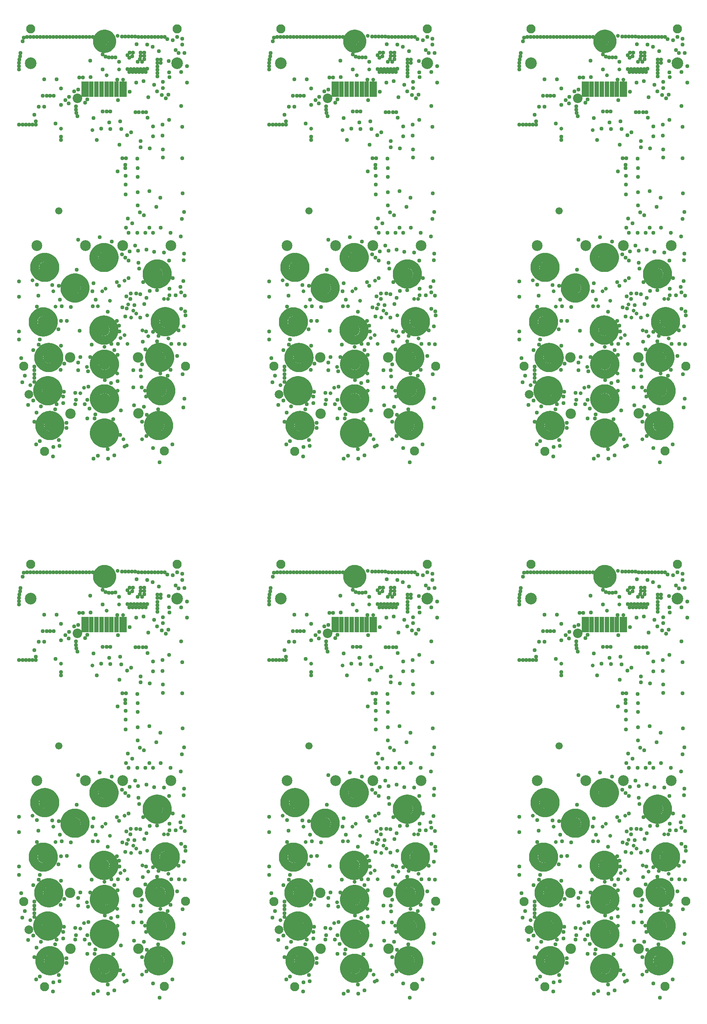
<source format=gbr>
G04 EAGLE Gerber X2 export*
%TF.Part,Single*%
%TF.FileFunction,Soldermask,Bot,1*%
%TF.FilePolarity,Negative*%
%TF.GenerationSoftware,Autodesk,EAGLE,8.7.0*%
%TF.CreationDate,2018-07-10T16:53:39Z*%
G75*
%MOMM*%
%FSLAX34Y34*%
%LPD*%
%AMOC8*
5,1,8,0,0,1.08239X$1,22.5*%
G01*
%ADD10R,1.703200X3.632200*%
%ADD11R,1.092200X3.632200*%
%ADD12C,2.108200*%
%ADD13C,2.203200*%
%ADD14C,2.703200*%
%ADD15C,0.609600*%
%ADD16C,2.503200*%
%ADD17C,2.003200*%
%ADD18C,2.403200*%
%ADD19C,1.854200*%
%ADD20C,2.032000*%
%ADD21C,1.778000*%
%ADD22C,1.611200*%
%ADD23C,1.676400*%
%ADD24C,0.959600*%
%ADD25C,0.909600*%


D10*
X250054Y880918D03*
D11*
X235370Y880918D03*
X223686Y880918D03*
X212002Y880918D03*
X200318Y880918D03*
X188634Y880918D03*
X176950Y880918D03*
D10*
X162266Y880918D03*
D12*
X36438Y1020406D03*
D13*
X144390Y859918D03*
D12*
X375438Y1020406D03*
X67938Y41906D03*
X346438Y42406D03*
X394938Y239406D03*
X19938Y238906D03*
D14*
X329390Y452918D03*
D15*
X352390Y454450D02*
X352390Y450386D01*
D14*
X206390Y490918D03*
D15*
X229390Y492450D02*
X229390Y488386D01*
D14*
X68890Y467918D03*
D15*
X91890Y469450D02*
X91890Y465386D01*
D14*
X138890Y420418D03*
D15*
X161890Y421950D02*
X161890Y417886D01*
D14*
X348390Y342418D03*
D15*
X371390Y343950D02*
X371390Y339886D01*
D14*
X205890Y322918D03*
D15*
X228890Y324450D02*
X228890Y320386D01*
D14*
X65390Y341918D03*
D15*
X88390Y343450D02*
X88390Y339386D01*
D14*
X335390Y259418D03*
D15*
X358390Y260950D02*
X358390Y256886D01*
D14*
X207390Y243918D03*
D15*
X230390Y245450D02*
X230390Y241386D01*
D14*
X78390Y259418D03*
D15*
X101390Y260950D02*
X101390Y256886D01*
D14*
X337890Y182418D03*
D15*
X360890Y183950D02*
X360890Y179886D01*
D14*
X207390Y163418D03*
D15*
X230390Y164950D02*
X230390Y160886D01*
D14*
X75890Y182418D03*
D15*
X98890Y183950D02*
X98890Y179886D01*
D14*
X207390Y84418D03*
D15*
X230390Y85950D02*
X230390Y81886D01*
D14*
X332890Y101918D03*
D15*
X355890Y103450D02*
X355890Y99386D01*
D14*
X80890Y101918D03*
D15*
X103890Y103450D02*
X103890Y99386D01*
D16*
X361390Y518918D03*
X249890Y518918D03*
X162890Y518918D03*
X50890Y518918D03*
D17*
X31890Y173918D03*
D18*
X284890Y259918D03*
X127890Y259418D03*
X128390Y129418D03*
X285890Y129918D03*
D14*
X375390Y940918D03*
X36390Y940918D03*
D19*
X207010Y992378D03*
D20*
X182714Y490982D02*
X182721Y491560D01*
X182742Y492137D01*
X182778Y492713D01*
X182827Y493289D01*
X182891Y493863D01*
X182969Y494435D01*
X183060Y495005D01*
X183166Y495573D01*
X183286Y496138D01*
X183419Y496700D01*
X183566Y497259D01*
X183727Y497814D01*
X183902Y498364D01*
X184090Y498910D01*
X184291Y499452D01*
X184505Y499988D01*
X184733Y500519D01*
X184974Y501044D01*
X185227Y501563D01*
X185493Y502076D01*
X185771Y502582D01*
X186062Y503081D01*
X186365Y503573D01*
X186680Y504057D01*
X187007Y504533D01*
X187345Y505001D01*
X187695Y505461D01*
X188056Y505912D01*
X188428Y506354D01*
X188810Y506786D01*
X189204Y507210D01*
X189607Y507623D01*
X190020Y508026D01*
X190444Y508420D01*
X190876Y508802D01*
X191318Y509174D01*
X191769Y509535D01*
X192229Y509885D01*
X192697Y510223D01*
X193173Y510550D01*
X193657Y510865D01*
X194149Y511168D01*
X194648Y511459D01*
X195154Y511737D01*
X195667Y512003D01*
X196186Y512256D01*
X196711Y512497D01*
X197242Y512725D01*
X197778Y512939D01*
X198320Y513140D01*
X198866Y513328D01*
X199416Y513503D01*
X199971Y513664D01*
X200530Y513811D01*
X201092Y513944D01*
X201657Y514064D01*
X202225Y514170D01*
X202795Y514261D01*
X203367Y514339D01*
X203941Y514403D01*
X204517Y514452D01*
X205093Y514488D01*
X205670Y514509D01*
X206248Y514516D01*
X206826Y514509D01*
X207403Y514488D01*
X207979Y514452D01*
X208555Y514403D01*
X209129Y514339D01*
X209701Y514261D01*
X210271Y514170D01*
X210839Y514064D01*
X211404Y513944D01*
X211966Y513811D01*
X212525Y513664D01*
X213080Y513503D01*
X213630Y513328D01*
X214176Y513140D01*
X214718Y512939D01*
X215254Y512725D01*
X215785Y512497D01*
X216310Y512256D01*
X216829Y512003D01*
X217342Y511737D01*
X217848Y511459D01*
X218347Y511168D01*
X218839Y510865D01*
X219323Y510550D01*
X219799Y510223D01*
X220267Y509885D01*
X220727Y509535D01*
X221178Y509174D01*
X221620Y508802D01*
X222052Y508420D01*
X222476Y508026D01*
X222889Y507623D01*
X223292Y507210D01*
X223686Y506786D01*
X224068Y506354D01*
X224440Y505912D01*
X224801Y505461D01*
X225151Y505001D01*
X225489Y504533D01*
X225816Y504057D01*
X226131Y503573D01*
X226434Y503081D01*
X226725Y502582D01*
X227003Y502076D01*
X227269Y501563D01*
X227522Y501044D01*
X227763Y500519D01*
X227991Y499988D01*
X228205Y499452D01*
X228406Y498910D01*
X228594Y498364D01*
X228769Y497814D01*
X228930Y497259D01*
X229077Y496700D01*
X229210Y496138D01*
X229330Y495573D01*
X229436Y495005D01*
X229527Y494435D01*
X229605Y493863D01*
X229669Y493289D01*
X229718Y492713D01*
X229754Y492137D01*
X229775Y491560D01*
X229782Y490982D01*
X229775Y490404D01*
X229754Y489827D01*
X229718Y489251D01*
X229669Y488675D01*
X229605Y488101D01*
X229527Y487529D01*
X229436Y486959D01*
X229330Y486391D01*
X229210Y485826D01*
X229077Y485264D01*
X228930Y484705D01*
X228769Y484150D01*
X228594Y483600D01*
X228406Y483054D01*
X228205Y482512D01*
X227991Y481976D01*
X227763Y481445D01*
X227522Y480920D01*
X227269Y480401D01*
X227003Y479888D01*
X226725Y479382D01*
X226434Y478883D01*
X226131Y478391D01*
X225816Y477907D01*
X225489Y477431D01*
X225151Y476963D01*
X224801Y476503D01*
X224440Y476052D01*
X224068Y475610D01*
X223686Y475178D01*
X223292Y474754D01*
X222889Y474341D01*
X222476Y473938D01*
X222052Y473544D01*
X221620Y473162D01*
X221178Y472790D01*
X220727Y472429D01*
X220267Y472079D01*
X219799Y471741D01*
X219323Y471414D01*
X218839Y471099D01*
X218347Y470796D01*
X217848Y470505D01*
X217342Y470227D01*
X216829Y469961D01*
X216310Y469708D01*
X215785Y469467D01*
X215254Y469239D01*
X214718Y469025D01*
X214176Y468824D01*
X213630Y468636D01*
X213080Y468461D01*
X212525Y468300D01*
X211966Y468153D01*
X211404Y468020D01*
X210839Y467900D01*
X210271Y467794D01*
X209701Y467703D01*
X209129Y467625D01*
X208555Y467561D01*
X207979Y467512D01*
X207403Y467476D01*
X206826Y467455D01*
X206248Y467448D01*
X205670Y467455D01*
X205093Y467476D01*
X204517Y467512D01*
X203941Y467561D01*
X203367Y467625D01*
X202795Y467703D01*
X202225Y467794D01*
X201657Y467900D01*
X201092Y468020D01*
X200530Y468153D01*
X199971Y468300D01*
X199416Y468461D01*
X198866Y468636D01*
X198320Y468824D01*
X197778Y469025D01*
X197242Y469239D01*
X196711Y469467D01*
X196186Y469708D01*
X195667Y469961D01*
X195154Y470227D01*
X194648Y470505D01*
X194149Y470796D01*
X193657Y471099D01*
X193173Y471414D01*
X192697Y471741D01*
X192229Y472079D01*
X191769Y472429D01*
X191318Y472790D01*
X190876Y473162D01*
X190444Y473544D01*
X190020Y473938D01*
X189607Y474341D01*
X189204Y474754D01*
X188810Y475178D01*
X188428Y475610D01*
X188056Y476052D01*
X187695Y476503D01*
X187345Y476963D01*
X187007Y477431D01*
X186680Y477907D01*
X186365Y478391D01*
X186062Y478883D01*
X185771Y479382D01*
X185493Y479888D01*
X185227Y480401D01*
X184974Y480920D01*
X184733Y481445D01*
X184505Y481976D01*
X184291Y482512D01*
X184090Y483054D01*
X183902Y483600D01*
X183727Y484150D01*
X183566Y484705D01*
X183419Y485264D01*
X183286Y485826D01*
X183166Y486391D01*
X183060Y486959D01*
X182969Y487529D01*
X182891Y488101D01*
X182827Y488675D01*
X182778Y489251D01*
X182742Y489827D01*
X182721Y490404D01*
X182714Y490982D01*
X115404Y420370D02*
X115411Y420948D01*
X115432Y421525D01*
X115468Y422101D01*
X115517Y422677D01*
X115581Y423251D01*
X115659Y423823D01*
X115750Y424393D01*
X115856Y424961D01*
X115976Y425526D01*
X116109Y426088D01*
X116256Y426647D01*
X116417Y427202D01*
X116592Y427752D01*
X116780Y428298D01*
X116981Y428840D01*
X117195Y429376D01*
X117423Y429907D01*
X117664Y430432D01*
X117917Y430951D01*
X118183Y431464D01*
X118461Y431970D01*
X118752Y432469D01*
X119055Y432961D01*
X119370Y433445D01*
X119697Y433921D01*
X120035Y434389D01*
X120385Y434849D01*
X120746Y435300D01*
X121118Y435742D01*
X121500Y436174D01*
X121894Y436598D01*
X122297Y437011D01*
X122710Y437414D01*
X123134Y437808D01*
X123566Y438190D01*
X124008Y438562D01*
X124459Y438923D01*
X124919Y439273D01*
X125387Y439611D01*
X125863Y439938D01*
X126347Y440253D01*
X126839Y440556D01*
X127338Y440847D01*
X127844Y441125D01*
X128357Y441391D01*
X128876Y441644D01*
X129401Y441885D01*
X129932Y442113D01*
X130468Y442327D01*
X131010Y442528D01*
X131556Y442716D01*
X132106Y442891D01*
X132661Y443052D01*
X133220Y443199D01*
X133782Y443332D01*
X134347Y443452D01*
X134915Y443558D01*
X135485Y443649D01*
X136057Y443727D01*
X136631Y443791D01*
X137207Y443840D01*
X137783Y443876D01*
X138360Y443897D01*
X138938Y443904D01*
X139516Y443897D01*
X140093Y443876D01*
X140669Y443840D01*
X141245Y443791D01*
X141819Y443727D01*
X142391Y443649D01*
X142961Y443558D01*
X143529Y443452D01*
X144094Y443332D01*
X144656Y443199D01*
X145215Y443052D01*
X145770Y442891D01*
X146320Y442716D01*
X146866Y442528D01*
X147408Y442327D01*
X147944Y442113D01*
X148475Y441885D01*
X149000Y441644D01*
X149519Y441391D01*
X150032Y441125D01*
X150538Y440847D01*
X151037Y440556D01*
X151529Y440253D01*
X152013Y439938D01*
X152489Y439611D01*
X152957Y439273D01*
X153417Y438923D01*
X153868Y438562D01*
X154310Y438190D01*
X154742Y437808D01*
X155166Y437414D01*
X155579Y437011D01*
X155982Y436598D01*
X156376Y436174D01*
X156758Y435742D01*
X157130Y435300D01*
X157491Y434849D01*
X157841Y434389D01*
X158179Y433921D01*
X158506Y433445D01*
X158821Y432961D01*
X159124Y432469D01*
X159415Y431970D01*
X159693Y431464D01*
X159959Y430951D01*
X160212Y430432D01*
X160453Y429907D01*
X160681Y429376D01*
X160895Y428840D01*
X161096Y428298D01*
X161284Y427752D01*
X161459Y427202D01*
X161620Y426647D01*
X161767Y426088D01*
X161900Y425526D01*
X162020Y424961D01*
X162126Y424393D01*
X162217Y423823D01*
X162295Y423251D01*
X162359Y422677D01*
X162408Y422101D01*
X162444Y421525D01*
X162465Y420948D01*
X162472Y420370D01*
X162465Y419792D01*
X162444Y419215D01*
X162408Y418639D01*
X162359Y418063D01*
X162295Y417489D01*
X162217Y416917D01*
X162126Y416347D01*
X162020Y415779D01*
X161900Y415214D01*
X161767Y414652D01*
X161620Y414093D01*
X161459Y413538D01*
X161284Y412988D01*
X161096Y412442D01*
X160895Y411900D01*
X160681Y411364D01*
X160453Y410833D01*
X160212Y410308D01*
X159959Y409789D01*
X159693Y409276D01*
X159415Y408770D01*
X159124Y408271D01*
X158821Y407779D01*
X158506Y407295D01*
X158179Y406819D01*
X157841Y406351D01*
X157491Y405891D01*
X157130Y405440D01*
X156758Y404998D01*
X156376Y404566D01*
X155982Y404142D01*
X155579Y403729D01*
X155166Y403326D01*
X154742Y402932D01*
X154310Y402550D01*
X153868Y402178D01*
X153417Y401817D01*
X152957Y401467D01*
X152489Y401129D01*
X152013Y400802D01*
X151529Y400487D01*
X151037Y400184D01*
X150538Y399893D01*
X150032Y399615D01*
X149519Y399349D01*
X149000Y399096D01*
X148475Y398855D01*
X147944Y398627D01*
X147408Y398413D01*
X146866Y398212D01*
X146320Y398024D01*
X145770Y397849D01*
X145215Y397688D01*
X144656Y397541D01*
X144094Y397408D01*
X143529Y397288D01*
X142961Y397182D01*
X142391Y397091D01*
X141819Y397013D01*
X141245Y396949D01*
X140669Y396900D01*
X140093Y396864D01*
X139516Y396843D01*
X138938Y396836D01*
X138360Y396843D01*
X137783Y396864D01*
X137207Y396900D01*
X136631Y396949D01*
X136057Y397013D01*
X135485Y397091D01*
X134915Y397182D01*
X134347Y397288D01*
X133782Y397408D01*
X133220Y397541D01*
X132661Y397688D01*
X132106Y397849D01*
X131556Y398024D01*
X131010Y398212D01*
X130468Y398413D01*
X129932Y398627D01*
X129401Y398855D01*
X128876Y399096D01*
X128357Y399349D01*
X127844Y399615D01*
X127338Y399893D01*
X126839Y400184D01*
X126347Y400487D01*
X125863Y400802D01*
X125387Y401129D01*
X124919Y401467D01*
X124459Y401817D01*
X124008Y402178D01*
X123566Y402550D01*
X123134Y402932D01*
X122710Y403326D01*
X122297Y403729D01*
X121894Y404142D01*
X121500Y404566D01*
X121118Y404998D01*
X120746Y405440D01*
X120385Y405891D01*
X120035Y406351D01*
X119697Y406819D01*
X119370Y407295D01*
X119055Y407779D01*
X118752Y408271D01*
X118461Y408770D01*
X118183Y409276D01*
X117917Y409789D01*
X117664Y410308D01*
X117423Y410833D01*
X117195Y411364D01*
X116981Y411900D01*
X116780Y412442D01*
X116592Y412988D01*
X116417Y413538D01*
X116256Y414093D01*
X116109Y414652D01*
X115976Y415214D01*
X115856Y415779D01*
X115750Y416347D01*
X115659Y416917D01*
X115581Y417489D01*
X115517Y418063D01*
X115468Y418639D01*
X115432Y419215D01*
X115411Y419792D01*
X115404Y420370D01*
X45300Y468122D02*
X45307Y468700D01*
X45328Y469277D01*
X45364Y469853D01*
X45413Y470429D01*
X45477Y471003D01*
X45555Y471575D01*
X45646Y472145D01*
X45752Y472713D01*
X45872Y473278D01*
X46005Y473840D01*
X46152Y474399D01*
X46313Y474954D01*
X46488Y475504D01*
X46676Y476050D01*
X46877Y476592D01*
X47091Y477128D01*
X47319Y477659D01*
X47560Y478184D01*
X47813Y478703D01*
X48079Y479216D01*
X48357Y479722D01*
X48648Y480221D01*
X48951Y480713D01*
X49266Y481197D01*
X49593Y481673D01*
X49931Y482141D01*
X50281Y482601D01*
X50642Y483052D01*
X51014Y483494D01*
X51396Y483926D01*
X51790Y484350D01*
X52193Y484763D01*
X52606Y485166D01*
X53030Y485560D01*
X53462Y485942D01*
X53904Y486314D01*
X54355Y486675D01*
X54815Y487025D01*
X55283Y487363D01*
X55759Y487690D01*
X56243Y488005D01*
X56735Y488308D01*
X57234Y488599D01*
X57740Y488877D01*
X58253Y489143D01*
X58772Y489396D01*
X59297Y489637D01*
X59828Y489865D01*
X60364Y490079D01*
X60906Y490280D01*
X61452Y490468D01*
X62002Y490643D01*
X62557Y490804D01*
X63116Y490951D01*
X63678Y491084D01*
X64243Y491204D01*
X64811Y491310D01*
X65381Y491401D01*
X65953Y491479D01*
X66527Y491543D01*
X67103Y491592D01*
X67679Y491628D01*
X68256Y491649D01*
X68834Y491656D01*
X69412Y491649D01*
X69989Y491628D01*
X70565Y491592D01*
X71141Y491543D01*
X71715Y491479D01*
X72287Y491401D01*
X72857Y491310D01*
X73425Y491204D01*
X73990Y491084D01*
X74552Y490951D01*
X75111Y490804D01*
X75666Y490643D01*
X76216Y490468D01*
X76762Y490280D01*
X77304Y490079D01*
X77840Y489865D01*
X78371Y489637D01*
X78896Y489396D01*
X79415Y489143D01*
X79928Y488877D01*
X80434Y488599D01*
X80933Y488308D01*
X81425Y488005D01*
X81909Y487690D01*
X82385Y487363D01*
X82853Y487025D01*
X83313Y486675D01*
X83764Y486314D01*
X84206Y485942D01*
X84638Y485560D01*
X85062Y485166D01*
X85475Y484763D01*
X85878Y484350D01*
X86272Y483926D01*
X86654Y483494D01*
X87026Y483052D01*
X87387Y482601D01*
X87737Y482141D01*
X88075Y481673D01*
X88402Y481197D01*
X88717Y480713D01*
X89020Y480221D01*
X89311Y479722D01*
X89589Y479216D01*
X89855Y478703D01*
X90108Y478184D01*
X90349Y477659D01*
X90577Y477128D01*
X90791Y476592D01*
X90992Y476050D01*
X91180Y475504D01*
X91355Y474954D01*
X91516Y474399D01*
X91663Y473840D01*
X91796Y473278D01*
X91916Y472713D01*
X92022Y472145D01*
X92113Y471575D01*
X92191Y471003D01*
X92255Y470429D01*
X92304Y469853D01*
X92340Y469277D01*
X92361Y468700D01*
X92368Y468122D01*
X92361Y467544D01*
X92340Y466967D01*
X92304Y466391D01*
X92255Y465815D01*
X92191Y465241D01*
X92113Y464669D01*
X92022Y464099D01*
X91916Y463531D01*
X91796Y462966D01*
X91663Y462404D01*
X91516Y461845D01*
X91355Y461290D01*
X91180Y460740D01*
X90992Y460194D01*
X90791Y459652D01*
X90577Y459116D01*
X90349Y458585D01*
X90108Y458060D01*
X89855Y457541D01*
X89589Y457028D01*
X89311Y456522D01*
X89020Y456023D01*
X88717Y455531D01*
X88402Y455047D01*
X88075Y454571D01*
X87737Y454103D01*
X87387Y453643D01*
X87026Y453192D01*
X86654Y452750D01*
X86272Y452318D01*
X85878Y451894D01*
X85475Y451481D01*
X85062Y451078D01*
X84638Y450684D01*
X84206Y450302D01*
X83764Y449930D01*
X83313Y449569D01*
X82853Y449219D01*
X82385Y448881D01*
X81909Y448554D01*
X81425Y448239D01*
X80933Y447936D01*
X80434Y447645D01*
X79928Y447367D01*
X79415Y447101D01*
X78896Y446848D01*
X78371Y446607D01*
X77840Y446379D01*
X77304Y446165D01*
X76762Y445964D01*
X76216Y445776D01*
X75666Y445601D01*
X75111Y445440D01*
X74552Y445293D01*
X73990Y445160D01*
X73425Y445040D01*
X72857Y444934D01*
X72287Y444843D01*
X71715Y444765D01*
X71141Y444701D01*
X70565Y444652D01*
X69989Y444616D01*
X69412Y444595D01*
X68834Y444588D01*
X68256Y444595D01*
X67679Y444616D01*
X67103Y444652D01*
X66527Y444701D01*
X65953Y444765D01*
X65381Y444843D01*
X64811Y444934D01*
X64243Y445040D01*
X63678Y445160D01*
X63116Y445293D01*
X62557Y445440D01*
X62002Y445601D01*
X61452Y445776D01*
X60906Y445964D01*
X60364Y446165D01*
X59828Y446379D01*
X59297Y446607D01*
X58772Y446848D01*
X58253Y447101D01*
X57740Y447367D01*
X57234Y447645D01*
X56735Y447936D01*
X56243Y448239D01*
X55759Y448554D01*
X55283Y448881D01*
X54815Y449219D01*
X54355Y449569D01*
X53904Y449930D01*
X53462Y450302D01*
X53030Y450684D01*
X52606Y451078D01*
X52193Y451481D01*
X51790Y451894D01*
X51396Y452318D01*
X51014Y452750D01*
X50642Y453192D01*
X50281Y453643D01*
X49931Y454103D01*
X49593Y454571D01*
X49266Y455047D01*
X48951Y455531D01*
X48648Y456023D01*
X48357Y456522D01*
X48079Y457028D01*
X47813Y457541D01*
X47560Y458060D01*
X47319Y458585D01*
X47091Y459116D01*
X46877Y459652D01*
X46676Y460194D01*
X46488Y460740D01*
X46313Y461290D01*
X46152Y461845D01*
X46005Y462404D01*
X45872Y462966D01*
X45752Y463531D01*
X45646Y464099D01*
X45555Y464669D01*
X45477Y465241D01*
X45413Y465815D01*
X45364Y466391D01*
X45328Y466967D01*
X45307Y467544D01*
X45300Y468122D01*
X305904Y452882D02*
X305911Y453460D01*
X305932Y454037D01*
X305968Y454613D01*
X306017Y455189D01*
X306081Y455763D01*
X306159Y456335D01*
X306250Y456905D01*
X306356Y457473D01*
X306476Y458038D01*
X306609Y458600D01*
X306756Y459159D01*
X306917Y459714D01*
X307092Y460264D01*
X307280Y460810D01*
X307481Y461352D01*
X307695Y461888D01*
X307923Y462419D01*
X308164Y462944D01*
X308417Y463463D01*
X308683Y463976D01*
X308961Y464482D01*
X309252Y464981D01*
X309555Y465473D01*
X309870Y465957D01*
X310197Y466433D01*
X310535Y466901D01*
X310885Y467361D01*
X311246Y467812D01*
X311618Y468254D01*
X312000Y468686D01*
X312394Y469110D01*
X312797Y469523D01*
X313210Y469926D01*
X313634Y470320D01*
X314066Y470702D01*
X314508Y471074D01*
X314959Y471435D01*
X315419Y471785D01*
X315887Y472123D01*
X316363Y472450D01*
X316847Y472765D01*
X317339Y473068D01*
X317838Y473359D01*
X318344Y473637D01*
X318857Y473903D01*
X319376Y474156D01*
X319901Y474397D01*
X320432Y474625D01*
X320968Y474839D01*
X321510Y475040D01*
X322056Y475228D01*
X322606Y475403D01*
X323161Y475564D01*
X323720Y475711D01*
X324282Y475844D01*
X324847Y475964D01*
X325415Y476070D01*
X325985Y476161D01*
X326557Y476239D01*
X327131Y476303D01*
X327707Y476352D01*
X328283Y476388D01*
X328860Y476409D01*
X329438Y476416D01*
X330016Y476409D01*
X330593Y476388D01*
X331169Y476352D01*
X331745Y476303D01*
X332319Y476239D01*
X332891Y476161D01*
X333461Y476070D01*
X334029Y475964D01*
X334594Y475844D01*
X335156Y475711D01*
X335715Y475564D01*
X336270Y475403D01*
X336820Y475228D01*
X337366Y475040D01*
X337908Y474839D01*
X338444Y474625D01*
X338975Y474397D01*
X339500Y474156D01*
X340019Y473903D01*
X340532Y473637D01*
X341038Y473359D01*
X341537Y473068D01*
X342029Y472765D01*
X342513Y472450D01*
X342989Y472123D01*
X343457Y471785D01*
X343917Y471435D01*
X344368Y471074D01*
X344810Y470702D01*
X345242Y470320D01*
X345666Y469926D01*
X346079Y469523D01*
X346482Y469110D01*
X346876Y468686D01*
X347258Y468254D01*
X347630Y467812D01*
X347991Y467361D01*
X348341Y466901D01*
X348679Y466433D01*
X349006Y465957D01*
X349321Y465473D01*
X349624Y464981D01*
X349915Y464482D01*
X350193Y463976D01*
X350459Y463463D01*
X350712Y462944D01*
X350953Y462419D01*
X351181Y461888D01*
X351395Y461352D01*
X351596Y460810D01*
X351784Y460264D01*
X351959Y459714D01*
X352120Y459159D01*
X352267Y458600D01*
X352400Y458038D01*
X352520Y457473D01*
X352626Y456905D01*
X352717Y456335D01*
X352795Y455763D01*
X352859Y455189D01*
X352908Y454613D01*
X352944Y454037D01*
X352965Y453460D01*
X352972Y452882D01*
X352965Y452304D01*
X352944Y451727D01*
X352908Y451151D01*
X352859Y450575D01*
X352795Y450001D01*
X352717Y449429D01*
X352626Y448859D01*
X352520Y448291D01*
X352400Y447726D01*
X352267Y447164D01*
X352120Y446605D01*
X351959Y446050D01*
X351784Y445500D01*
X351596Y444954D01*
X351395Y444412D01*
X351181Y443876D01*
X350953Y443345D01*
X350712Y442820D01*
X350459Y442301D01*
X350193Y441788D01*
X349915Y441282D01*
X349624Y440783D01*
X349321Y440291D01*
X349006Y439807D01*
X348679Y439331D01*
X348341Y438863D01*
X347991Y438403D01*
X347630Y437952D01*
X347258Y437510D01*
X346876Y437078D01*
X346482Y436654D01*
X346079Y436241D01*
X345666Y435838D01*
X345242Y435444D01*
X344810Y435062D01*
X344368Y434690D01*
X343917Y434329D01*
X343457Y433979D01*
X342989Y433641D01*
X342513Y433314D01*
X342029Y432999D01*
X341537Y432696D01*
X341038Y432405D01*
X340532Y432127D01*
X340019Y431861D01*
X339500Y431608D01*
X338975Y431367D01*
X338444Y431139D01*
X337908Y430925D01*
X337366Y430724D01*
X336820Y430536D01*
X336270Y430361D01*
X335715Y430200D01*
X335156Y430053D01*
X334594Y429920D01*
X334029Y429800D01*
X333461Y429694D01*
X332891Y429603D01*
X332319Y429525D01*
X331745Y429461D01*
X331169Y429412D01*
X330593Y429376D01*
X330016Y429355D01*
X329438Y429348D01*
X328860Y429355D01*
X328283Y429376D01*
X327707Y429412D01*
X327131Y429461D01*
X326557Y429525D01*
X325985Y429603D01*
X325415Y429694D01*
X324847Y429800D01*
X324282Y429920D01*
X323720Y430053D01*
X323161Y430200D01*
X322606Y430361D01*
X322056Y430536D01*
X321510Y430724D01*
X320968Y430925D01*
X320432Y431139D01*
X319901Y431367D01*
X319376Y431608D01*
X318857Y431861D01*
X318344Y432127D01*
X317838Y432405D01*
X317339Y432696D01*
X316847Y432999D01*
X316363Y433314D01*
X315887Y433641D01*
X315419Y433979D01*
X314959Y434329D01*
X314508Y434690D01*
X314066Y435062D01*
X313634Y435444D01*
X313210Y435838D01*
X312797Y436241D01*
X312394Y436654D01*
X312000Y437078D01*
X311618Y437510D01*
X311246Y437952D01*
X310885Y438403D01*
X310535Y438863D01*
X310197Y439331D01*
X309870Y439807D01*
X309555Y440291D01*
X309252Y440783D01*
X308961Y441282D01*
X308683Y441788D01*
X308417Y442301D01*
X308164Y442820D01*
X307923Y443345D01*
X307695Y443876D01*
X307481Y444412D01*
X307280Y444954D01*
X307092Y445500D01*
X306917Y446050D01*
X306756Y446605D01*
X306609Y447164D01*
X306476Y447726D01*
X306356Y448291D01*
X306250Y448859D01*
X306159Y449429D01*
X306081Y450001D01*
X306017Y450575D01*
X305968Y451151D01*
X305932Y451727D01*
X305911Y452304D01*
X305904Y452882D01*
X324700Y342392D02*
X324707Y342970D01*
X324728Y343547D01*
X324764Y344123D01*
X324813Y344699D01*
X324877Y345273D01*
X324955Y345845D01*
X325046Y346415D01*
X325152Y346983D01*
X325272Y347548D01*
X325405Y348110D01*
X325552Y348669D01*
X325713Y349224D01*
X325888Y349774D01*
X326076Y350320D01*
X326277Y350862D01*
X326491Y351398D01*
X326719Y351929D01*
X326960Y352454D01*
X327213Y352973D01*
X327479Y353486D01*
X327757Y353992D01*
X328048Y354491D01*
X328351Y354983D01*
X328666Y355467D01*
X328993Y355943D01*
X329331Y356411D01*
X329681Y356871D01*
X330042Y357322D01*
X330414Y357764D01*
X330796Y358196D01*
X331190Y358620D01*
X331593Y359033D01*
X332006Y359436D01*
X332430Y359830D01*
X332862Y360212D01*
X333304Y360584D01*
X333755Y360945D01*
X334215Y361295D01*
X334683Y361633D01*
X335159Y361960D01*
X335643Y362275D01*
X336135Y362578D01*
X336634Y362869D01*
X337140Y363147D01*
X337653Y363413D01*
X338172Y363666D01*
X338697Y363907D01*
X339228Y364135D01*
X339764Y364349D01*
X340306Y364550D01*
X340852Y364738D01*
X341402Y364913D01*
X341957Y365074D01*
X342516Y365221D01*
X343078Y365354D01*
X343643Y365474D01*
X344211Y365580D01*
X344781Y365671D01*
X345353Y365749D01*
X345927Y365813D01*
X346503Y365862D01*
X347079Y365898D01*
X347656Y365919D01*
X348234Y365926D01*
X348812Y365919D01*
X349389Y365898D01*
X349965Y365862D01*
X350541Y365813D01*
X351115Y365749D01*
X351687Y365671D01*
X352257Y365580D01*
X352825Y365474D01*
X353390Y365354D01*
X353952Y365221D01*
X354511Y365074D01*
X355066Y364913D01*
X355616Y364738D01*
X356162Y364550D01*
X356704Y364349D01*
X357240Y364135D01*
X357771Y363907D01*
X358296Y363666D01*
X358815Y363413D01*
X359328Y363147D01*
X359834Y362869D01*
X360333Y362578D01*
X360825Y362275D01*
X361309Y361960D01*
X361785Y361633D01*
X362253Y361295D01*
X362713Y360945D01*
X363164Y360584D01*
X363606Y360212D01*
X364038Y359830D01*
X364462Y359436D01*
X364875Y359033D01*
X365278Y358620D01*
X365672Y358196D01*
X366054Y357764D01*
X366426Y357322D01*
X366787Y356871D01*
X367137Y356411D01*
X367475Y355943D01*
X367802Y355467D01*
X368117Y354983D01*
X368420Y354491D01*
X368711Y353992D01*
X368989Y353486D01*
X369255Y352973D01*
X369508Y352454D01*
X369749Y351929D01*
X369977Y351398D01*
X370191Y350862D01*
X370392Y350320D01*
X370580Y349774D01*
X370755Y349224D01*
X370916Y348669D01*
X371063Y348110D01*
X371196Y347548D01*
X371316Y346983D01*
X371422Y346415D01*
X371513Y345845D01*
X371591Y345273D01*
X371655Y344699D01*
X371704Y344123D01*
X371740Y343547D01*
X371761Y342970D01*
X371768Y342392D01*
X371761Y341814D01*
X371740Y341237D01*
X371704Y340661D01*
X371655Y340085D01*
X371591Y339511D01*
X371513Y338939D01*
X371422Y338369D01*
X371316Y337801D01*
X371196Y337236D01*
X371063Y336674D01*
X370916Y336115D01*
X370755Y335560D01*
X370580Y335010D01*
X370392Y334464D01*
X370191Y333922D01*
X369977Y333386D01*
X369749Y332855D01*
X369508Y332330D01*
X369255Y331811D01*
X368989Y331298D01*
X368711Y330792D01*
X368420Y330293D01*
X368117Y329801D01*
X367802Y329317D01*
X367475Y328841D01*
X367137Y328373D01*
X366787Y327913D01*
X366426Y327462D01*
X366054Y327020D01*
X365672Y326588D01*
X365278Y326164D01*
X364875Y325751D01*
X364462Y325348D01*
X364038Y324954D01*
X363606Y324572D01*
X363164Y324200D01*
X362713Y323839D01*
X362253Y323489D01*
X361785Y323151D01*
X361309Y322824D01*
X360825Y322509D01*
X360333Y322206D01*
X359834Y321915D01*
X359328Y321637D01*
X358815Y321371D01*
X358296Y321118D01*
X357771Y320877D01*
X357240Y320649D01*
X356704Y320435D01*
X356162Y320234D01*
X355616Y320046D01*
X355066Y319871D01*
X354511Y319710D01*
X353952Y319563D01*
X353390Y319430D01*
X352825Y319310D01*
X352257Y319204D01*
X351687Y319113D01*
X351115Y319035D01*
X350541Y318971D01*
X349965Y318922D01*
X349389Y318886D01*
X348812Y318865D01*
X348234Y318858D01*
X347656Y318865D01*
X347079Y318886D01*
X346503Y318922D01*
X345927Y318971D01*
X345353Y319035D01*
X344781Y319113D01*
X344211Y319204D01*
X343643Y319310D01*
X343078Y319430D01*
X342516Y319563D01*
X341957Y319710D01*
X341402Y319871D01*
X340852Y320046D01*
X340306Y320234D01*
X339764Y320435D01*
X339228Y320649D01*
X338697Y320877D01*
X338172Y321118D01*
X337653Y321371D01*
X337140Y321637D01*
X336634Y321915D01*
X336135Y322206D01*
X335643Y322509D01*
X335159Y322824D01*
X334683Y323151D01*
X334215Y323489D01*
X333755Y323839D01*
X333304Y324200D01*
X332862Y324572D01*
X332430Y324954D01*
X332006Y325348D01*
X331593Y325751D01*
X331190Y326164D01*
X330796Y326588D01*
X330414Y327020D01*
X330042Y327462D01*
X329681Y327913D01*
X329331Y328373D01*
X328993Y328841D01*
X328666Y329317D01*
X328351Y329801D01*
X328048Y330293D01*
X327757Y330792D01*
X327479Y331298D01*
X327213Y331811D01*
X326960Y332330D01*
X326719Y332855D01*
X326491Y333386D01*
X326277Y333922D01*
X326076Y334464D01*
X325888Y335010D01*
X325713Y335560D01*
X325552Y336115D01*
X325405Y336674D01*
X325272Y337236D01*
X325152Y337801D01*
X325046Y338369D01*
X324955Y338939D01*
X324877Y339511D01*
X324813Y340085D01*
X324764Y340661D01*
X324728Y341237D01*
X324707Y341814D01*
X324700Y342392D01*
X182460Y322834D02*
X182467Y323412D01*
X182488Y323989D01*
X182524Y324565D01*
X182573Y325141D01*
X182637Y325715D01*
X182715Y326287D01*
X182806Y326857D01*
X182912Y327425D01*
X183032Y327990D01*
X183165Y328552D01*
X183312Y329111D01*
X183473Y329666D01*
X183648Y330216D01*
X183836Y330762D01*
X184037Y331304D01*
X184251Y331840D01*
X184479Y332371D01*
X184720Y332896D01*
X184973Y333415D01*
X185239Y333928D01*
X185517Y334434D01*
X185808Y334933D01*
X186111Y335425D01*
X186426Y335909D01*
X186753Y336385D01*
X187091Y336853D01*
X187441Y337313D01*
X187802Y337764D01*
X188174Y338206D01*
X188556Y338638D01*
X188950Y339062D01*
X189353Y339475D01*
X189766Y339878D01*
X190190Y340272D01*
X190622Y340654D01*
X191064Y341026D01*
X191515Y341387D01*
X191975Y341737D01*
X192443Y342075D01*
X192919Y342402D01*
X193403Y342717D01*
X193895Y343020D01*
X194394Y343311D01*
X194900Y343589D01*
X195413Y343855D01*
X195932Y344108D01*
X196457Y344349D01*
X196988Y344577D01*
X197524Y344791D01*
X198066Y344992D01*
X198612Y345180D01*
X199162Y345355D01*
X199717Y345516D01*
X200276Y345663D01*
X200838Y345796D01*
X201403Y345916D01*
X201971Y346022D01*
X202541Y346113D01*
X203113Y346191D01*
X203687Y346255D01*
X204263Y346304D01*
X204839Y346340D01*
X205416Y346361D01*
X205994Y346368D01*
X206572Y346361D01*
X207149Y346340D01*
X207725Y346304D01*
X208301Y346255D01*
X208875Y346191D01*
X209447Y346113D01*
X210017Y346022D01*
X210585Y345916D01*
X211150Y345796D01*
X211712Y345663D01*
X212271Y345516D01*
X212826Y345355D01*
X213376Y345180D01*
X213922Y344992D01*
X214464Y344791D01*
X215000Y344577D01*
X215531Y344349D01*
X216056Y344108D01*
X216575Y343855D01*
X217088Y343589D01*
X217594Y343311D01*
X218093Y343020D01*
X218585Y342717D01*
X219069Y342402D01*
X219545Y342075D01*
X220013Y341737D01*
X220473Y341387D01*
X220924Y341026D01*
X221366Y340654D01*
X221798Y340272D01*
X222222Y339878D01*
X222635Y339475D01*
X223038Y339062D01*
X223432Y338638D01*
X223814Y338206D01*
X224186Y337764D01*
X224547Y337313D01*
X224897Y336853D01*
X225235Y336385D01*
X225562Y335909D01*
X225877Y335425D01*
X226180Y334933D01*
X226471Y334434D01*
X226749Y333928D01*
X227015Y333415D01*
X227268Y332896D01*
X227509Y332371D01*
X227737Y331840D01*
X227951Y331304D01*
X228152Y330762D01*
X228340Y330216D01*
X228515Y329666D01*
X228676Y329111D01*
X228823Y328552D01*
X228956Y327990D01*
X229076Y327425D01*
X229182Y326857D01*
X229273Y326287D01*
X229351Y325715D01*
X229415Y325141D01*
X229464Y324565D01*
X229500Y323989D01*
X229521Y323412D01*
X229528Y322834D01*
X229521Y322256D01*
X229500Y321679D01*
X229464Y321103D01*
X229415Y320527D01*
X229351Y319953D01*
X229273Y319381D01*
X229182Y318811D01*
X229076Y318243D01*
X228956Y317678D01*
X228823Y317116D01*
X228676Y316557D01*
X228515Y316002D01*
X228340Y315452D01*
X228152Y314906D01*
X227951Y314364D01*
X227737Y313828D01*
X227509Y313297D01*
X227268Y312772D01*
X227015Y312253D01*
X226749Y311740D01*
X226471Y311234D01*
X226180Y310735D01*
X225877Y310243D01*
X225562Y309759D01*
X225235Y309283D01*
X224897Y308815D01*
X224547Y308355D01*
X224186Y307904D01*
X223814Y307462D01*
X223432Y307030D01*
X223038Y306606D01*
X222635Y306193D01*
X222222Y305790D01*
X221798Y305396D01*
X221366Y305014D01*
X220924Y304642D01*
X220473Y304281D01*
X220013Y303931D01*
X219545Y303593D01*
X219069Y303266D01*
X218585Y302951D01*
X218093Y302648D01*
X217594Y302357D01*
X217088Y302079D01*
X216575Y301813D01*
X216056Y301560D01*
X215531Y301319D01*
X215000Y301091D01*
X214464Y300877D01*
X213922Y300676D01*
X213376Y300488D01*
X212826Y300313D01*
X212271Y300152D01*
X211712Y300005D01*
X211150Y299872D01*
X210585Y299752D01*
X210017Y299646D01*
X209447Y299555D01*
X208875Y299477D01*
X208301Y299413D01*
X207725Y299364D01*
X207149Y299328D01*
X206572Y299307D01*
X205994Y299300D01*
X205416Y299307D01*
X204839Y299328D01*
X204263Y299364D01*
X203687Y299413D01*
X203113Y299477D01*
X202541Y299555D01*
X201971Y299646D01*
X201403Y299752D01*
X200838Y299872D01*
X200276Y300005D01*
X199717Y300152D01*
X199162Y300313D01*
X198612Y300488D01*
X198066Y300676D01*
X197524Y300877D01*
X196988Y301091D01*
X196457Y301319D01*
X195932Y301560D01*
X195413Y301813D01*
X194900Y302079D01*
X194394Y302357D01*
X193895Y302648D01*
X193403Y302951D01*
X192919Y303266D01*
X192443Y303593D01*
X191975Y303931D01*
X191515Y304281D01*
X191064Y304642D01*
X190622Y305014D01*
X190190Y305396D01*
X189766Y305790D01*
X189353Y306193D01*
X188950Y306606D01*
X188556Y307030D01*
X188174Y307462D01*
X187802Y307904D01*
X187441Y308355D01*
X187091Y308815D01*
X186753Y309283D01*
X186426Y309759D01*
X186111Y310243D01*
X185808Y310735D01*
X185517Y311234D01*
X185239Y311740D01*
X184973Y312253D01*
X184720Y312772D01*
X184479Y313297D01*
X184251Y313828D01*
X184037Y314364D01*
X183836Y314906D01*
X183648Y315452D01*
X183473Y316002D01*
X183312Y316557D01*
X183165Y317116D01*
X183032Y317678D01*
X182912Y318243D01*
X182806Y318811D01*
X182715Y319381D01*
X182637Y319953D01*
X182573Y320527D01*
X182524Y321103D01*
X182488Y321679D01*
X182467Y322256D01*
X182460Y322834D01*
X41744Y341884D02*
X41751Y342462D01*
X41772Y343039D01*
X41808Y343615D01*
X41857Y344191D01*
X41921Y344765D01*
X41999Y345337D01*
X42090Y345907D01*
X42196Y346475D01*
X42316Y347040D01*
X42449Y347602D01*
X42596Y348161D01*
X42757Y348716D01*
X42932Y349266D01*
X43120Y349812D01*
X43321Y350354D01*
X43535Y350890D01*
X43763Y351421D01*
X44004Y351946D01*
X44257Y352465D01*
X44523Y352978D01*
X44801Y353484D01*
X45092Y353983D01*
X45395Y354475D01*
X45710Y354959D01*
X46037Y355435D01*
X46375Y355903D01*
X46725Y356363D01*
X47086Y356814D01*
X47458Y357256D01*
X47840Y357688D01*
X48234Y358112D01*
X48637Y358525D01*
X49050Y358928D01*
X49474Y359322D01*
X49906Y359704D01*
X50348Y360076D01*
X50799Y360437D01*
X51259Y360787D01*
X51727Y361125D01*
X52203Y361452D01*
X52687Y361767D01*
X53179Y362070D01*
X53678Y362361D01*
X54184Y362639D01*
X54697Y362905D01*
X55216Y363158D01*
X55741Y363399D01*
X56272Y363627D01*
X56808Y363841D01*
X57350Y364042D01*
X57896Y364230D01*
X58446Y364405D01*
X59001Y364566D01*
X59560Y364713D01*
X60122Y364846D01*
X60687Y364966D01*
X61255Y365072D01*
X61825Y365163D01*
X62397Y365241D01*
X62971Y365305D01*
X63547Y365354D01*
X64123Y365390D01*
X64700Y365411D01*
X65278Y365418D01*
X65856Y365411D01*
X66433Y365390D01*
X67009Y365354D01*
X67585Y365305D01*
X68159Y365241D01*
X68731Y365163D01*
X69301Y365072D01*
X69869Y364966D01*
X70434Y364846D01*
X70996Y364713D01*
X71555Y364566D01*
X72110Y364405D01*
X72660Y364230D01*
X73206Y364042D01*
X73748Y363841D01*
X74284Y363627D01*
X74815Y363399D01*
X75340Y363158D01*
X75859Y362905D01*
X76372Y362639D01*
X76878Y362361D01*
X77377Y362070D01*
X77869Y361767D01*
X78353Y361452D01*
X78829Y361125D01*
X79297Y360787D01*
X79757Y360437D01*
X80208Y360076D01*
X80650Y359704D01*
X81082Y359322D01*
X81506Y358928D01*
X81919Y358525D01*
X82322Y358112D01*
X82716Y357688D01*
X83098Y357256D01*
X83470Y356814D01*
X83831Y356363D01*
X84181Y355903D01*
X84519Y355435D01*
X84846Y354959D01*
X85161Y354475D01*
X85464Y353983D01*
X85755Y353484D01*
X86033Y352978D01*
X86299Y352465D01*
X86552Y351946D01*
X86793Y351421D01*
X87021Y350890D01*
X87235Y350354D01*
X87436Y349812D01*
X87624Y349266D01*
X87799Y348716D01*
X87960Y348161D01*
X88107Y347602D01*
X88240Y347040D01*
X88360Y346475D01*
X88466Y345907D01*
X88557Y345337D01*
X88635Y344765D01*
X88699Y344191D01*
X88748Y343615D01*
X88784Y343039D01*
X88805Y342462D01*
X88812Y341884D01*
X88805Y341306D01*
X88784Y340729D01*
X88748Y340153D01*
X88699Y339577D01*
X88635Y339003D01*
X88557Y338431D01*
X88466Y337861D01*
X88360Y337293D01*
X88240Y336728D01*
X88107Y336166D01*
X87960Y335607D01*
X87799Y335052D01*
X87624Y334502D01*
X87436Y333956D01*
X87235Y333414D01*
X87021Y332878D01*
X86793Y332347D01*
X86552Y331822D01*
X86299Y331303D01*
X86033Y330790D01*
X85755Y330284D01*
X85464Y329785D01*
X85161Y329293D01*
X84846Y328809D01*
X84519Y328333D01*
X84181Y327865D01*
X83831Y327405D01*
X83470Y326954D01*
X83098Y326512D01*
X82716Y326080D01*
X82322Y325656D01*
X81919Y325243D01*
X81506Y324840D01*
X81082Y324446D01*
X80650Y324064D01*
X80208Y323692D01*
X79757Y323331D01*
X79297Y322981D01*
X78829Y322643D01*
X78353Y322316D01*
X77869Y322001D01*
X77377Y321698D01*
X76878Y321407D01*
X76372Y321129D01*
X75859Y320863D01*
X75340Y320610D01*
X74815Y320369D01*
X74284Y320141D01*
X73748Y319927D01*
X73206Y319726D01*
X72660Y319538D01*
X72110Y319363D01*
X71555Y319202D01*
X70996Y319055D01*
X70434Y318922D01*
X69869Y318802D01*
X69301Y318696D01*
X68731Y318605D01*
X68159Y318527D01*
X67585Y318463D01*
X67009Y318414D01*
X66433Y318378D01*
X65856Y318357D01*
X65278Y318350D01*
X64700Y318357D01*
X64123Y318378D01*
X63547Y318414D01*
X62971Y318463D01*
X62397Y318527D01*
X61825Y318605D01*
X61255Y318696D01*
X60687Y318802D01*
X60122Y318922D01*
X59560Y319055D01*
X59001Y319202D01*
X58446Y319363D01*
X57896Y319538D01*
X57350Y319726D01*
X56808Y319927D01*
X56272Y320141D01*
X55741Y320369D01*
X55216Y320610D01*
X54697Y320863D01*
X54184Y321129D01*
X53678Y321407D01*
X53179Y321698D01*
X52687Y322001D01*
X52203Y322316D01*
X51727Y322643D01*
X51259Y322981D01*
X50799Y323331D01*
X50348Y323692D01*
X49906Y324064D01*
X49474Y324446D01*
X49050Y324840D01*
X48637Y325243D01*
X48234Y325656D01*
X47840Y326080D01*
X47458Y326512D01*
X47086Y326954D01*
X46725Y327405D01*
X46375Y327865D01*
X46037Y328333D01*
X45710Y328809D01*
X45395Y329293D01*
X45092Y329785D01*
X44801Y330284D01*
X44523Y330790D01*
X44257Y331303D01*
X44004Y331822D01*
X43763Y332347D01*
X43535Y332878D01*
X43321Y333414D01*
X43120Y333956D01*
X42932Y334502D01*
X42757Y335052D01*
X42596Y335607D01*
X42449Y336166D01*
X42316Y336728D01*
X42196Y337293D01*
X42090Y337861D01*
X41999Y338431D01*
X41921Y339003D01*
X41857Y339577D01*
X41808Y340153D01*
X41772Y340729D01*
X41751Y341306D01*
X41744Y341884D01*
X54698Y259334D02*
X54705Y259912D01*
X54726Y260489D01*
X54762Y261065D01*
X54811Y261641D01*
X54875Y262215D01*
X54953Y262787D01*
X55044Y263357D01*
X55150Y263925D01*
X55270Y264490D01*
X55403Y265052D01*
X55550Y265611D01*
X55711Y266166D01*
X55886Y266716D01*
X56074Y267262D01*
X56275Y267804D01*
X56489Y268340D01*
X56717Y268871D01*
X56958Y269396D01*
X57211Y269915D01*
X57477Y270428D01*
X57755Y270934D01*
X58046Y271433D01*
X58349Y271925D01*
X58664Y272409D01*
X58991Y272885D01*
X59329Y273353D01*
X59679Y273813D01*
X60040Y274264D01*
X60412Y274706D01*
X60794Y275138D01*
X61188Y275562D01*
X61591Y275975D01*
X62004Y276378D01*
X62428Y276772D01*
X62860Y277154D01*
X63302Y277526D01*
X63753Y277887D01*
X64213Y278237D01*
X64681Y278575D01*
X65157Y278902D01*
X65641Y279217D01*
X66133Y279520D01*
X66632Y279811D01*
X67138Y280089D01*
X67651Y280355D01*
X68170Y280608D01*
X68695Y280849D01*
X69226Y281077D01*
X69762Y281291D01*
X70304Y281492D01*
X70850Y281680D01*
X71400Y281855D01*
X71955Y282016D01*
X72514Y282163D01*
X73076Y282296D01*
X73641Y282416D01*
X74209Y282522D01*
X74779Y282613D01*
X75351Y282691D01*
X75925Y282755D01*
X76501Y282804D01*
X77077Y282840D01*
X77654Y282861D01*
X78232Y282868D01*
X78810Y282861D01*
X79387Y282840D01*
X79963Y282804D01*
X80539Y282755D01*
X81113Y282691D01*
X81685Y282613D01*
X82255Y282522D01*
X82823Y282416D01*
X83388Y282296D01*
X83950Y282163D01*
X84509Y282016D01*
X85064Y281855D01*
X85614Y281680D01*
X86160Y281492D01*
X86702Y281291D01*
X87238Y281077D01*
X87769Y280849D01*
X88294Y280608D01*
X88813Y280355D01*
X89326Y280089D01*
X89832Y279811D01*
X90331Y279520D01*
X90823Y279217D01*
X91307Y278902D01*
X91783Y278575D01*
X92251Y278237D01*
X92711Y277887D01*
X93162Y277526D01*
X93604Y277154D01*
X94036Y276772D01*
X94460Y276378D01*
X94873Y275975D01*
X95276Y275562D01*
X95670Y275138D01*
X96052Y274706D01*
X96424Y274264D01*
X96785Y273813D01*
X97135Y273353D01*
X97473Y272885D01*
X97800Y272409D01*
X98115Y271925D01*
X98418Y271433D01*
X98709Y270934D01*
X98987Y270428D01*
X99253Y269915D01*
X99506Y269396D01*
X99747Y268871D01*
X99975Y268340D01*
X100189Y267804D01*
X100390Y267262D01*
X100578Y266716D01*
X100753Y266166D01*
X100914Y265611D01*
X101061Y265052D01*
X101194Y264490D01*
X101314Y263925D01*
X101420Y263357D01*
X101511Y262787D01*
X101589Y262215D01*
X101653Y261641D01*
X101702Y261065D01*
X101738Y260489D01*
X101759Y259912D01*
X101766Y259334D01*
X101759Y258756D01*
X101738Y258179D01*
X101702Y257603D01*
X101653Y257027D01*
X101589Y256453D01*
X101511Y255881D01*
X101420Y255311D01*
X101314Y254743D01*
X101194Y254178D01*
X101061Y253616D01*
X100914Y253057D01*
X100753Y252502D01*
X100578Y251952D01*
X100390Y251406D01*
X100189Y250864D01*
X99975Y250328D01*
X99747Y249797D01*
X99506Y249272D01*
X99253Y248753D01*
X98987Y248240D01*
X98709Y247734D01*
X98418Y247235D01*
X98115Y246743D01*
X97800Y246259D01*
X97473Y245783D01*
X97135Y245315D01*
X96785Y244855D01*
X96424Y244404D01*
X96052Y243962D01*
X95670Y243530D01*
X95276Y243106D01*
X94873Y242693D01*
X94460Y242290D01*
X94036Y241896D01*
X93604Y241514D01*
X93162Y241142D01*
X92711Y240781D01*
X92251Y240431D01*
X91783Y240093D01*
X91307Y239766D01*
X90823Y239451D01*
X90331Y239148D01*
X89832Y238857D01*
X89326Y238579D01*
X88813Y238313D01*
X88294Y238060D01*
X87769Y237819D01*
X87238Y237591D01*
X86702Y237377D01*
X86160Y237176D01*
X85614Y236988D01*
X85064Y236813D01*
X84509Y236652D01*
X83950Y236505D01*
X83388Y236372D01*
X82823Y236252D01*
X82255Y236146D01*
X81685Y236055D01*
X81113Y235977D01*
X80539Y235913D01*
X79963Y235864D01*
X79387Y235828D01*
X78810Y235807D01*
X78232Y235800D01*
X77654Y235807D01*
X77077Y235828D01*
X76501Y235864D01*
X75925Y235913D01*
X75351Y235977D01*
X74779Y236055D01*
X74209Y236146D01*
X73641Y236252D01*
X73076Y236372D01*
X72514Y236505D01*
X71955Y236652D01*
X71400Y236813D01*
X70850Y236988D01*
X70304Y237176D01*
X69762Y237377D01*
X69226Y237591D01*
X68695Y237819D01*
X68170Y238060D01*
X67651Y238313D01*
X67138Y238579D01*
X66632Y238857D01*
X66133Y239148D01*
X65641Y239451D01*
X65157Y239766D01*
X64681Y240093D01*
X64213Y240431D01*
X63753Y240781D01*
X63302Y241142D01*
X62860Y241514D01*
X62428Y241896D01*
X62004Y242290D01*
X61591Y242693D01*
X61188Y243106D01*
X60794Y243530D01*
X60412Y243962D01*
X60040Y244404D01*
X59679Y244855D01*
X59329Y245315D01*
X58991Y245783D01*
X58664Y246259D01*
X58349Y246743D01*
X58046Y247235D01*
X57755Y247734D01*
X57477Y248240D01*
X57211Y248753D01*
X56958Y249272D01*
X56717Y249797D01*
X56489Y250328D01*
X56275Y250864D01*
X56074Y251406D01*
X55886Y251952D01*
X55711Y252502D01*
X55550Y253057D01*
X55403Y253616D01*
X55270Y254178D01*
X55150Y254743D01*
X55044Y255311D01*
X54953Y255881D01*
X54875Y256453D01*
X54811Y257027D01*
X54762Y257603D01*
X54726Y258179D01*
X54705Y258756D01*
X54698Y259334D01*
X183730Y243840D02*
X183737Y244418D01*
X183758Y244995D01*
X183794Y245571D01*
X183843Y246147D01*
X183907Y246721D01*
X183985Y247293D01*
X184076Y247863D01*
X184182Y248431D01*
X184302Y248996D01*
X184435Y249558D01*
X184582Y250117D01*
X184743Y250672D01*
X184918Y251222D01*
X185106Y251768D01*
X185307Y252310D01*
X185521Y252846D01*
X185749Y253377D01*
X185990Y253902D01*
X186243Y254421D01*
X186509Y254934D01*
X186787Y255440D01*
X187078Y255939D01*
X187381Y256431D01*
X187696Y256915D01*
X188023Y257391D01*
X188361Y257859D01*
X188711Y258319D01*
X189072Y258770D01*
X189444Y259212D01*
X189826Y259644D01*
X190220Y260068D01*
X190623Y260481D01*
X191036Y260884D01*
X191460Y261278D01*
X191892Y261660D01*
X192334Y262032D01*
X192785Y262393D01*
X193245Y262743D01*
X193713Y263081D01*
X194189Y263408D01*
X194673Y263723D01*
X195165Y264026D01*
X195664Y264317D01*
X196170Y264595D01*
X196683Y264861D01*
X197202Y265114D01*
X197727Y265355D01*
X198258Y265583D01*
X198794Y265797D01*
X199336Y265998D01*
X199882Y266186D01*
X200432Y266361D01*
X200987Y266522D01*
X201546Y266669D01*
X202108Y266802D01*
X202673Y266922D01*
X203241Y267028D01*
X203811Y267119D01*
X204383Y267197D01*
X204957Y267261D01*
X205533Y267310D01*
X206109Y267346D01*
X206686Y267367D01*
X207264Y267374D01*
X207842Y267367D01*
X208419Y267346D01*
X208995Y267310D01*
X209571Y267261D01*
X210145Y267197D01*
X210717Y267119D01*
X211287Y267028D01*
X211855Y266922D01*
X212420Y266802D01*
X212982Y266669D01*
X213541Y266522D01*
X214096Y266361D01*
X214646Y266186D01*
X215192Y265998D01*
X215734Y265797D01*
X216270Y265583D01*
X216801Y265355D01*
X217326Y265114D01*
X217845Y264861D01*
X218358Y264595D01*
X218864Y264317D01*
X219363Y264026D01*
X219855Y263723D01*
X220339Y263408D01*
X220815Y263081D01*
X221283Y262743D01*
X221743Y262393D01*
X222194Y262032D01*
X222636Y261660D01*
X223068Y261278D01*
X223492Y260884D01*
X223905Y260481D01*
X224308Y260068D01*
X224702Y259644D01*
X225084Y259212D01*
X225456Y258770D01*
X225817Y258319D01*
X226167Y257859D01*
X226505Y257391D01*
X226832Y256915D01*
X227147Y256431D01*
X227450Y255939D01*
X227741Y255440D01*
X228019Y254934D01*
X228285Y254421D01*
X228538Y253902D01*
X228779Y253377D01*
X229007Y252846D01*
X229221Y252310D01*
X229422Y251768D01*
X229610Y251222D01*
X229785Y250672D01*
X229946Y250117D01*
X230093Y249558D01*
X230226Y248996D01*
X230346Y248431D01*
X230452Y247863D01*
X230543Y247293D01*
X230621Y246721D01*
X230685Y246147D01*
X230734Y245571D01*
X230770Y244995D01*
X230791Y244418D01*
X230798Y243840D01*
X230791Y243262D01*
X230770Y242685D01*
X230734Y242109D01*
X230685Y241533D01*
X230621Y240959D01*
X230543Y240387D01*
X230452Y239817D01*
X230346Y239249D01*
X230226Y238684D01*
X230093Y238122D01*
X229946Y237563D01*
X229785Y237008D01*
X229610Y236458D01*
X229422Y235912D01*
X229221Y235370D01*
X229007Y234834D01*
X228779Y234303D01*
X228538Y233778D01*
X228285Y233259D01*
X228019Y232746D01*
X227741Y232240D01*
X227450Y231741D01*
X227147Y231249D01*
X226832Y230765D01*
X226505Y230289D01*
X226167Y229821D01*
X225817Y229361D01*
X225456Y228910D01*
X225084Y228468D01*
X224702Y228036D01*
X224308Y227612D01*
X223905Y227199D01*
X223492Y226796D01*
X223068Y226402D01*
X222636Y226020D01*
X222194Y225648D01*
X221743Y225287D01*
X221283Y224937D01*
X220815Y224599D01*
X220339Y224272D01*
X219855Y223957D01*
X219363Y223654D01*
X218864Y223363D01*
X218358Y223085D01*
X217845Y222819D01*
X217326Y222566D01*
X216801Y222325D01*
X216270Y222097D01*
X215734Y221883D01*
X215192Y221682D01*
X214646Y221494D01*
X214096Y221319D01*
X213541Y221158D01*
X212982Y221011D01*
X212420Y220878D01*
X211855Y220758D01*
X211287Y220652D01*
X210717Y220561D01*
X210145Y220483D01*
X209571Y220419D01*
X208995Y220370D01*
X208419Y220334D01*
X207842Y220313D01*
X207264Y220306D01*
X206686Y220313D01*
X206109Y220334D01*
X205533Y220370D01*
X204957Y220419D01*
X204383Y220483D01*
X203811Y220561D01*
X203241Y220652D01*
X202673Y220758D01*
X202108Y220878D01*
X201546Y221011D01*
X200987Y221158D01*
X200432Y221319D01*
X199882Y221494D01*
X199336Y221682D01*
X198794Y221883D01*
X198258Y222097D01*
X197727Y222325D01*
X197202Y222566D01*
X196683Y222819D01*
X196170Y223085D01*
X195664Y223363D01*
X195165Y223654D01*
X194673Y223957D01*
X194189Y224272D01*
X193713Y224599D01*
X193245Y224937D01*
X192785Y225287D01*
X192334Y225648D01*
X191892Y226020D01*
X191460Y226402D01*
X191036Y226796D01*
X190623Y227199D01*
X190220Y227612D01*
X189826Y228036D01*
X189444Y228468D01*
X189072Y228910D01*
X188711Y229361D01*
X188361Y229821D01*
X188023Y230289D01*
X187696Y230765D01*
X187381Y231249D01*
X187078Y231741D01*
X186787Y232240D01*
X186509Y232746D01*
X186243Y233259D01*
X185990Y233778D01*
X185749Y234303D01*
X185521Y234834D01*
X185307Y235370D01*
X185106Y235912D01*
X184918Y236458D01*
X184743Y237008D01*
X184582Y237563D01*
X184435Y238122D01*
X184302Y238684D01*
X184182Y239249D01*
X184076Y239817D01*
X183985Y240387D01*
X183907Y240959D01*
X183843Y241533D01*
X183794Y242109D01*
X183758Y242685D01*
X183737Y243262D01*
X183730Y243840D01*
X311746Y259588D02*
X311753Y260166D01*
X311774Y260743D01*
X311810Y261319D01*
X311859Y261895D01*
X311923Y262469D01*
X312001Y263041D01*
X312092Y263611D01*
X312198Y264179D01*
X312318Y264744D01*
X312451Y265306D01*
X312598Y265865D01*
X312759Y266420D01*
X312934Y266970D01*
X313122Y267516D01*
X313323Y268058D01*
X313537Y268594D01*
X313765Y269125D01*
X314006Y269650D01*
X314259Y270169D01*
X314525Y270682D01*
X314803Y271188D01*
X315094Y271687D01*
X315397Y272179D01*
X315712Y272663D01*
X316039Y273139D01*
X316377Y273607D01*
X316727Y274067D01*
X317088Y274518D01*
X317460Y274960D01*
X317842Y275392D01*
X318236Y275816D01*
X318639Y276229D01*
X319052Y276632D01*
X319476Y277026D01*
X319908Y277408D01*
X320350Y277780D01*
X320801Y278141D01*
X321261Y278491D01*
X321729Y278829D01*
X322205Y279156D01*
X322689Y279471D01*
X323181Y279774D01*
X323680Y280065D01*
X324186Y280343D01*
X324699Y280609D01*
X325218Y280862D01*
X325743Y281103D01*
X326274Y281331D01*
X326810Y281545D01*
X327352Y281746D01*
X327898Y281934D01*
X328448Y282109D01*
X329003Y282270D01*
X329562Y282417D01*
X330124Y282550D01*
X330689Y282670D01*
X331257Y282776D01*
X331827Y282867D01*
X332399Y282945D01*
X332973Y283009D01*
X333549Y283058D01*
X334125Y283094D01*
X334702Y283115D01*
X335280Y283122D01*
X335858Y283115D01*
X336435Y283094D01*
X337011Y283058D01*
X337587Y283009D01*
X338161Y282945D01*
X338733Y282867D01*
X339303Y282776D01*
X339871Y282670D01*
X340436Y282550D01*
X340998Y282417D01*
X341557Y282270D01*
X342112Y282109D01*
X342662Y281934D01*
X343208Y281746D01*
X343750Y281545D01*
X344286Y281331D01*
X344817Y281103D01*
X345342Y280862D01*
X345861Y280609D01*
X346374Y280343D01*
X346880Y280065D01*
X347379Y279774D01*
X347871Y279471D01*
X348355Y279156D01*
X348831Y278829D01*
X349299Y278491D01*
X349759Y278141D01*
X350210Y277780D01*
X350652Y277408D01*
X351084Y277026D01*
X351508Y276632D01*
X351921Y276229D01*
X352324Y275816D01*
X352718Y275392D01*
X353100Y274960D01*
X353472Y274518D01*
X353833Y274067D01*
X354183Y273607D01*
X354521Y273139D01*
X354848Y272663D01*
X355163Y272179D01*
X355466Y271687D01*
X355757Y271188D01*
X356035Y270682D01*
X356301Y270169D01*
X356554Y269650D01*
X356795Y269125D01*
X357023Y268594D01*
X357237Y268058D01*
X357438Y267516D01*
X357626Y266970D01*
X357801Y266420D01*
X357962Y265865D01*
X358109Y265306D01*
X358242Y264744D01*
X358362Y264179D01*
X358468Y263611D01*
X358559Y263041D01*
X358637Y262469D01*
X358701Y261895D01*
X358750Y261319D01*
X358786Y260743D01*
X358807Y260166D01*
X358814Y259588D01*
X358807Y259010D01*
X358786Y258433D01*
X358750Y257857D01*
X358701Y257281D01*
X358637Y256707D01*
X358559Y256135D01*
X358468Y255565D01*
X358362Y254997D01*
X358242Y254432D01*
X358109Y253870D01*
X357962Y253311D01*
X357801Y252756D01*
X357626Y252206D01*
X357438Y251660D01*
X357237Y251118D01*
X357023Y250582D01*
X356795Y250051D01*
X356554Y249526D01*
X356301Y249007D01*
X356035Y248494D01*
X355757Y247988D01*
X355466Y247489D01*
X355163Y246997D01*
X354848Y246513D01*
X354521Y246037D01*
X354183Y245569D01*
X353833Y245109D01*
X353472Y244658D01*
X353100Y244216D01*
X352718Y243784D01*
X352324Y243360D01*
X351921Y242947D01*
X351508Y242544D01*
X351084Y242150D01*
X350652Y241768D01*
X350210Y241396D01*
X349759Y241035D01*
X349299Y240685D01*
X348831Y240347D01*
X348355Y240020D01*
X347871Y239705D01*
X347379Y239402D01*
X346880Y239111D01*
X346374Y238833D01*
X345861Y238567D01*
X345342Y238314D01*
X344817Y238073D01*
X344286Y237845D01*
X343750Y237631D01*
X343208Y237430D01*
X342662Y237242D01*
X342112Y237067D01*
X341557Y236906D01*
X340998Y236759D01*
X340436Y236626D01*
X339871Y236506D01*
X339303Y236400D01*
X338733Y236309D01*
X338161Y236231D01*
X337587Y236167D01*
X337011Y236118D01*
X336435Y236082D01*
X335858Y236061D01*
X335280Y236054D01*
X334702Y236061D01*
X334125Y236082D01*
X333549Y236118D01*
X332973Y236167D01*
X332399Y236231D01*
X331827Y236309D01*
X331257Y236400D01*
X330689Y236506D01*
X330124Y236626D01*
X329562Y236759D01*
X329003Y236906D01*
X328448Y237067D01*
X327898Y237242D01*
X327352Y237430D01*
X326810Y237631D01*
X326274Y237845D01*
X325743Y238073D01*
X325218Y238314D01*
X324699Y238567D01*
X324186Y238833D01*
X323680Y239111D01*
X323181Y239402D01*
X322689Y239705D01*
X322205Y240020D01*
X321729Y240347D01*
X321261Y240685D01*
X320801Y241035D01*
X320350Y241396D01*
X319908Y241768D01*
X319476Y242150D01*
X319052Y242544D01*
X318639Y242947D01*
X318236Y243360D01*
X317842Y243784D01*
X317460Y244216D01*
X317088Y244658D01*
X316727Y245109D01*
X316377Y245569D01*
X316039Y246037D01*
X315712Y246513D01*
X315397Y246997D01*
X315094Y247489D01*
X314803Y247988D01*
X314525Y248494D01*
X314259Y249007D01*
X314006Y249526D01*
X313765Y250051D01*
X313537Y250582D01*
X313323Y251118D01*
X313122Y251660D01*
X312934Y252206D01*
X312759Y252756D01*
X312598Y253311D01*
X312451Y253870D01*
X312318Y254432D01*
X312198Y254997D01*
X312092Y255565D01*
X312001Y256135D01*
X311923Y256707D01*
X311859Y257281D01*
X311810Y257857D01*
X311774Y258433D01*
X311753Y259010D01*
X311746Y259588D01*
X314286Y182372D02*
X314293Y182950D01*
X314314Y183527D01*
X314350Y184103D01*
X314399Y184679D01*
X314463Y185253D01*
X314541Y185825D01*
X314632Y186395D01*
X314738Y186963D01*
X314858Y187528D01*
X314991Y188090D01*
X315138Y188649D01*
X315299Y189204D01*
X315474Y189754D01*
X315662Y190300D01*
X315863Y190842D01*
X316077Y191378D01*
X316305Y191909D01*
X316546Y192434D01*
X316799Y192953D01*
X317065Y193466D01*
X317343Y193972D01*
X317634Y194471D01*
X317937Y194963D01*
X318252Y195447D01*
X318579Y195923D01*
X318917Y196391D01*
X319267Y196851D01*
X319628Y197302D01*
X320000Y197744D01*
X320382Y198176D01*
X320776Y198600D01*
X321179Y199013D01*
X321592Y199416D01*
X322016Y199810D01*
X322448Y200192D01*
X322890Y200564D01*
X323341Y200925D01*
X323801Y201275D01*
X324269Y201613D01*
X324745Y201940D01*
X325229Y202255D01*
X325721Y202558D01*
X326220Y202849D01*
X326726Y203127D01*
X327239Y203393D01*
X327758Y203646D01*
X328283Y203887D01*
X328814Y204115D01*
X329350Y204329D01*
X329892Y204530D01*
X330438Y204718D01*
X330988Y204893D01*
X331543Y205054D01*
X332102Y205201D01*
X332664Y205334D01*
X333229Y205454D01*
X333797Y205560D01*
X334367Y205651D01*
X334939Y205729D01*
X335513Y205793D01*
X336089Y205842D01*
X336665Y205878D01*
X337242Y205899D01*
X337820Y205906D01*
X338398Y205899D01*
X338975Y205878D01*
X339551Y205842D01*
X340127Y205793D01*
X340701Y205729D01*
X341273Y205651D01*
X341843Y205560D01*
X342411Y205454D01*
X342976Y205334D01*
X343538Y205201D01*
X344097Y205054D01*
X344652Y204893D01*
X345202Y204718D01*
X345748Y204530D01*
X346290Y204329D01*
X346826Y204115D01*
X347357Y203887D01*
X347882Y203646D01*
X348401Y203393D01*
X348914Y203127D01*
X349420Y202849D01*
X349919Y202558D01*
X350411Y202255D01*
X350895Y201940D01*
X351371Y201613D01*
X351839Y201275D01*
X352299Y200925D01*
X352750Y200564D01*
X353192Y200192D01*
X353624Y199810D01*
X354048Y199416D01*
X354461Y199013D01*
X354864Y198600D01*
X355258Y198176D01*
X355640Y197744D01*
X356012Y197302D01*
X356373Y196851D01*
X356723Y196391D01*
X357061Y195923D01*
X357388Y195447D01*
X357703Y194963D01*
X358006Y194471D01*
X358297Y193972D01*
X358575Y193466D01*
X358841Y192953D01*
X359094Y192434D01*
X359335Y191909D01*
X359563Y191378D01*
X359777Y190842D01*
X359978Y190300D01*
X360166Y189754D01*
X360341Y189204D01*
X360502Y188649D01*
X360649Y188090D01*
X360782Y187528D01*
X360902Y186963D01*
X361008Y186395D01*
X361099Y185825D01*
X361177Y185253D01*
X361241Y184679D01*
X361290Y184103D01*
X361326Y183527D01*
X361347Y182950D01*
X361354Y182372D01*
X361347Y181794D01*
X361326Y181217D01*
X361290Y180641D01*
X361241Y180065D01*
X361177Y179491D01*
X361099Y178919D01*
X361008Y178349D01*
X360902Y177781D01*
X360782Y177216D01*
X360649Y176654D01*
X360502Y176095D01*
X360341Y175540D01*
X360166Y174990D01*
X359978Y174444D01*
X359777Y173902D01*
X359563Y173366D01*
X359335Y172835D01*
X359094Y172310D01*
X358841Y171791D01*
X358575Y171278D01*
X358297Y170772D01*
X358006Y170273D01*
X357703Y169781D01*
X357388Y169297D01*
X357061Y168821D01*
X356723Y168353D01*
X356373Y167893D01*
X356012Y167442D01*
X355640Y167000D01*
X355258Y166568D01*
X354864Y166144D01*
X354461Y165731D01*
X354048Y165328D01*
X353624Y164934D01*
X353192Y164552D01*
X352750Y164180D01*
X352299Y163819D01*
X351839Y163469D01*
X351371Y163131D01*
X350895Y162804D01*
X350411Y162489D01*
X349919Y162186D01*
X349420Y161895D01*
X348914Y161617D01*
X348401Y161351D01*
X347882Y161098D01*
X347357Y160857D01*
X346826Y160629D01*
X346290Y160415D01*
X345748Y160214D01*
X345202Y160026D01*
X344652Y159851D01*
X344097Y159690D01*
X343538Y159543D01*
X342976Y159410D01*
X342411Y159290D01*
X341843Y159184D01*
X341273Y159093D01*
X340701Y159015D01*
X340127Y158951D01*
X339551Y158902D01*
X338975Y158866D01*
X338398Y158845D01*
X337820Y158838D01*
X337242Y158845D01*
X336665Y158866D01*
X336089Y158902D01*
X335513Y158951D01*
X334939Y159015D01*
X334367Y159093D01*
X333797Y159184D01*
X333229Y159290D01*
X332664Y159410D01*
X332102Y159543D01*
X331543Y159690D01*
X330988Y159851D01*
X330438Y160026D01*
X329892Y160214D01*
X329350Y160415D01*
X328814Y160629D01*
X328283Y160857D01*
X327758Y161098D01*
X327239Y161351D01*
X326726Y161617D01*
X326220Y161895D01*
X325721Y162186D01*
X325229Y162489D01*
X324745Y162804D01*
X324269Y163131D01*
X323801Y163469D01*
X323341Y163819D01*
X322890Y164180D01*
X322448Y164552D01*
X322016Y164934D01*
X321592Y165328D01*
X321179Y165731D01*
X320776Y166144D01*
X320382Y166568D01*
X320000Y167000D01*
X319628Y167442D01*
X319267Y167893D01*
X318917Y168353D01*
X318579Y168821D01*
X318252Y169297D01*
X317937Y169781D01*
X317634Y170273D01*
X317343Y170772D01*
X317065Y171278D01*
X316799Y171791D01*
X316546Y172310D01*
X316305Y172835D01*
X316077Y173366D01*
X315863Y173902D01*
X315662Y174444D01*
X315474Y174990D01*
X315299Y175540D01*
X315138Y176095D01*
X314991Y176654D01*
X314858Y177216D01*
X314738Y177781D01*
X314632Y178349D01*
X314541Y178919D01*
X314463Y179491D01*
X314399Y180065D01*
X314350Y180641D01*
X314314Y181217D01*
X314293Y181794D01*
X314286Y182372D01*
X183730Y163576D02*
X183737Y164154D01*
X183758Y164731D01*
X183794Y165307D01*
X183843Y165883D01*
X183907Y166457D01*
X183985Y167029D01*
X184076Y167599D01*
X184182Y168167D01*
X184302Y168732D01*
X184435Y169294D01*
X184582Y169853D01*
X184743Y170408D01*
X184918Y170958D01*
X185106Y171504D01*
X185307Y172046D01*
X185521Y172582D01*
X185749Y173113D01*
X185990Y173638D01*
X186243Y174157D01*
X186509Y174670D01*
X186787Y175176D01*
X187078Y175675D01*
X187381Y176167D01*
X187696Y176651D01*
X188023Y177127D01*
X188361Y177595D01*
X188711Y178055D01*
X189072Y178506D01*
X189444Y178948D01*
X189826Y179380D01*
X190220Y179804D01*
X190623Y180217D01*
X191036Y180620D01*
X191460Y181014D01*
X191892Y181396D01*
X192334Y181768D01*
X192785Y182129D01*
X193245Y182479D01*
X193713Y182817D01*
X194189Y183144D01*
X194673Y183459D01*
X195165Y183762D01*
X195664Y184053D01*
X196170Y184331D01*
X196683Y184597D01*
X197202Y184850D01*
X197727Y185091D01*
X198258Y185319D01*
X198794Y185533D01*
X199336Y185734D01*
X199882Y185922D01*
X200432Y186097D01*
X200987Y186258D01*
X201546Y186405D01*
X202108Y186538D01*
X202673Y186658D01*
X203241Y186764D01*
X203811Y186855D01*
X204383Y186933D01*
X204957Y186997D01*
X205533Y187046D01*
X206109Y187082D01*
X206686Y187103D01*
X207264Y187110D01*
X207842Y187103D01*
X208419Y187082D01*
X208995Y187046D01*
X209571Y186997D01*
X210145Y186933D01*
X210717Y186855D01*
X211287Y186764D01*
X211855Y186658D01*
X212420Y186538D01*
X212982Y186405D01*
X213541Y186258D01*
X214096Y186097D01*
X214646Y185922D01*
X215192Y185734D01*
X215734Y185533D01*
X216270Y185319D01*
X216801Y185091D01*
X217326Y184850D01*
X217845Y184597D01*
X218358Y184331D01*
X218864Y184053D01*
X219363Y183762D01*
X219855Y183459D01*
X220339Y183144D01*
X220815Y182817D01*
X221283Y182479D01*
X221743Y182129D01*
X222194Y181768D01*
X222636Y181396D01*
X223068Y181014D01*
X223492Y180620D01*
X223905Y180217D01*
X224308Y179804D01*
X224702Y179380D01*
X225084Y178948D01*
X225456Y178506D01*
X225817Y178055D01*
X226167Y177595D01*
X226505Y177127D01*
X226832Y176651D01*
X227147Y176167D01*
X227450Y175675D01*
X227741Y175176D01*
X228019Y174670D01*
X228285Y174157D01*
X228538Y173638D01*
X228779Y173113D01*
X229007Y172582D01*
X229221Y172046D01*
X229422Y171504D01*
X229610Y170958D01*
X229785Y170408D01*
X229946Y169853D01*
X230093Y169294D01*
X230226Y168732D01*
X230346Y168167D01*
X230452Y167599D01*
X230543Y167029D01*
X230621Y166457D01*
X230685Y165883D01*
X230734Y165307D01*
X230770Y164731D01*
X230791Y164154D01*
X230798Y163576D01*
X230791Y162998D01*
X230770Y162421D01*
X230734Y161845D01*
X230685Y161269D01*
X230621Y160695D01*
X230543Y160123D01*
X230452Y159553D01*
X230346Y158985D01*
X230226Y158420D01*
X230093Y157858D01*
X229946Y157299D01*
X229785Y156744D01*
X229610Y156194D01*
X229422Y155648D01*
X229221Y155106D01*
X229007Y154570D01*
X228779Y154039D01*
X228538Y153514D01*
X228285Y152995D01*
X228019Y152482D01*
X227741Y151976D01*
X227450Y151477D01*
X227147Y150985D01*
X226832Y150501D01*
X226505Y150025D01*
X226167Y149557D01*
X225817Y149097D01*
X225456Y148646D01*
X225084Y148204D01*
X224702Y147772D01*
X224308Y147348D01*
X223905Y146935D01*
X223492Y146532D01*
X223068Y146138D01*
X222636Y145756D01*
X222194Y145384D01*
X221743Y145023D01*
X221283Y144673D01*
X220815Y144335D01*
X220339Y144008D01*
X219855Y143693D01*
X219363Y143390D01*
X218864Y143099D01*
X218358Y142821D01*
X217845Y142555D01*
X217326Y142302D01*
X216801Y142061D01*
X216270Y141833D01*
X215734Y141619D01*
X215192Y141418D01*
X214646Y141230D01*
X214096Y141055D01*
X213541Y140894D01*
X212982Y140747D01*
X212420Y140614D01*
X211855Y140494D01*
X211287Y140388D01*
X210717Y140297D01*
X210145Y140219D01*
X209571Y140155D01*
X208995Y140106D01*
X208419Y140070D01*
X207842Y140049D01*
X207264Y140042D01*
X206686Y140049D01*
X206109Y140070D01*
X205533Y140106D01*
X204957Y140155D01*
X204383Y140219D01*
X203811Y140297D01*
X203241Y140388D01*
X202673Y140494D01*
X202108Y140614D01*
X201546Y140747D01*
X200987Y140894D01*
X200432Y141055D01*
X199882Y141230D01*
X199336Y141418D01*
X198794Y141619D01*
X198258Y141833D01*
X197727Y142061D01*
X197202Y142302D01*
X196683Y142555D01*
X196170Y142821D01*
X195664Y143099D01*
X195165Y143390D01*
X194673Y143693D01*
X194189Y144008D01*
X193713Y144335D01*
X193245Y144673D01*
X192785Y145023D01*
X192334Y145384D01*
X191892Y145756D01*
X191460Y146138D01*
X191036Y146532D01*
X190623Y146935D01*
X190220Y147348D01*
X189826Y147772D01*
X189444Y148204D01*
X189072Y148646D01*
X188711Y149097D01*
X188361Y149557D01*
X188023Y150025D01*
X187696Y150501D01*
X187381Y150985D01*
X187078Y151477D01*
X186787Y151976D01*
X186509Y152482D01*
X186243Y152995D01*
X185990Y153514D01*
X185749Y154039D01*
X185521Y154570D01*
X185307Y155106D01*
X185106Y155648D01*
X184918Y156194D01*
X184743Y156744D01*
X184582Y157299D01*
X184435Y157858D01*
X184302Y158420D01*
X184182Y158985D01*
X184076Y159553D01*
X183985Y160123D01*
X183907Y160695D01*
X183843Y161269D01*
X183794Y161845D01*
X183758Y162421D01*
X183737Y162998D01*
X183730Y163576D01*
X52412Y182372D02*
X52419Y182950D01*
X52440Y183527D01*
X52476Y184103D01*
X52525Y184679D01*
X52589Y185253D01*
X52667Y185825D01*
X52758Y186395D01*
X52864Y186963D01*
X52984Y187528D01*
X53117Y188090D01*
X53264Y188649D01*
X53425Y189204D01*
X53600Y189754D01*
X53788Y190300D01*
X53989Y190842D01*
X54203Y191378D01*
X54431Y191909D01*
X54672Y192434D01*
X54925Y192953D01*
X55191Y193466D01*
X55469Y193972D01*
X55760Y194471D01*
X56063Y194963D01*
X56378Y195447D01*
X56705Y195923D01*
X57043Y196391D01*
X57393Y196851D01*
X57754Y197302D01*
X58126Y197744D01*
X58508Y198176D01*
X58902Y198600D01*
X59305Y199013D01*
X59718Y199416D01*
X60142Y199810D01*
X60574Y200192D01*
X61016Y200564D01*
X61467Y200925D01*
X61927Y201275D01*
X62395Y201613D01*
X62871Y201940D01*
X63355Y202255D01*
X63847Y202558D01*
X64346Y202849D01*
X64852Y203127D01*
X65365Y203393D01*
X65884Y203646D01*
X66409Y203887D01*
X66940Y204115D01*
X67476Y204329D01*
X68018Y204530D01*
X68564Y204718D01*
X69114Y204893D01*
X69669Y205054D01*
X70228Y205201D01*
X70790Y205334D01*
X71355Y205454D01*
X71923Y205560D01*
X72493Y205651D01*
X73065Y205729D01*
X73639Y205793D01*
X74215Y205842D01*
X74791Y205878D01*
X75368Y205899D01*
X75946Y205906D01*
X76524Y205899D01*
X77101Y205878D01*
X77677Y205842D01*
X78253Y205793D01*
X78827Y205729D01*
X79399Y205651D01*
X79969Y205560D01*
X80537Y205454D01*
X81102Y205334D01*
X81664Y205201D01*
X82223Y205054D01*
X82778Y204893D01*
X83328Y204718D01*
X83874Y204530D01*
X84416Y204329D01*
X84952Y204115D01*
X85483Y203887D01*
X86008Y203646D01*
X86527Y203393D01*
X87040Y203127D01*
X87546Y202849D01*
X88045Y202558D01*
X88537Y202255D01*
X89021Y201940D01*
X89497Y201613D01*
X89965Y201275D01*
X90425Y200925D01*
X90876Y200564D01*
X91318Y200192D01*
X91750Y199810D01*
X92174Y199416D01*
X92587Y199013D01*
X92990Y198600D01*
X93384Y198176D01*
X93766Y197744D01*
X94138Y197302D01*
X94499Y196851D01*
X94849Y196391D01*
X95187Y195923D01*
X95514Y195447D01*
X95829Y194963D01*
X96132Y194471D01*
X96423Y193972D01*
X96701Y193466D01*
X96967Y192953D01*
X97220Y192434D01*
X97461Y191909D01*
X97689Y191378D01*
X97903Y190842D01*
X98104Y190300D01*
X98292Y189754D01*
X98467Y189204D01*
X98628Y188649D01*
X98775Y188090D01*
X98908Y187528D01*
X99028Y186963D01*
X99134Y186395D01*
X99225Y185825D01*
X99303Y185253D01*
X99367Y184679D01*
X99416Y184103D01*
X99452Y183527D01*
X99473Y182950D01*
X99480Y182372D01*
X99473Y181794D01*
X99452Y181217D01*
X99416Y180641D01*
X99367Y180065D01*
X99303Y179491D01*
X99225Y178919D01*
X99134Y178349D01*
X99028Y177781D01*
X98908Y177216D01*
X98775Y176654D01*
X98628Y176095D01*
X98467Y175540D01*
X98292Y174990D01*
X98104Y174444D01*
X97903Y173902D01*
X97689Y173366D01*
X97461Y172835D01*
X97220Y172310D01*
X96967Y171791D01*
X96701Y171278D01*
X96423Y170772D01*
X96132Y170273D01*
X95829Y169781D01*
X95514Y169297D01*
X95187Y168821D01*
X94849Y168353D01*
X94499Y167893D01*
X94138Y167442D01*
X93766Y167000D01*
X93384Y166568D01*
X92990Y166144D01*
X92587Y165731D01*
X92174Y165328D01*
X91750Y164934D01*
X91318Y164552D01*
X90876Y164180D01*
X90425Y163819D01*
X89965Y163469D01*
X89497Y163131D01*
X89021Y162804D01*
X88537Y162489D01*
X88045Y162186D01*
X87546Y161895D01*
X87040Y161617D01*
X86527Y161351D01*
X86008Y161098D01*
X85483Y160857D01*
X84952Y160629D01*
X84416Y160415D01*
X83874Y160214D01*
X83328Y160026D01*
X82778Y159851D01*
X82223Y159690D01*
X81664Y159543D01*
X81102Y159410D01*
X80537Y159290D01*
X79969Y159184D01*
X79399Y159093D01*
X78827Y159015D01*
X78253Y158951D01*
X77677Y158902D01*
X77101Y158866D01*
X76524Y158845D01*
X75946Y158838D01*
X75368Y158845D01*
X74791Y158866D01*
X74215Y158902D01*
X73639Y158951D01*
X73065Y159015D01*
X72493Y159093D01*
X71923Y159184D01*
X71355Y159290D01*
X70790Y159410D01*
X70228Y159543D01*
X69669Y159690D01*
X69114Y159851D01*
X68564Y160026D01*
X68018Y160214D01*
X67476Y160415D01*
X66940Y160629D01*
X66409Y160857D01*
X65884Y161098D01*
X65365Y161351D01*
X64852Y161617D01*
X64346Y161895D01*
X63847Y162186D01*
X63355Y162489D01*
X62871Y162804D01*
X62395Y163131D01*
X61927Y163469D01*
X61467Y163819D01*
X61016Y164180D01*
X60574Y164552D01*
X60142Y164934D01*
X59718Y165328D01*
X59305Y165731D01*
X58902Y166144D01*
X58508Y166568D01*
X58126Y167000D01*
X57754Y167442D01*
X57393Y167893D01*
X57043Y168353D01*
X56705Y168821D01*
X56378Y169297D01*
X56063Y169781D01*
X55760Y170273D01*
X55469Y170772D01*
X55191Y171278D01*
X54925Y171791D01*
X54672Y172310D01*
X54431Y172835D01*
X54203Y173366D01*
X53989Y173902D01*
X53788Y174444D01*
X53600Y174990D01*
X53425Y175540D01*
X53264Y176095D01*
X53117Y176654D01*
X52984Y177216D01*
X52864Y177781D01*
X52758Y178349D01*
X52667Y178919D01*
X52589Y179491D01*
X52525Y180065D01*
X52476Y180641D01*
X52440Y181217D01*
X52419Y181794D01*
X52412Y182372D01*
X57238Y101854D02*
X57245Y102432D01*
X57266Y103009D01*
X57302Y103585D01*
X57351Y104161D01*
X57415Y104735D01*
X57493Y105307D01*
X57584Y105877D01*
X57690Y106445D01*
X57810Y107010D01*
X57943Y107572D01*
X58090Y108131D01*
X58251Y108686D01*
X58426Y109236D01*
X58614Y109782D01*
X58815Y110324D01*
X59029Y110860D01*
X59257Y111391D01*
X59498Y111916D01*
X59751Y112435D01*
X60017Y112948D01*
X60295Y113454D01*
X60586Y113953D01*
X60889Y114445D01*
X61204Y114929D01*
X61531Y115405D01*
X61869Y115873D01*
X62219Y116333D01*
X62580Y116784D01*
X62952Y117226D01*
X63334Y117658D01*
X63728Y118082D01*
X64131Y118495D01*
X64544Y118898D01*
X64968Y119292D01*
X65400Y119674D01*
X65842Y120046D01*
X66293Y120407D01*
X66753Y120757D01*
X67221Y121095D01*
X67697Y121422D01*
X68181Y121737D01*
X68673Y122040D01*
X69172Y122331D01*
X69678Y122609D01*
X70191Y122875D01*
X70710Y123128D01*
X71235Y123369D01*
X71766Y123597D01*
X72302Y123811D01*
X72844Y124012D01*
X73390Y124200D01*
X73940Y124375D01*
X74495Y124536D01*
X75054Y124683D01*
X75616Y124816D01*
X76181Y124936D01*
X76749Y125042D01*
X77319Y125133D01*
X77891Y125211D01*
X78465Y125275D01*
X79041Y125324D01*
X79617Y125360D01*
X80194Y125381D01*
X80772Y125388D01*
X81350Y125381D01*
X81927Y125360D01*
X82503Y125324D01*
X83079Y125275D01*
X83653Y125211D01*
X84225Y125133D01*
X84795Y125042D01*
X85363Y124936D01*
X85928Y124816D01*
X86490Y124683D01*
X87049Y124536D01*
X87604Y124375D01*
X88154Y124200D01*
X88700Y124012D01*
X89242Y123811D01*
X89778Y123597D01*
X90309Y123369D01*
X90834Y123128D01*
X91353Y122875D01*
X91866Y122609D01*
X92372Y122331D01*
X92871Y122040D01*
X93363Y121737D01*
X93847Y121422D01*
X94323Y121095D01*
X94791Y120757D01*
X95251Y120407D01*
X95702Y120046D01*
X96144Y119674D01*
X96576Y119292D01*
X97000Y118898D01*
X97413Y118495D01*
X97816Y118082D01*
X98210Y117658D01*
X98592Y117226D01*
X98964Y116784D01*
X99325Y116333D01*
X99675Y115873D01*
X100013Y115405D01*
X100340Y114929D01*
X100655Y114445D01*
X100958Y113953D01*
X101249Y113454D01*
X101527Y112948D01*
X101793Y112435D01*
X102046Y111916D01*
X102287Y111391D01*
X102515Y110860D01*
X102729Y110324D01*
X102930Y109782D01*
X103118Y109236D01*
X103293Y108686D01*
X103454Y108131D01*
X103601Y107572D01*
X103734Y107010D01*
X103854Y106445D01*
X103960Y105877D01*
X104051Y105307D01*
X104129Y104735D01*
X104193Y104161D01*
X104242Y103585D01*
X104278Y103009D01*
X104299Y102432D01*
X104306Y101854D01*
X104299Y101276D01*
X104278Y100699D01*
X104242Y100123D01*
X104193Y99547D01*
X104129Y98973D01*
X104051Y98401D01*
X103960Y97831D01*
X103854Y97263D01*
X103734Y96698D01*
X103601Y96136D01*
X103454Y95577D01*
X103293Y95022D01*
X103118Y94472D01*
X102930Y93926D01*
X102729Y93384D01*
X102515Y92848D01*
X102287Y92317D01*
X102046Y91792D01*
X101793Y91273D01*
X101527Y90760D01*
X101249Y90254D01*
X100958Y89755D01*
X100655Y89263D01*
X100340Y88779D01*
X100013Y88303D01*
X99675Y87835D01*
X99325Y87375D01*
X98964Y86924D01*
X98592Y86482D01*
X98210Y86050D01*
X97816Y85626D01*
X97413Y85213D01*
X97000Y84810D01*
X96576Y84416D01*
X96144Y84034D01*
X95702Y83662D01*
X95251Y83301D01*
X94791Y82951D01*
X94323Y82613D01*
X93847Y82286D01*
X93363Y81971D01*
X92871Y81668D01*
X92372Y81377D01*
X91866Y81099D01*
X91353Y80833D01*
X90834Y80580D01*
X90309Y80339D01*
X89778Y80111D01*
X89242Y79897D01*
X88700Y79696D01*
X88154Y79508D01*
X87604Y79333D01*
X87049Y79172D01*
X86490Y79025D01*
X85928Y78892D01*
X85363Y78772D01*
X84795Y78666D01*
X84225Y78575D01*
X83653Y78497D01*
X83079Y78433D01*
X82503Y78384D01*
X81927Y78348D01*
X81350Y78327D01*
X80772Y78320D01*
X80194Y78327D01*
X79617Y78348D01*
X79041Y78384D01*
X78465Y78433D01*
X77891Y78497D01*
X77319Y78575D01*
X76749Y78666D01*
X76181Y78772D01*
X75616Y78892D01*
X75054Y79025D01*
X74495Y79172D01*
X73940Y79333D01*
X73390Y79508D01*
X72844Y79696D01*
X72302Y79897D01*
X71766Y80111D01*
X71235Y80339D01*
X70710Y80580D01*
X70191Y80833D01*
X69678Y81099D01*
X69172Y81377D01*
X68673Y81668D01*
X68181Y81971D01*
X67697Y82286D01*
X67221Y82613D01*
X66753Y82951D01*
X66293Y83301D01*
X65842Y83662D01*
X65400Y84034D01*
X64968Y84416D01*
X64544Y84810D01*
X64131Y85213D01*
X63728Y85626D01*
X63334Y86050D01*
X62952Y86482D01*
X62580Y86924D01*
X62219Y87375D01*
X61869Y87835D01*
X61531Y88303D01*
X61204Y88779D01*
X60889Y89263D01*
X60586Y89755D01*
X60295Y90254D01*
X60017Y90760D01*
X59751Y91273D01*
X59498Y91792D01*
X59257Y92317D01*
X59029Y92848D01*
X58815Y93384D01*
X58614Y93926D01*
X58426Y94472D01*
X58251Y95022D01*
X58090Y95577D01*
X57943Y96136D01*
X57810Y96698D01*
X57690Y97263D01*
X57584Y97831D01*
X57493Y98401D01*
X57415Y98973D01*
X57351Y99547D01*
X57302Y100123D01*
X57266Y100699D01*
X57245Y101276D01*
X57238Y101854D01*
X183730Y84328D02*
X183737Y84906D01*
X183758Y85483D01*
X183794Y86059D01*
X183843Y86635D01*
X183907Y87209D01*
X183985Y87781D01*
X184076Y88351D01*
X184182Y88919D01*
X184302Y89484D01*
X184435Y90046D01*
X184582Y90605D01*
X184743Y91160D01*
X184918Y91710D01*
X185106Y92256D01*
X185307Y92798D01*
X185521Y93334D01*
X185749Y93865D01*
X185990Y94390D01*
X186243Y94909D01*
X186509Y95422D01*
X186787Y95928D01*
X187078Y96427D01*
X187381Y96919D01*
X187696Y97403D01*
X188023Y97879D01*
X188361Y98347D01*
X188711Y98807D01*
X189072Y99258D01*
X189444Y99700D01*
X189826Y100132D01*
X190220Y100556D01*
X190623Y100969D01*
X191036Y101372D01*
X191460Y101766D01*
X191892Y102148D01*
X192334Y102520D01*
X192785Y102881D01*
X193245Y103231D01*
X193713Y103569D01*
X194189Y103896D01*
X194673Y104211D01*
X195165Y104514D01*
X195664Y104805D01*
X196170Y105083D01*
X196683Y105349D01*
X197202Y105602D01*
X197727Y105843D01*
X198258Y106071D01*
X198794Y106285D01*
X199336Y106486D01*
X199882Y106674D01*
X200432Y106849D01*
X200987Y107010D01*
X201546Y107157D01*
X202108Y107290D01*
X202673Y107410D01*
X203241Y107516D01*
X203811Y107607D01*
X204383Y107685D01*
X204957Y107749D01*
X205533Y107798D01*
X206109Y107834D01*
X206686Y107855D01*
X207264Y107862D01*
X207842Y107855D01*
X208419Y107834D01*
X208995Y107798D01*
X209571Y107749D01*
X210145Y107685D01*
X210717Y107607D01*
X211287Y107516D01*
X211855Y107410D01*
X212420Y107290D01*
X212982Y107157D01*
X213541Y107010D01*
X214096Y106849D01*
X214646Y106674D01*
X215192Y106486D01*
X215734Y106285D01*
X216270Y106071D01*
X216801Y105843D01*
X217326Y105602D01*
X217845Y105349D01*
X218358Y105083D01*
X218864Y104805D01*
X219363Y104514D01*
X219855Y104211D01*
X220339Y103896D01*
X220815Y103569D01*
X221283Y103231D01*
X221743Y102881D01*
X222194Y102520D01*
X222636Y102148D01*
X223068Y101766D01*
X223492Y101372D01*
X223905Y100969D01*
X224308Y100556D01*
X224702Y100132D01*
X225084Y99700D01*
X225456Y99258D01*
X225817Y98807D01*
X226167Y98347D01*
X226505Y97879D01*
X226832Y97403D01*
X227147Y96919D01*
X227450Y96427D01*
X227741Y95928D01*
X228019Y95422D01*
X228285Y94909D01*
X228538Y94390D01*
X228779Y93865D01*
X229007Y93334D01*
X229221Y92798D01*
X229422Y92256D01*
X229610Y91710D01*
X229785Y91160D01*
X229946Y90605D01*
X230093Y90046D01*
X230226Y89484D01*
X230346Y88919D01*
X230452Y88351D01*
X230543Y87781D01*
X230621Y87209D01*
X230685Y86635D01*
X230734Y86059D01*
X230770Y85483D01*
X230791Y84906D01*
X230798Y84328D01*
X230791Y83750D01*
X230770Y83173D01*
X230734Y82597D01*
X230685Y82021D01*
X230621Y81447D01*
X230543Y80875D01*
X230452Y80305D01*
X230346Y79737D01*
X230226Y79172D01*
X230093Y78610D01*
X229946Y78051D01*
X229785Y77496D01*
X229610Y76946D01*
X229422Y76400D01*
X229221Y75858D01*
X229007Y75322D01*
X228779Y74791D01*
X228538Y74266D01*
X228285Y73747D01*
X228019Y73234D01*
X227741Y72728D01*
X227450Y72229D01*
X227147Y71737D01*
X226832Y71253D01*
X226505Y70777D01*
X226167Y70309D01*
X225817Y69849D01*
X225456Y69398D01*
X225084Y68956D01*
X224702Y68524D01*
X224308Y68100D01*
X223905Y67687D01*
X223492Y67284D01*
X223068Y66890D01*
X222636Y66508D01*
X222194Y66136D01*
X221743Y65775D01*
X221283Y65425D01*
X220815Y65087D01*
X220339Y64760D01*
X219855Y64445D01*
X219363Y64142D01*
X218864Y63851D01*
X218358Y63573D01*
X217845Y63307D01*
X217326Y63054D01*
X216801Y62813D01*
X216270Y62585D01*
X215734Y62371D01*
X215192Y62170D01*
X214646Y61982D01*
X214096Y61807D01*
X213541Y61646D01*
X212982Y61499D01*
X212420Y61366D01*
X211855Y61246D01*
X211287Y61140D01*
X210717Y61049D01*
X210145Y60971D01*
X209571Y60907D01*
X208995Y60858D01*
X208419Y60822D01*
X207842Y60801D01*
X207264Y60794D01*
X206686Y60801D01*
X206109Y60822D01*
X205533Y60858D01*
X204957Y60907D01*
X204383Y60971D01*
X203811Y61049D01*
X203241Y61140D01*
X202673Y61246D01*
X202108Y61366D01*
X201546Y61499D01*
X200987Y61646D01*
X200432Y61807D01*
X199882Y61982D01*
X199336Y62170D01*
X198794Y62371D01*
X198258Y62585D01*
X197727Y62813D01*
X197202Y63054D01*
X196683Y63307D01*
X196170Y63573D01*
X195664Y63851D01*
X195165Y64142D01*
X194673Y64445D01*
X194189Y64760D01*
X193713Y65087D01*
X193245Y65425D01*
X192785Y65775D01*
X192334Y66136D01*
X191892Y66508D01*
X191460Y66890D01*
X191036Y67284D01*
X190623Y67687D01*
X190220Y68100D01*
X189826Y68524D01*
X189444Y68956D01*
X189072Y69398D01*
X188711Y69849D01*
X188361Y70309D01*
X188023Y70777D01*
X187696Y71253D01*
X187381Y71737D01*
X187078Y72229D01*
X186787Y72728D01*
X186509Y73234D01*
X186243Y73747D01*
X185990Y74266D01*
X185749Y74791D01*
X185521Y75322D01*
X185307Y75858D01*
X185106Y76400D01*
X184918Y76946D01*
X184743Y77496D01*
X184582Y78051D01*
X184435Y78610D01*
X184302Y79172D01*
X184182Y79737D01*
X184076Y80305D01*
X183985Y80875D01*
X183907Y81447D01*
X183843Y82021D01*
X183794Y82597D01*
X183758Y83173D01*
X183737Y83750D01*
X183730Y84328D01*
X309206Y101854D02*
X309213Y102432D01*
X309234Y103009D01*
X309270Y103585D01*
X309319Y104161D01*
X309383Y104735D01*
X309461Y105307D01*
X309552Y105877D01*
X309658Y106445D01*
X309778Y107010D01*
X309911Y107572D01*
X310058Y108131D01*
X310219Y108686D01*
X310394Y109236D01*
X310582Y109782D01*
X310783Y110324D01*
X310997Y110860D01*
X311225Y111391D01*
X311466Y111916D01*
X311719Y112435D01*
X311985Y112948D01*
X312263Y113454D01*
X312554Y113953D01*
X312857Y114445D01*
X313172Y114929D01*
X313499Y115405D01*
X313837Y115873D01*
X314187Y116333D01*
X314548Y116784D01*
X314920Y117226D01*
X315302Y117658D01*
X315696Y118082D01*
X316099Y118495D01*
X316512Y118898D01*
X316936Y119292D01*
X317368Y119674D01*
X317810Y120046D01*
X318261Y120407D01*
X318721Y120757D01*
X319189Y121095D01*
X319665Y121422D01*
X320149Y121737D01*
X320641Y122040D01*
X321140Y122331D01*
X321646Y122609D01*
X322159Y122875D01*
X322678Y123128D01*
X323203Y123369D01*
X323734Y123597D01*
X324270Y123811D01*
X324812Y124012D01*
X325358Y124200D01*
X325908Y124375D01*
X326463Y124536D01*
X327022Y124683D01*
X327584Y124816D01*
X328149Y124936D01*
X328717Y125042D01*
X329287Y125133D01*
X329859Y125211D01*
X330433Y125275D01*
X331009Y125324D01*
X331585Y125360D01*
X332162Y125381D01*
X332740Y125388D01*
X333318Y125381D01*
X333895Y125360D01*
X334471Y125324D01*
X335047Y125275D01*
X335621Y125211D01*
X336193Y125133D01*
X336763Y125042D01*
X337331Y124936D01*
X337896Y124816D01*
X338458Y124683D01*
X339017Y124536D01*
X339572Y124375D01*
X340122Y124200D01*
X340668Y124012D01*
X341210Y123811D01*
X341746Y123597D01*
X342277Y123369D01*
X342802Y123128D01*
X343321Y122875D01*
X343834Y122609D01*
X344340Y122331D01*
X344839Y122040D01*
X345331Y121737D01*
X345815Y121422D01*
X346291Y121095D01*
X346759Y120757D01*
X347219Y120407D01*
X347670Y120046D01*
X348112Y119674D01*
X348544Y119292D01*
X348968Y118898D01*
X349381Y118495D01*
X349784Y118082D01*
X350178Y117658D01*
X350560Y117226D01*
X350932Y116784D01*
X351293Y116333D01*
X351643Y115873D01*
X351981Y115405D01*
X352308Y114929D01*
X352623Y114445D01*
X352926Y113953D01*
X353217Y113454D01*
X353495Y112948D01*
X353761Y112435D01*
X354014Y111916D01*
X354255Y111391D01*
X354483Y110860D01*
X354697Y110324D01*
X354898Y109782D01*
X355086Y109236D01*
X355261Y108686D01*
X355422Y108131D01*
X355569Y107572D01*
X355702Y107010D01*
X355822Y106445D01*
X355928Y105877D01*
X356019Y105307D01*
X356097Y104735D01*
X356161Y104161D01*
X356210Y103585D01*
X356246Y103009D01*
X356267Y102432D01*
X356274Y101854D01*
X356267Y101276D01*
X356246Y100699D01*
X356210Y100123D01*
X356161Y99547D01*
X356097Y98973D01*
X356019Y98401D01*
X355928Y97831D01*
X355822Y97263D01*
X355702Y96698D01*
X355569Y96136D01*
X355422Y95577D01*
X355261Y95022D01*
X355086Y94472D01*
X354898Y93926D01*
X354697Y93384D01*
X354483Y92848D01*
X354255Y92317D01*
X354014Y91792D01*
X353761Y91273D01*
X353495Y90760D01*
X353217Y90254D01*
X352926Y89755D01*
X352623Y89263D01*
X352308Y88779D01*
X351981Y88303D01*
X351643Y87835D01*
X351293Y87375D01*
X350932Y86924D01*
X350560Y86482D01*
X350178Y86050D01*
X349784Y85626D01*
X349381Y85213D01*
X348968Y84810D01*
X348544Y84416D01*
X348112Y84034D01*
X347670Y83662D01*
X347219Y83301D01*
X346759Y82951D01*
X346291Y82613D01*
X345815Y82286D01*
X345331Y81971D01*
X344839Y81668D01*
X344340Y81377D01*
X343834Y81099D01*
X343321Y80833D01*
X342802Y80580D01*
X342277Y80339D01*
X341746Y80111D01*
X341210Y79897D01*
X340668Y79696D01*
X340122Y79508D01*
X339572Y79333D01*
X339017Y79172D01*
X338458Y79025D01*
X337896Y78892D01*
X337331Y78772D01*
X336763Y78666D01*
X336193Y78575D01*
X335621Y78497D01*
X335047Y78433D01*
X334471Y78384D01*
X333895Y78348D01*
X333318Y78327D01*
X332740Y78320D01*
X332162Y78327D01*
X331585Y78348D01*
X331009Y78384D01*
X330433Y78433D01*
X329859Y78497D01*
X329287Y78575D01*
X328717Y78666D01*
X328149Y78772D01*
X327584Y78892D01*
X327022Y79025D01*
X326463Y79172D01*
X325908Y79333D01*
X325358Y79508D01*
X324812Y79696D01*
X324270Y79897D01*
X323734Y80111D01*
X323203Y80339D01*
X322678Y80580D01*
X322159Y80833D01*
X321646Y81099D01*
X321140Y81377D01*
X320641Y81668D01*
X320149Y81971D01*
X319665Y82286D01*
X319189Y82613D01*
X318721Y82951D01*
X318261Y83301D01*
X317810Y83662D01*
X317368Y84034D01*
X316936Y84416D01*
X316512Y84810D01*
X316099Y85213D01*
X315696Y85626D01*
X315302Y86050D01*
X314920Y86482D01*
X314548Y86924D01*
X314187Y87375D01*
X313837Y87835D01*
X313499Y88303D01*
X313172Y88779D01*
X312857Y89263D01*
X312554Y89755D01*
X312263Y90254D01*
X311985Y90760D01*
X311719Y91273D01*
X311466Y91792D01*
X311225Y92317D01*
X310997Y92848D01*
X310783Y93384D01*
X310582Y93926D01*
X310394Y94472D01*
X310219Y95022D01*
X310058Y95577D01*
X309911Y96136D01*
X309778Y96698D01*
X309658Y97263D01*
X309552Y97831D01*
X309461Y98401D01*
X309383Y98973D01*
X309319Y99547D01*
X309270Y100123D01*
X309234Y100699D01*
X309213Y101276D01*
X309206Y101854D01*
D21*
X189170Y992378D02*
X189175Y992816D01*
X189191Y993253D01*
X189218Y993690D01*
X189256Y994127D01*
X189304Y994562D01*
X189363Y994996D01*
X189433Y995428D01*
X189513Y995858D01*
X189603Y996287D01*
X189705Y996713D01*
X189816Y997136D01*
X189938Y997557D01*
X190070Y997974D01*
X190213Y998388D01*
X190365Y998799D01*
X190528Y999205D01*
X190700Y999608D01*
X190883Y1000006D01*
X191075Y1000399D01*
X191277Y1000788D01*
X191488Y1001171D01*
X191708Y1001550D01*
X191938Y1001922D01*
X192177Y1002289D01*
X192424Y1002650D01*
X192681Y1003005D01*
X192946Y1003354D01*
X193219Y1003696D01*
X193501Y1004031D01*
X193791Y1004359D01*
X194089Y1004679D01*
X194395Y1004993D01*
X194709Y1005299D01*
X195029Y1005597D01*
X195357Y1005887D01*
X195692Y1006169D01*
X196034Y1006442D01*
X196383Y1006707D01*
X196738Y1006964D01*
X197099Y1007211D01*
X197466Y1007450D01*
X197838Y1007680D01*
X198217Y1007900D01*
X198600Y1008111D01*
X198989Y1008313D01*
X199382Y1008505D01*
X199780Y1008688D01*
X200183Y1008860D01*
X200589Y1009023D01*
X201000Y1009175D01*
X201414Y1009318D01*
X201831Y1009450D01*
X202252Y1009572D01*
X202675Y1009683D01*
X203101Y1009785D01*
X203530Y1009875D01*
X203960Y1009955D01*
X204392Y1010025D01*
X204826Y1010084D01*
X205261Y1010132D01*
X205698Y1010170D01*
X206135Y1010197D01*
X206572Y1010213D01*
X207010Y1010218D01*
X207448Y1010213D01*
X207885Y1010197D01*
X208322Y1010170D01*
X208759Y1010132D01*
X209194Y1010084D01*
X209628Y1010025D01*
X210060Y1009955D01*
X210490Y1009875D01*
X210919Y1009785D01*
X211345Y1009683D01*
X211768Y1009572D01*
X212189Y1009450D01*
X212606Y1009318D01*
X213020Y1009175D01*
X213431Y1009023D01*
X213837Y1008860D01*
X214240Y1008688D01*
X214638Y1008505D01*
X215031Y1008313D01*
X215420Y1008111D01*
X215803Y1007900D01*
X216182Y1007680D01*
X216554Y1007450D01*
X216921Y1007211D01*
X217282Y1006964D01*
X217637Y1006707D01*
X217986Y1006442D01*
X218328Y1006169D01*
X218663Y1005887D01*
X218991Y1005597D01*
X219311Y1005299D01*
X219625Y1004993D01*
X219931Y1004679D01*
X220229Y1004359D01*
X220519Y1004031D01*
X220801Y1003696D01*
X221074Y1003354D01*
X221339Y1003005D01*
X221596Y1002650D01*
X221843Y1002289D01*
X222082Y1001922D01*
X222312Y1001550D01*
X222532Y1001171D01*
X222743Y1000788D01*
X222945Y1000399D01*
X223137Y1000006D01*
X223320Y999608D01*
X223492Y999205D01*
X223655Y998799D01*
X223807Y998388D01*
X223950Y997974D01*
X224082Y997557D01*
X224204Y997136D01*
X224315Y996713D01*
X224417Y996287D01*
X224507Y995858D01*
X224587Y995428D01*
X224657Y994996D01*
X224716Y994562D01*
X224764Y994127D01*
X224802Y993690D01*
X224829Y993253D01*
X224845Y992816D01*
X224850Y992378D01*
X224845Y991940D01*
X224829Y991503D01*
X224802Y991066D01*
X224764Y990629D01*
X224716Y990194D01*
X224657Y989760D01*
X224587Y989328D01*
X224507Y988898D01*
X224417Y988469D01*
X224315Y988043D01*
X224204Y987620D01*
X224082Y987199D01*
X223950Y986782D01*
X223807Y986368D01*
X223655Y985957D01*
X223492Y985551D01*
X223320Y985148D01*
X223137Y984750D01*
X222945Y984357D01*
X222743Y983968D01*
X222532Y983585D01*
X222312Y983206D01*
X222082Y982834D01*
X221843Y982467D01*
X221596Y982106D01*
X221339Y981751D01*
X221074Y981402D01*
X220801Y981060D01*
X220519Y980725D01*
X220229Y980397D01*
X219931Y980077D01*
X219625Y979763D01*
X219311Y979457D01*
X218991Y979159D01*
X218663Y978869D01*
X218328Y978587D01*
X217986Y978314D01*
X217637Y978049D01*
X217282Y977792D01*
X216921Y977545D01*
X216554Y977306D01*
X216182Y977076D01*
X215803Y976856D01*
X215420Y976645D01*
X215031Y976443D01*
X214638Y976251D01*
X214240Y976068D01*
X213837Y975896D01*
X213431Y975733D01*
X213020Y975581D01*
X212606Y975438D01*
X212189Y975306D01*
X211768Y975184D01*
X211345Y975073D01*
X210919Y974971D01*
X210490Y974881D01*
X210060Y974801D01*
X209628Y974731D01*
X209194Y974672D01*
X208759Y974624D01*
X208322Y974586D01*
X207885Y974559D01*
X207448Y974543D01*
X207010Y974538D01*
X206572Y974543D01*
X206135Y974559D01*
X205698Y974586D01*
X205261Y974624D01*
X204826Y974672D01*
X204392Y974731D01*
X203960Y974801D01*
X203530Y974881D01*
X203101Y974971D01*
X202675Y975073D01*
X202252Y975184D01*
X201831Y975306D01*
X201414Y975438D01*
X201000Y975581D01*
X200589Y975733D01*
X200183Y975896D01*
X199780Y976068D01*
X199382Y976251D01*
X198989Y976443D01*
X198600Y976645D01*
X198217Y976856D01*
X197838Y977076D01*
X197466Y977306D01*
X197099Y977545D01*
X196738Y977792D01*
X196383Y978049D01*
X196034Y978314D01*
X195692Y978587D01*
X195357Y978869D01*
X195029Y979159D01*
X194709Y979457D01*
X194395Y979763D01*
X194089Y980077D01*
X193791Y980397D01*
X193501Y980725D01*
X193219Y981060D01*
X192946Y981402D01*
X192681Y981751D01*
X192424Y982106D01*
X192177Y982467D01*
X191938Y982834D01*
X191708Y983206D01*
X191488Y983585D01*
X191277Y983968D01*
X191075Y984357D01*
X190883Y984750D01*
X190700Y985148D01*
X190528Y985551D01*
X190365Y985957D01*
X190213Y986368D01*
X190070Y986782D01*
X189938Y987199D01*
X189816Y987620D01*
X189705Y988043D01*
X189603Y988469D01*
X189513Y988898D01*
X189433Y989328D01*
X189363Y989760D01*
X189304Y990194D01*
X189256Y990629D01*
X189218Y991066D01*
X189191Y991503D01*
X189175Y991940D01*
X189170Y992378D01*
D15*
X224628Y993946D02*
X224628Y989882D01*
D22*
X101600Y599440D03*
D23*
X101600Y599440D03*
D10*
X830054Y880918D03*
D11*
X815370Y880918D03*
X803686Y880918D03*
X792002Y880918D03*
X780318Y880918D03*
X768634Y880918D03*
X756950Y880918D03*
D10*
X742266Y880918D03*
D12*
X616438Y1020406D03*
D13*
X724390Y859918D03*
D12*
X955438Y1020406D03*
X647938Y41906D03*
X926438Y42406D03*
X974938Y239406D03*
X599938Y238906D03*
D14*
X909390Y452918D03*
D15*
X932390Y454450D02*
X932390Y450386D01*
D14*
X786390Y490918D03*
D15*
X809390Y492450D02*
X809390Y488386D01*
D14*
X648890Y467918D03*
D15*
X671890Y469450D02*
X671890Y465386D01*
D14*
X718890Y420418D03*
D15*
X741890Y421950D02*
X741890Y417886D01*
D14*
X928390Y342418D03*
D15*
X951390Y343950D02*
X951390Y339886D01*
D14*
X785890Y322918D03*
D15*
X808890Y324450D02*
X808890Y320386D01*
D14*
X645390Y341918D03*
D15*
X668390Y343450D02*
X668390Y339386D01*
D14*
X915390Y259418D03*
D15*
X938390Y260950D02*
X938390Y256886D01*
D14*
X787390Y243918D03*
D15*
X810390Y245450D02*
X810390Y241386D01*
D14*
X658390Y259418D03*
D15*
X681390Y260950D02*
X681390Y256886D01*
D14*
X917890Y182418D03*
D15*
X940890Y183950D02*
X940890Y179886D01*
D14*
X787390Y163418D03*
D15*
X810390Y164950D02*
X810390Y160886D01*
D14*
X655890Y182418D03*
D15*
X678890Y183950D02*
X678890Y179886D01*
D14*
X787390Y84418D03*
D15*
X810390Y85950D02*
X810390Y81886D01*
D14*
X912890Y101918D03*
D15*
X935890Y103450D02*
X935890Y99386D01*
D14*
X660890Y101918D03*
D15*
X683890Y103450D02*
X683890Y99386D01*
D16*
X941390Y518918D03*
X829890Y518918D03*
X742890Y518918D03*
X630890Y518918D03*
D17*
X611890Y173918D03*
D18*
X864890Y259918D03*
X707890Y259418D03*
X708390Y129418D03*
X865890Y129918D03*
D14*
X955390Y940918D03*
X616390Y940918D03*
D19*
X787010Y992378D03*
D20*
X762714Y490982D02*
X762721Y491560D01*
X762742Y492137D01*
X762778Y492713D01*
X762827Y493289D01*
X762891Y493863D01*
X762969Y494435D01*
X763060Y495005D01*
X763166Y495573D01*
X763286Y496138D01*
X763419Y496700D01*
X763566Y497259D01*
X763727Y497814D01*
X763902Y498364D01*
X764090Y498910D01*
X764291Y499452D01*
X764505Y499988D01*
X764733Y500519D01*
X764974Y501044D01*
X765227Y501563D01*
X765493Y502076D01*
X765771Y502582D01*
X766062Y503081D01*
X766365Y503573D01*
X766680Y504057D01*
X767007Y504533D01*
X767345Y505001D01*
X767695Y505461D01*
X768056Y505912D01*
X768428Y506354D01*
X768810Y506786D01*
X769204Y507210D01*
X769607Y507623D01*
X770020Y508026D01*
X770444Y508420D01*
X770876Y508802D01*
X771318Y509174D01*
X771769Y509535D01*
X772229Y509885D01*
X772697Y510223D01*
X773173Y510550D01*
X773657Y510865D01*
X774149Y511168D01*
X774648Y511459D01*
X775154Y511737D01*
X775667Y512003D01*
X776186Y512256D01*
X776711Y512497D01*
X777242Y512725D01*
X777778Y512939D01*
X778320Y513140D01*
X778866Y513328D01*
X779416Y513503D01*
X779971Y513664D01*
X780530Y513811D01*
X781092Y513944D01*
X781657Y514064D01*
X782225Y514170D01*
X782795Y514261D01*
X783367Y514339D01*
X783941Y514403D01*
X784517Y514452D01*
X785093Y514488D01*
X785670Y514509D01*
X786248Y514516D01*
X786826Y514509D01*
X787403Y514488D01*
X787979Y514452D01*
X788555Y514403D01*
X789129Y514339D01*
X789701Y514261D01*
X790271Y514170D01*
X790839Y514064D01*
X791404Y513944D01*
X791966Y513811D01*
X792525Y513664D01*
X793080Y513503D01*
X793630Y513328D01*
X794176Y513140D01*
X794718Y512939D01*
X795254Y512725D01*
X795785Y512497D01*
X796310Y512256D01*
X796829Y512003D01*
X797342Y511737D01*
X797848Y511459D01*
X798347Y511168D01*
X798839Y510865D01*
X799323Y510550D01*
X799799Y510223D01*
X800267Y509885D01*
X800727Y509535D01*
X801178Y509174D01*
X801620Y508802D01*
X802052Y508420D01*
X802476Y508026D01*
X802889Y507623D01*
X803292Y507210D01*
X803686Y506786D01*
X804068Y506354D01*
X804440Y505912D01*
X804801Y505461D01*
X805151Y505001D01*
X805489Y504533D01*
X805816Y504057D01*
X806131Y503573D01*
X806434Y503081D01*
X806725Y502582D01*
X807003Y502076D01*
X807269Y501563D01*
X807522Y501044D01*
X807763Y500519D01*
X807991Y499988D01*
X808205Y499452D01*
X808406Y498910D01*
X808594Y498364D01*
X808769Y497814D01*
X808930Y497259D01*
X809077Y496700D01*
X809210Y496138D01*
X809330Y495573D01*
X809436Y495005D01*
X809527Y494435D01*
X809605Y493863D01*
X809669Y493289D01*
X809718Y492713D01*
X809754Y492137D01*
X809775Y491560D01*
X809782Y490982D01*
X809775Y490404D01*
X809754Y489827D01*
X809718Y489251D01*
X809669Y488675D01*
X809605Y488101D01*
X809527Y487529D01*
X809436Y486959D01*
X809330Y486391D01*
X809210Y485826D01*
X809077Y485264D01*
X808930Y484705D01*
X808769Y484150D01*
X808594Y483600D01*
X808406Y483054D01*
X808205Y482512D01*
X807991Y481976D01*
X807763Y481445D01*
X807522Y480920D01*
X807269Y480401D01*
X807003Y479888D01*
X806725Y479382D01*
X806434Y478883D01*
X806131Y478391D01*
X805816Y477907D01*
X805489Y477431D01*
X805151Y476963D01*
X804801Y476503D01*
X804440Y476052D01*
X804068Y475610D01*
X803686Y475178D01*
X803292Y474754D01*
X802889Y474341D01*
X802476Y473938D01*
X802052Y473544D01*
X801620Y473162D01*
X801178Y472790D01*
X800727Y472429D01*
X800267Y472079D01*
X799799Y471741D01*
X799323Y471414D01*
X798839Y471099D01*
X798347Y470796D01*
X797848Y470505D01*
X797342Y470227D01*
X796829Y469961D01*
X796310Y469708D01*
X795785Y469467D01*
X795254Y469239D01*
X794718Y469025D01*
X794176Y468824D01*
X793630Y468636D01*
X793080Y468461D01*
X792525Y468300D01*
X791966Y468153D01*
X791404Y468020D01*
X790839Y467900D01*
X790271Y467794D01*
X789701Y467703D01*
X789129Y467625D01*
X788555Y467561D01*
X787979Y467512D01*
X787403Y467476D01*
X786826Y467455D01*
X786248Y467448D01*
X785670Y467455D01*
X785093Y467476D01*
X784517Y467512D01*
X783941Y467561D01*
X783367Y467625D01*
X782795Y467703D01*
X782225Y467794D01*
X781657Y467900D01*
X781092Y468020D01*
X780530Y468153D01*
X779971Y468300D01*
X779416Y468461D01*
X778866Y468636D01*
X778320Y468824D01*
X777778Y469025D01*
X777242Y469239D01*
X776711Y469467D01*
X776186Y469708D01*
X775667Y469961D01*
X775154Y470227D01*
X774648Y470505D01*
X774149Y470796D01*
X773657Y471099D01*
X773173Y471414D01*
X772697Y471741D01*
X772229Y472079D01*
X771769Y472429D01*
X771318Y472790D01*
X770876Y473162D01*
X770444Y473544D01*
X770020Y473938D01*
X769607Y474341D01*
X769204Y474754D01*
X768810Y475178D01*
X768428Y475610D01*
X768056Y476052D01*
X767695Y476503D01*
X767345Y476963D01*
X767007Y477431D01*
X766680Y477907D01*
X766365Y478391D01*
X766062Y478883D01*
X765771Y479382D01*
X765493Y479888D01*
X765227Y480401D01*
X764974Y480920D01*
X764733Y481445D01*
X764505Y481976D01*
X764291Y482512D01*
X764090Y483054D01*
X763902Y483600D01*
X763727Y484150D01*
X763566Y484705D01*
X763419Y485264D01*
X763286Y485826D01*
X763166Y486391D01*
X763060Y486959D01*
X762969Y487529D01*
X762891Y488101D01*
X762827Y488675D01*
X762778Y489251D01*
X762742Y489827D01*
X762721Y490404D01*
X762714Y490982D01*
X695404Y420370D02*
X695411Y420948D01*
X695432Y421525D01*
X695468Y422101D01*
X695517Y422677D01*
X695581Y423251D01*
X695659Y423823D01*
X695750Y424393D01*
X695856Y424961D01*
X695976Y425526D01*
X696109Y426088D01*
X696256Y426647D01*
X696417Y427202D01*
X696592Y427752D01*
X696780Y428298D01*
X696981Y428840D01*
X697195Y429376D01*
X697423Y429907D01*
X697664Y430432D01*
X697917Y430951D01*
X698183Y431464D01*
X698461Y431970D01*
X698752Y432469D01*
X699055Y432961D01*
X699370Y433445D01*
X699697Y433921D01*
X700035Y434389D01*
X700385Y434849D01*
X700746Y435300D01*
X701118Y435742D01*
X701500Y436174D01*
X701894Y436598D01*
X702297Y437011D01*
X702710Y437414D01*
X703134Y437808D01*
X703566Y438190D01*
X704008Y438562D01*
X704459Y438923D01*
X704919Y439273D01*
X705387Y439611D01*
X705863Y439938D01*
X706347Y440253D01*
X706839Y440556D01*
X707338Y440847D01*
X707844Y441125D01*
X708357Y441391D01*
X708876Y441644D01*
X709401Y441885D01*
X709932Y442113D01*
X710468Y442327D01*
X711010Y442528D01*
X711556Y442716D01*
X712106Y442891D01*
X712661Y443052D01*
X713220Y443199D01*
X713782Y443332D01*
X714347Y443452D01*
X714915Y443558D01*
X715485Y443649D01*
X716057Y443727D01*
X716631Y443791D01*
X717207Y443840D01*
X717783Y443876D01*
X718360Y443897D01*
X718938Y443904D01*
X719516Y443897D01*
X720093Y443876D01*
X720669Y443840D01*
X721245Y443791D01*
X721819Y443727D01*
X722391Y443649D01*
X722961Y443558D01*
X723529Y443452D01*
X724094Y443332D01*
X724656Y443199D01*
X725215Y443052D01*
X725770Y442891D01*
X726320Y442716D01*
X726866Y442528D01*
X727408Y442327D01*
X727944Y442113D01*
X728475Y441885D01*
X729000Y441644D01*
X729519Y441391D01*
X730032Y441125D01*
X730538Y440847D01*
X731037Y440556D01*
X731529Y440253D01*
X732013Y439938D01*
X732489Y439611D01*
X732957Y439273D01*
X733417Y438923D01*
X733868Y438562D01*
X734310Y438190D01*
X734742Y437808D01*
X735166Y437414D01*
X735579Y437011D01*
X735982Y436598D01*
X736376Y436174D01*
X736758Y435742D01*
X737130Y435300D01*
X737491Y434849D01*
X737841Y434389D01*
X738179Y433921D01*
X738506Y433445D01*
X738821Y432961D01*
X739124Y432469D01*
X739415Y431970D01*
X739693Y431464D01*
X739959Y430951D01*
X740212Y430432D01*
X740453Y429907D01*
X740681Y429376D01*
X740895Y428840D01*
X741096Y428298D01*
X741284Y427752D01*
X741459Y427202D01*
X741620Y426647D01*
X741767Y426088D01*
X741900Y425526D01*
X742020Y424961D01*
X742126Y424393D01*
X742217Y423823D01*
X742295Y423251D01*
X742359Y422677D01*
X742408Y422101D01*
X742444Y421525D01*
X742465Y420948D01*
X742472Y420370D01*
X742465Y419792D01*
X742444Y419215D01*
X742408Y418639D01*
X742359Y418063D01*
X742295Y417489D01*
X742217Y416917D01*
X742126Y416347D01*
X742020Y415779D01*
X741900Y415214D01*
X741767Y414652D01*
X741620Y414093D01*
X741459Y413538D01*
X741284Y412988D01*
X741096Y412442D01*
X740895Y411900D01*
X740681Y411364D01*
X740453Y410833D01*
X740212Y410308D01*
X739959Y409789D01*
X739693Y409276D01*
X739415Y408770D01*
X739124Y408271D01*
X738821Y407779D01*
X738506Y407295D01*
X738179Y406819D01*
X737841Y406351D01*
X737491Y405891D01*
X737130Y405440D01*
X736758Y404998D01*
X736376Y404566D01*
X735982Y404142D01*
X735579Y403729D01*
X735166Y403326D01*
X734742Y402932D01*
X734310Y402550D01*
X733868Y402178D01*
X733417Y401817D01*
X732957Y401467D01*
X732489Y401129D01*
X732013Y400802D01*
X731529Y400487D01*
X731037Y400184D01*
X730538Y399893D01*
X730032Y399615D01*
X729519Y399349D01*
X729000Y399096D01*
X728475Y398855D01*
X727944Y398627D01*
X727408Y398413D01*
X726866Y398212D01*
X726320Y398024D01*
X725770Y397849D01*
X725215Y397688D01*
X724656Y397541D01*
X724094Y397408D01*
X723529Y397288D01*
X722961Y397182D01*
X722391Y397091D01*
X721819Y397013D01*
X721245Y396949D01*
X720669Y396900D01*
X720093Y396864D01*
X719516Y396843D01*
X718938Y396836D01*
X718360Y396843D01*
X717783Y396864D01*
X717207Y396900D01*
X716631Y396949D01*
X716057Y397013D01*
X715485Y397091D01*
X714915Y397182D01*
X714347Y397288D01*
X713782Y397408D01*
X713220Y397541D01*
X712661Y397688D01*
X712106Y397849D01*
X711556Y398024D01*
X711010Y398212D01*
X710468Y398413D01*
X709932Y398627D01*
X709401Y398855D01*
X708876Y399096D01*
X708357Y399349D01*
X707844Y399615D01*
X707338Y399893D01*
X706839Y400184D01*
X706347Y400487D01*
X705863Y400802D01*
X705387Y401129D01*
X704919Y401467D01*
X704459Y401817D01*
X704008Y402178D01*
X703566Y402550D01*
X703134Y402932D01*
X702710Y403326D01*
X702297Y403729D01*
X701894Y404142D01*
X701500Y404566D01*
X701118Y404998D01*
X700746Y405440D01*
X700385Y405891D01*
X700035Y406351D01*
X699697Y406819D01*
X699370Y407295D01*
X699055Y407779D01*
X698752Y408271D01*
X698461Y408770D01*
X698183Y409276D01*
X697917Y409789D01*
X697664Y410308D01*
X697423Y410833D01*
X697195Y411364D01*
X696981Y411900D01*
X696780Y412442D01*
X696592Y412988D01*
X696417Y413538D01*
X696256Y414093D01*
X696109Y414652D01*
X695976Y415214D01*
X695856Y415779D01*
X695750Y416347D01*
X695659Y416917D01*
X695581Y417489D01*
X695517Y418063D01*
X695468Y418639D01*
X695432Y419215D01*
X695411Y419792D01*
X695404Y420370D01*
X625300Y468122D02*
X625307Y468700D01*
X625328Y469277D01*
X625364Y469853D01*
X625413Y470429D01*
X625477Y471003D01*
X625555Y471575D01*
X625646Y472145D01*
X625752Y472713D01*
X625872Y473278D01*
X626005Y473840D01*
X626152Y474399D01*
X626313Y474954D01*
X626488Y475504D01*
X626676Y476050D01*
X626877Y476592D01*
X627091Y477128D01*
X627319Y477659D01*
X627560Y478184D01*
X627813Y478703D01*
X628079Y479216D01*
X628357Y479722D01*
X628648Y480221D01*
X628951Y480713D01*
X629266Y481197D01*
X629593Y481673D01*
X629931Y482141D01*
X630281Y482601D01*
X630642Y483052D01*
X631014Y483494D01*
X631396Y483926D01*
X631790Y484350D01*
X632193Y484763D01*
X632606Y485166D01*
X633030Y485560D01*
X633462Y485942D01*
X633904Y486314D01*
X634355Y486675D01*
X634815Y487025D01*
X635283Y487363D01*
X635759Y487690D01*
X636243Y488005D01*
X636735Y488308D01*
X637234Y488599D01*
X637740Y488877D01*
X638253Y489143D01*
X638772Y489396D01*
X639297Y489637D01*
X639828Y489865D01*
X640364Y490079D01*
X640906Y490280D01*
X641452Y490468D01*
X642002Y490643D01*
X642557Y490804D01*
X643116Y490951D01*
X643678Y491084D01*
X644243Y491204D01*
X644811Y491310D01*
X645381Y491401D01*
X645953Y491479D01*
X646527Y491543D01*
X647103Y491592D01*
X647679Y491628D01*
X648256Y491649D01*
X648834Y491656D01*
X649412Y491649D01*
X649989Y491628D01*
X650565Y491592D01*
X651141Y491543D01*
X651715Y491479D01*
X652287Y491401D01*
X652857Y491310D01*
X653425Y491204D01*
X653990Y491084D01*
X654552Y490951D01*
X655111Y490804D01*
X655666Y490643D01*
X656216Y490468D01*
X656762Y490280D01*
X657304Y490079D01*
X657840Y489865D01*
X658371Y489637D01*
X658896Y489396D01*
X659415Y489143D01*
X659928Y488877D01*
X660434Y488599D01*
X660933Y488308D01*
X661425Y488005D01*
X661909Y487690D01*
X662385Y487363D01*
X662853Y487025D01*
X663313Y486675D01*
X663764Y486314D01*
X664206Y485942D01*
X664638Y485560D01*
X665062Y485166D01*
X665475Y484763D01*
X665878Y484350D01*
X666272Y483926D01*
X666654Y483494D01*
X667026Y483052D01*
X667387Y482601D01*
X667737Y482141D01*
X668075Y481673D01*
X668402Y481197D01*
X668717Y480713D01*
X669020Y480221D01*
X669311Y479722D01*
X669589Y479216D01*
X669855Y478703D01*
X670108Y478184D01*
X670349Y477659D01*
X670577Y477128D01*
X670791Y476592D01*
X670992Y476050D01*
X671180Y475504D01*
X671355Y474954D01*
X671516Y474399D01*
X671663Y473840D01*
X671796Y473278D01*
X671916Y472713D01*
X672022Y472145D01*
X672113Y471575D01*
X672191Y471003D01*
X672255Y470429D01*
X672304Y469853D01*
X672340Y469277D01*
X672361Y468700D01*
X672368Y468122D01*
X672361Y467544D01*
X672340Y466967D01*
X672304Y466391D01*
X672255Y465815D01*
X672191Y465241D01*
X672113Y464669D01*
X672022Y464099D01*
X671916Y463531D01*
X671796Y462966D01*
X671663Y462404D01*
X671516Y461845D01*
X671355Y461290D01*
X671180Y460740D01*
X670992Y460194D01*
X670791Y459652D01*
X670577Y459116D01*
X670349Y458585D01*
X670108Y458060D01*
X669855Y457541D01*
X669589Y457028D01*
X669311Y456522D01*
X669020Y456023D01*
X668717Y455531D01*
X668402Y455047D01*
X668075Y454571D01*
X667737Y454103D01*
X667387Y453643D01*
X667026Y453192D01*
X666654Y452750D01*
X666272Y452318D01*
X665878Y451894D01*
X665475Y451481D01*
X665062Y451078D01*
X664638Y450684D01*
X664206Y450302D01*
X663764Y449930D01*
X663313Y449569D01*
X662853Y449219D01*
X662385Y448881D01*
X661909Y448554D01*
X661425Y448239D01*
X660933Y447936D01*
X660434Y447645D01*
X659928Y447367D01*
X659415Y447101D01*
X658896Y446848D01*
X658371Y446607D01*
X657840Y446379D01*
X657304Y446165D01*
X656762Y445964D01*
X656216Y445776D01*
X655666Y445601D01*
X655111Y445440D01*
X654552Y445293D01*
X653990Y445160D01*
X653425Y445040D01*
X652857Y444934D01*
X652287Y444843D01*
X651715Y444765D01*
X651141Y444701D01*
X650565Y444652D01*
X649989Y444616D01*
X649412Y444595D01*
X648834Y444588D01*
X648256Y444595D01*
X647679Y444616D01*
X647103Y444652D01*
X646527Y444701D01*
X645953Y444765D01*
X645381Y444843D01*
X644811Y444934D01*
X644243Y445040D01*
X643678Y445160D01*
X643116Y445293D01*
X642557Y445440D01*
X642002Y445601D01*
X641452Y445776D01*
X640906Y445964D01*
X640364Y446165D01*
X639828Y446379D01*
X639297Y446607D01*
X638772Y446848D01*
X638253Y447101D01*
X637740Y447367D01*
X637234Y447645D01*
X636735Y447936D01*
X636243Y448239D01*
X635759Y448554D01*
X635283Y448881D01*
X634815Y449219D01*
X634355Y449569D01*
X633904Y449930D01*
X633462Y450302D01*
X633030Y450684D01*
X632606Y451078D01*
X632193Y451481D01*
X631790Y451894D01*
X631396Y452318D01*
X631014Y452750D01*
X630642Y453192D01*
X630281Y453643D01*
X629931Y454103D01*
X629593Y454571D01*
X629266Y455047D01*
X628951Y455531D01*
X628648Y456023D01*
X628357Y456522D01*
X628079Y457028D01*
X627813Y457541D01*
X627560Y458060D01*
X627319Y458585D01*
X627091Y459116D01*
X626877Y459652D01*
X626676Y460194D01*
X626488Y460740D01*
X626313Y461290D01*
X626152Y461845D01*
X626005Y462404D01*
X625872Y462966D01*
X625752Y463531D01*
X625646Y464099D01*
X625555Y464669D01*
X625477Y465241D01*
X625413Y465815D01*
X625364Y466391D01*
X625328Y466967D01*
X625307Y467544D01*
X625300Y468122D01*
X885904Y452882D02*
X885911Y453460D01*
X885932Y454037D01*
X885968Y454613D01*
X886017Y455189D01*
X886081Y455763D01*
X886159Y456335D01*
X886250Y456905D01*
X886356Y457473D01*
X886476Y458038D01*
X886609Y458600D01*
X886756Y459159D01*
X886917Y459714D01*
X887092Y460264D01*
X887280Y460810D01*
X887481Y461352D01*
X887695Y461888D01*
X887923Y462419D01*
X888164Y462944D01*
X888417Y463463D01*
X888683Y463976D01*
X888961Y464482D01*
X889252Y464981D01*
X889555Y465473D01*
X889870Y465957D01*
X890197Y466433D01*
X890535Y466901D01*
X890885Y467361D01*
X891246Y467812D01*
X891618Y468254D01*
X892000Y468686D01*
X892394Y469110D01*
X892797Y469523D01*
X893210Y469926D01*
X893634Y470320D01*
X894066Y470702D01*
X894508Y471074D01*
X894959Y471435D01*
X895419Y471785D01*
X895887Y472123D01*
X896363Y472450D01*
X896847Y472765D01*
X897339Y473068D01*
X897838Y473359D01*
X898344Y473637D01*
X898857Y473903D01*
X899376Y474156D01*
X899901Y474397D01*
X900432Y474625D01*
X900968Y474839D01*
X901510Y475040D01*
X902056Y475228D01*
X902606Y475403D01*
X903161Y475564D01*
X903720Y475711D01*
X904282Y475844D01*
X904847Y475964D01*
X905415Y476070D01*
X905985Y476161D01*
X906557Y476239D01*
X907131Y476303D01*
X907707Y476352D01*
X908283Y476388D01*
X908860Y476409D01*
X909438Y476416D01*
X910016Y476409D01*
X910593Y476388D01*
X911169Y476352D01*
X911745Y476303D01*
X912319Y476239D01*
X912891Y476161D01*
X913461Y476070D01*
X914029Y475964D01*
X914594Y475844D01*
X915156Y475711D01*
X915715Y475564D01*
X916270Y475403D01*
X916820Y475228D01*
X917366Y475040D01*
X917908Y474839D01*
X918444Y474625D01*
X918975Y474397D01*
X919500Y474156D01*
X920019Y473903D01*
X920532Y473637D01*
X921038Y473359D01*
X921537Y473068D01*
X922029Y472765D01*
X922513Y472450D01*
X922989Y472123D01*
X923457Y471785D01*
X923917Y471435D01*
X924368Y471074D01*
X924810Y470702D01*
X925242Y470320D01*
X925666Y469926D01*
X926079Y469523D01*
X926482Y469110D01*
X926876Y468686D01*
X927258Y468254D01*
X927630Y467812D01*
X927991Y467361D01*
X928341Y466901D01*
X928679Y466433D01*
X929006Y465957D01*
X929321Y465473D01*
X929624Y464981D01*
X929915Y464482D01*
X930193Y463976D01*
X930459Y463463D01*
X930712Y462944D01*
X930953Y462419D01*
X931181Y461888D01*
X931395Y461352D01*
X931596Y460810D01*
X931784Y460264D01*
X931959Y459714D01*
X932120Y459159D01*
X932267Y458600D01*
X932400Y458038D01*
X932520Y457473D01*
X932626Y456905D01*
X932717Y456335D01*
X932795Y455763D01*
X932859Y455189D01*
X932908Y454613D01*
X932944Y454037D01*
X932965Y453460D01*
X932972Y452882D01*
X932965Y452304D01*
X932944Y451727D01*
X932908Y451151D01*
X932859Y450575D01*
X932795Y450001D01*
X932717Y449429D01*
X932626Y448859D01*
X932520Y448291D01*
X932400Y447726D01*
X932267Y447164D01*
X932120Y446605D01*
X931959Y446050D01*
X931784Y445500D01*
X931596Y444954D01*
X931395Y444412D01*
X931181Y443876D01*
X930953Y443345D01*
X930712Y442820D01*
X930459Y442301D01*
X930193Y441788D01*
X929915Y441282D01*
X929624Y440783D01*
X929321Y440291D01*
X929006Y439807D01*
X928679Y439331D01*
X928341Y438863D01*
X927991Y438403D01*
X927630Y437952D01*
X927258Y437510D01*
X926876Y437078D01*
X926482Y436654D01*
X926079Y436241D01*
X925666Y435838D01*
X925242Y435444D01*
X924810Y435062D01*
X924368Y434690D01*
X923917Y434329D01*
X923457Y433979D01*
X922989Y433641D01*
X922513Y433314D01*
X922029Y432999D01*
X921537Y432696D01*
X921038Y432405D01*
X920532Y432127D01*
X920019Y431861D01*
X919500Y431608D01*
X918975Y431367D01*
X918444Y431139D01*
X917908Y430925D01*
X917366Y430724D01*
X916820Y430536D01*
X916270Y430361D01*
X915715Y430200D01*
X915156Y430053D01*
X914594Y429920D01*
X914029Y429800D01*
X913461Y429694D01*
X912891Y429603D01*
X912319Y429525D01*
X911745Y429461D01*
X911169Y429412D01*
X910593Y429376D01*
X910016Y429355D01*
X909438Y429348D01*
X908860Y429355D01*
X908283Y429376D01*
X907707Y429412D01*
X907131Y429461D01*
X906557Y429525D01*
X905985Y429603D01*
X905415Y429694D01*
X904847Y429800D01*
X904282Y429920D01*
X903720Y430053D01*
X903161Y430200D01*
X902606Y430361D01*
X902056Y430536D01*
X901510Y430724D01*
X900968Y430925D01*
X900432Y431139D01*
X899901Y431367D01*
X899376Y431608D01*
X898857Y431861D01*
X898344Y432127D01*
X897838Y432405D01*
X897339Y432696D01*
X896847Y432999D01*
X896363Y433314D01*
X895887Y433641D01*
X895419Y433979D01*
X894959Y434329D01*
X894508Y434690D01*
X894066Y435062D01*
X893634Y435444D01*
X893210Y435838D01*
X892797Y436241D01*
X892394Y436654D01*
X892000Y437078D01*
X891618Y437510D01*
X891246Y437952D01*
X890885Y438403D01*
X890535Y438863D01*
X890197Y439331D01*
X889870Y439807D01*
X889555Y440291D01*
X889252Y440783D01*
X888961Y441282D01*
X888683Y441788D01*
X888417Y442301D01*
X888164Y442820D01*
X887923Y443345D01*
X887695Y443876D01*
X887481Y444412D01*
X887280Y444954D01*
X887092Y445500D01*
X886917Y446050D01*
X886756Y446605D01*
X886609Y447164D01*
X886476Y447726D01*
X886356Y448291D01*
X886250Y448859D01*
X886159Y449429D01*
X886081Y450001D01*
X886017Y450575D01*
X885968Y451151D01*
X885932Y451727D01*
X885911Y452304D01*
X885904Y452882D01*
X904700Y342392D02*
X904707Y342970D01*
X904728Y343547D01*
X904764Y344123D01*
X904813Y344699D01*
X904877Y345273D01*
X904955Y345845D01*
X905046Y346415D01*
X905152Y346983D01*
X905272Y347548D01*
X905405Y348110D01*
X905552Y348669D01*
X905713Y349224D01*
X905888Y349774D01*
X906076Y350320D01*
X906277Y350862D01*
X906491Y351398D01*
X906719Y351929D01*
X906960Y352454D01*
X907213Y352973D01*
X907479Y353486D01*
X907757Y353992D01*
X908048Y354491D01*
X908351Y354983D01*
X908666Y355467D01*
X908993Y355943D01*
X909331Y356411D01*
X909681Y356871D01*
X910042Y357322D01*
X910414Y357764D01*
X910796Y358196D01*
X911190Y358620D01*
X911593Y359033D01*
X912006Y359436D01*
X912430Y359830D01*
X912862Y360212D01*
X913304Y360584D01*
X913755Y360945D01*
X914215Y361295D01*
X914683Y361633D01*
X915159Y361960D01*
X915643Y362275D01*
X916135Y362578D01*
X916634Y362869D01*
X917140Y363147D01*
X917653Y363413D01*
X918172Y363666D01*
X918697Y363907D01*
X919228Y364135D01*
X919764Y364349D01*
X920306Y364550D01*
X920852Y364738D01*
X921402Y364913D01*
X921957Y365074D01*
X922516Y365221D01*
X923078Y365354D01*
X923643Y365474D01*
X924211Y365580D01*
X924781Y365671D01*
X925353Y365749D01*
X925927Y365813D01*
X926503Y365862D01*
X927079Y365898D01*
X927656Y365919D01*
X928234Y365926D01*
X928812Y365919D01*
X929389Y365898D01*
X929965Y365862D01*
X930541Y365813D01*
X931115Y365749D01*
X931687Y365671D01*
X932257Y365580D01*
X932825Y365474D01*
X933390Y365354D01*
X933952Y365221D01*
X934511Y365074D01*
X935066Y364913D01*
X935616Y364738D01*
X936162Y364550D01*
X936704Y364349D01*
X937240Y364135D01*
X937771Y363907D01*
X938296Y363666D01*
X938815Y363413D01*
X939328Y363147D01*
X939834Y362869D01*
X940333Y362578D01*
X940825Y362275D01*
X941309Y361960D01*
X941785Y361633D01*
X942253Y361295D01*
X942713Y360945D01*
X943164Y360584D01*
X943606Y360212D01*
X944038Y359830D01*
X944462Y359436D01*
X944875Y359033D01*
X945278Y358620D01*
X945672Y358196D01*
X946054Y357764D01*
X946426Y357322D01*
X946787Y356871D01*
X947137Y356411D01*
X947475Y355943D01*
X947802Y355467D01*
X948117Y354983D01*
X948420Y354491D01*
X948711Y353992D01*
X948989Y353486D01*
X949255Y352973D01*
X949508Y352454D01*
X949749Y351929D01*
X949977Y351398D01*
X950191Y350862D01*
X950392Y350320D01*
X950580Y349774D01*
X950755Y349224D01*
X950916Y348669D01*
X951063Y348110D01*
X951196Y347548D01*
X951316Y346983D01*
X951422Y346415D01*
X951513Y345845D01*
X951591Y345273D01*
X951655Y344699D01*
X951704Y344123D01*
X951740Y343547D01*
X951761Y342970D01*
X951768Y342392D01*
X951761Y341814D01*
X951740Y341237D01*
X951704Y340661D01*
X951655Y340085D01*
X951591Y339511D01*
X951513Y338939D01*
X951422Y338369D01*
X951316Y337801D01*
X951196Y337236D01*
X951063Y336674D01*
X950916Y336115D01*
X950755Y335560D01*
X950580Y335010D01*
X950392Y334464D01*
X950191Y333922D01*
X949977Y333386D01*
X949749Y332855D01*
X949508Y332330D01*
X949255Y331811D01*
X948989Y331298D01*
X948711Y330792D01*
X948420Y330293D01*
X948117Y329801D01*
X947802Y329317D01*
X947475Y328841D01*
X947137Y328373D01*
X946787Y327913D01*
X946426Y327462D01*
X946054Y327020D01*
X945672Y326588D01*
X945278Y326164D01*
X944875Y325751D01*
X944462Y325348D01*
X944038Y324954D01*
X943606Y324572D01*
X943164Y324200D01*
X942713Y323839D01*
X942253Y323489D01*
X941785Y323151D01*
X941309Y322824D01*
X940825Y322509D01*
X940333Y322206D01*
X939834Y321915D01*
X939328Y321637D01*
X938815Y321371D01*
X938296Y321118D01*
X937771Y320877D01*
X937240Y320649D01*
X936704Y320435D01*
X936162Y320234D01*
X935616Y320046D01*
X935066Y319871D01*
X934511Y319710D01*
X933952Y319563D01*
X933390Y319430D01*
X932825Y319310D01*
X932257Y319204D01*
X931687Y319113D01*
X931115Y319035D01*
X930541Y318971D01*
X929965Y318922D01*
X929389Y318886D01*
X928812Y318865D01*
X928234Y318858D01*
X927656Y318865D01*
X927079Y318886D01*
X926503Y318922D01*
X925927Y318971D01*
X925353Y319035D01*
X924781Y319113D01*
X924211Y319204D01*
X923643Y319310D01*
X923078Y319430D01*
X922516Y319563D01*
X921957Y319710D01*
X921402Y319871D01*
X920852Y320046D01*
X920306Y320234D01*
X919764Y320435D01*
X919228Y320649D01*
X918697Y320877D01*
X918172Y321118D01*
X917653Y321371D01*
X917140Y321637D01*
X916634Y321915D01*
X916135Y322206D01*
X915643Y322509D01*
X915159Y322824D01*
X914683Y323151D01*
X914215Y323489D01*
X913755Y323839D01*
X913304Y324200D01*
X912862Y324572D01*
X912430Y324954D01*
X912006Y325348D01*
X911593Y325751D01*
X911190Y326164D01*
X910796Y326588D01*
X910414Y327020D01*
X910042Y327462D01*
X909681Y327913D01*
X909331Y328373D01*
X908993Y328841D01*
X908666Y329317D01*
X908351Y329801D01*
X908048Y330293D01*
X907757Y330792D01*
X907479Y331298D01*
X907213Y331811D01*
X906960Y332330D01*
X906719Y332855D01*
X906491Y333386D01*
X906277Y333922D01*
X906076Y334464D01*
X905888Y335010D01*
X905713Y335560D01*
X905552Y336115D01*
X905405Y336674D01*
X905272Y337236D01*
X905152Y337801D01*
X905046Y338369D01*
X904955Y338939D01*
X904877Y339511D01*
X904813Y340085D01*
X904764Y340661D01*
X904728Y341237D01*
X904707Y341814D01*
X904700Y342392D01*
X762460Y322834D02*
X762467Y323412D01*
X762488Y323989D01*
X762524Y324565D01*
X762573Y325141D01*
X762637Y325715D01*
X762715Y326287D01*
X762806Y326857D01*
X762912Y327425D01*
X763032Y327990D01*
X763165Y328552D01*
X763312Y329111D01*
X763473Y329666D01*
X763648Y330216D01*
X763836Y330762D01*
X764037Y331304D01*
X764251Y331840D01*
X764479Y332371D01*
X764720Y332896D01*
X764973Y333415D01*
X765239Y333928D01*
X765517Y334434D01*
X765808Y334933D01*
X766111Y335425D01*
X766426Y335909D01*
X766753Y336385D01*
X767091Y336853D01*
X767441Y337313D01*
X767802Y337764D01*
X768174Y338206D01*
X768556Y338638D01*
X768950Y339062D01*
X769353Y339475D01*
X769766Y339878D01*
X770190Y340272D01*
X770622Y340654D01*
X771064Y341026D01*
X771515Y341387D01*
X771975Y341737D01*
X772443Y342075D01*
X772919Y342402D01*
X773403Y342717D01*
X773895Y343020D01*
X774394Y343311D01*
X774900Y343589D01*
X775413Y343855D01*
X775932Y344108D01*
X776457Y344349D01*
X776988Y344577D01*
X777524Y344791D01*
X778066Y344992D01*
X778612Y345180D01*
X779162Y345355D01*
X779717Y345516D01*
X780276Y345663D01*
X780838Y345796D01*
X781403Y345916D01*
X781971Y346022D01*
X782541Y346113D01*
X783113Y346191D01*
X783687Y346255D01*
X784263Y346304D01*
X784839Y346340D01*
X785416Y346361D01*
X785994Y346368D01*
X786572Y346361D01*
X787149Y346340D01*
X787725Y346304D01*
X788301Y346255D01*
X788875Y346191D01*
X789447Y346113D01*
X790017Y346022D01*
X790585Y345916D01*
X791150Y345796D01*
X791712Y345663D01*
X792271Y345516D01*
X792826Y345355D01*
X793376Y345180D01*
X793922Y344992D01*
X794464Y344791D01*
X795000Y344577D01*
X795531Y344349D01*
X796056Y344108D01*
X796575Y343855D01*
X797088Y343589D01*
X797594Y343311D01*
X798093Y343020D01*
X798585Y342717D01*
X799069Y342402D01*
X799545Y342075D01*
X800013Y341737D01*
X800473Y341387D01*
X800924Y341026D01*
X801366Y340654D01*
X801798Y340272D01*
X802222Y339878D01*
X802635Y339475D01*
X803038Y339062D01*
X803432Y338638D01*
X803814Y338206D01*
X804186Y337764D01*
X804547Y337313D01*
X804897Y336853D01*
X805235Y336385D01*
X805562Y335909D01*
X805877Y335425D01*
X806180Y334933D01*
X806471Y334434D01*
X806749Y333928D01*
X807015Y333415D01*
X807268Y332896D01*
X807509Y332371D01*
X807737Y331840D01*
X807951Y331304D01*
X808152Y330762D01*
X808340Y330216D01*
X808515Y329666D01*
X808676Y329111D01*
X808823Y328552D01*
X808956Y327990D01*
X809076Y327425D01*
X809182Y326857D01*
X809273Y326287D01*
X809351Y325715D01*
X809415Y325141D01*
X809464Y324565D01*
X809500Y323989D01*
X809521Y323412D01*
X809528Y322834D01*
X809521Y322256D01*
X809500Y321679D01*
X809464Y321103D01*
X809415Y320527D01*
X809351Y319953D01*
X809273Y319381D01*
X809182Y318811D01*
X809076Y318243D01*
X808956Y317678D01*
X808823Y317116D01*
X808676Y316557D01*
X808515Y316002D01*
X808340Y315452D01*
X808152Y314906D01*
X807951Y314364D01*
X807737Y313828D01*
X807509Y313297D01*
X807268Y312772D01*
X807015Y312253D01*
X806749Y311740D01*
X806471Y311234D01*
X806180Y310735D01*
X805877Y310243D01*
X805562Y309759D01*
X805235Y309283D01*
X804897Y308815D01*
X804547Y308355D01*
X804186Y307904D01*
X803814Y307462D01*
X803432Y307030D01*
X803038Y306606D01*
X802635Y306193D01*
X802222Y305790D01*
X801798Y305396D01*
X801366Y305014D01*
X800924Y304642D01*
X800473Y304281D01*
X800013Y303931D01*
X799545Y303593D01*
X799069Y303266D01*
X798585Y302951D01*
X798093Y302648D01*
X797594Y302357D01*
X797088Y302079D01*
X796575Y301813D01*
X796056Y301560D01*
X795531Y301319D01*
X795000Y301091D01*
X794464Y300877D01*
X793922Y300676D01*
X793376Y300488D01*
X792826Y300313D01*
X792271Y300152D01*
X791712Y300005D01*
X791150Y299872D01*
X790585Y299752D01*
X790017Y299646D01*
X789447Y299555D01*
X788875Y299477D01*
X788301Y299413D01*
X787725Y299364D01*
X787149Y299328D01*
X786572Y299307D01*
X785994Y299300D01*
X785416Y299307D01*
X784839Y299328D01*
X784263Y299364D01*
X783687Y299413D01*
X783113Y299477D01*
X782541Y299555D01*
X781971Y299646D01*
X781403Y299752D01*
X780838Y299872D01*
X780276Y300005D01*
X779717Y300152D01*
X779162Y300313D01*
X778612Y300488D01*
X778066Y300676D01*
X777524Y300877D01*
X776988Y301091D01*
X776457Y301319D01*
X775932Y301560D01*
X775413Y301813D01*
X774900Y302079D01*
X774394Y302357D01*
X773895Y302648D01*
X773403Y302951D01*
X772919Y303266D01*
X772443Y303593D01*
X771975Y303931D01*
X771515Y304281D01*
X771064Y304642D01*
X770622Y305014D01*
X770190Y305396D01*
X769766Y305790D01*
X769353Y306193D01*
X768950Y306606D01*
X768556Y307030D01*
X768174Y307462D01*
X767802Y307904D01*
X767441Y308355D01*
X767091Y308815D01*
X766753Y309283D01*
X766426Y309759D01*
X766111Y310243D01*
X765808Y310735D01*
X765517Y311234D01*
X765239Y311740D01*
X764973Y312253D01*
X764720Y312772D01*
X764479Y313297D01*
X764251Y313828D01*
X764037Y314364D01*
X763836Y314906D01*
X763648Y315452D01*
X763473Y316002D01*
X763312Y316557D01*
X763165Y317116D01*
X763032Y317678D01*
X762912Y318243D01*
X762806Y318811D01*
X762715Y319381D01*
X762637Y319953D01*
X762573Y320527D01*
X762524Y321103D01*
X762488Y321679D01*
X762467Y322256D01*
X762460Y322834D01*
X621744Y341884D02*
X621751Y342462D01*
X621772Y343039D01*
X621808Y343615D01*
X621857Y344191D01*
X621921Y344765D01*
X621999Y345337D01*
X622090Y345907D01*
X622196Y346475D01*
X622316Y347040D01*
X622449Y347602D01*
X622596Y348161D01*
X622757Y348716D01*
X622932Y349266D01*
X623120Y349812D01*
X623321Y350354D01*
X623535Y350890D01*
X623763Y351421D01*
X624004Y351946D01*
X624257Y352465D01*
X624523Y352978D01*
X624801Y353484D01*
X625092Y353983D01*
X625395Y354475D01*
X625710Y354959D01*
X626037Y355435D01*
X626375Y355903D01*
X626725Y356363D01*
X627086Y356814D01*
X627458Y357256D01*
X627840Y357688D01*
X628234Y358112D01*
X628637Y358525D01*
X629050Y358928D01*
X629474Y359322D01*
X629906Y359704D01*
X630348Y360076D01*
X630799Y360437D01*
X631259Y360787D01*
X631727Y361125D01*
X632203Y361452D01*
X632687Y361767D01*
X633179Y362070D01*
X633678Y362361D01*
X634184Y362639D01*
X634697Y362905D01*
X635216Y363158D01*
X635741Y363399D01*
X636272Y363627D01*
X636808Y363841D01*
X637350Y364042D01*
X637896Y364230D01*
X638446Y364405D01*
X639001Y364566D01*
X639560Y364713D01*
X640122Y364846D01*
X640687Y364966D01*
X641255Y365072D01*
X641825Y365163D01*
X642397Y365241D01*
X642971Y365305D01*
X643547Y365354D01*
X644123Y365390D01*
X644700Y365411D01*
X645278Y365418D01*
X645856Y365411D01*
X646433Y365390D01*
X647009Y365354D01*
X647585Y365305D01*
X648159Y365241D01*
X648731Y365163D01*
X649301Y365072D01*
X649869Y364966D01*
X650434Y364846D01*
X650996Y364713D01*
X651555Y364566D01*
X652110Y364405D01*
X652660Y364230D01*
X653206Y364042D01*
X653748Y363841D01*
X654284Y363627D01*
X654815Y363399D01*
X655340Y363158D01*
X655859Y362905D01*
X656372Y362639D01*
X656878Y362361D01*
X657377Y362070D01*
X657869Y361767D01*
X658353Y361452D01*
X658829Y361125D01*
X659297Y360787D01*
X659757Y360437D01*
X660208Y360076D01*
X660650Y359704D01*
X661082Y359322D01*
X661506Y358928D01*
X661919Y358525D01*
X662322Y358112D01*
X662716Y357688D01*
X663098Y357256D01*
X663470Y356814D01*
X663831Y356363D01*
X664181Y355903D01*
X664519Y355435D01*
X664846Y354959D01*
X665161Y354475D01*
X665464Y353983D01*
X665755Y353484D01*
X666033Y352978D01*
X666299Y352465D01*
X666552Y351946D01*
X666793Y351421D01*
X667021Y350890D01*
X667235Y350354D01*
X667436Y349812D01*
X667624Y349266D01*
X667799Y348716D01*
X667960Y348161D01*
X668107Y347602D01*
X668240Y347040D01*
X668360Y346475D01*
X668466Y345907D01*
X668557Y345337D01*
X668635Y344765D01*
X668699Y344191D01*
X668748Y343615D01*
X668784Y343039D01*
X668805Y342462D01*
X668812Y341884D01*
X668805Y341306D01*
X668784Y340729D01*
X668748Y340153D01*
X668699Y339577D01*
X668635Y339003D01*
X668557Y338431D01*
X668466Y337861D01*
X668360Y337293D01*
X668240Y336728D01*
X668107Y336166D01*
X667960Y335607D01*
X667799Y335052D01*
X667624Y334502D01*
X667436Y333956D01*
X667235Y333414D01*
X667021Y332878D01*
X666793Y332347D01*
X666552Y331822D01*
X666299Y331303D01*
X666033Y330790D01*
X665755Y330284D01*
X665464Y329785D01*
X665161Y329293D01*
X664846Y328809D01*
X664519Y328333D01*
X664181Y327865D01*
X663831Y327405D01*
X663470Y326954D01*
X663098Y326512D01*
X662716Y326080D01*
X662322Y325656D01*
X661919Y325243D01*
X661506Y324840D01*
X661082Y324446D01*
X660650Y324064D01*
X660208Y323692D01*
X659757Y323331D01*
X659297Y322981D01*
X658829Y322643D01*
X658353Y322316D01*
X657869Y322001D01*
X657377Y321698D01*
X656878Y321407D01*
X656372Y321129D01*
X655859Y320863D01*
X655340Y320610D01*
X654815Y320369D01*
X654284Y320141D01*
X653748Y319927D01*
X653206Y319726D01*
X652660Y319538D01*
X652110Y319363D01*
X651555Y319202D01*
X650996Y319055D01*
X650434Y318922D01*
X649869Y318802D01*
X649301Y318696D01*
X648731Y318605D01*
X648159Y318527D01*
X647585Y318463D01*
X647009Y318414D01*
X646433Y318378D01*
X645856Y318357D01*
X645278Y318350D01*
X644700Y318357D01*
X644123Y318378D01*
X643547Y318414D01*
X642971Y318463D01*
X642397Y318527D01*
X641825Y318605D01*
X641255Y318696D01*
X640687Y318802D01*
X640122Y318922D01*
X639560Y319055D01*
X639001Y319202D01*
X638446Y319363D01*
X637896Y319538D01*
X637350Y319726D01*
X636808Y319927D01*
X636272Y320141D01*
X635741Y320369D01*
X635216Y320610D01*
X634697Y320863D01*
X634184Y321129D01*
X633678Y321407D01*
X633179Y321698D01*
X632687Y322001D01*
X632203Y322316D01*
X631727Y322643D01*
X631259Y322981D01*
X630799Y323331D01*
X630348Y323692D01*
X629906Y324064D01*
X629474Y324446D01*
X629050Y324840D01*
X628637Y325243D01*
X628234Y325656D01*
X627840Y326080D01*
X627458Y326512D01*
X627086Y326954D01*
X626725Y327405D01*
X626375Y327865D01*
X626037Y328333D01*
X625710Y328809D01*
X625395Y329293D01*
X625092Y329785D01*
X624801Y330284D01*
X624523Y330790D01*
X624257Y331303D01*
X624004Y331822D01*
X623763Y332347D01*
X623535Y332878D01*
X623321Y333414D01*
X623120Y333956D01*
X622932Y334502D01*
X622757Y335052D01*
X622596Y335607D01*
X622449Y336166D01*
X622316Y336728D01*
X622196Y337293D01*
X622090Y337861D01*
X621999Y338431D01*
X621921Y339003D01*
X621857Y339577D01*
X621808Y340153D01*
X621772Y340729D01*
X621751Y341306D01*
X621744Y341884D01*
X634698Y259334D02*
X634705Y259912D01*
X634726Y260489D01*
X634762Y261065D01*
X634811Y261641D01*
X634875Y262215D01*
X634953Y262787D01*
X635044Y263357D01*
X635150Y263925D01*
X635270Y264490D01*
X635403Y265052D01*
X635550Y265611D01*
X635711Y266166D01*
X635886Y266716D01*
X636074Y267262D01*
X636275Y267804D01*
X636489Y268340D01*
X636717Y268871D01*
X636958Y269396D01*
X637211Y269915D01*
X637477Y270428D01*
X637755Y270934D01*
X638046Y271433D01*
X638349Y271925D01*
X638664Y272409D01*
X638991Y272885D01*
X639329Y273353D01*
X639679Y273813D01*
X640040Y274264D01*
X640412Y274706D01*
X640794Y275138D01*
X641188Y275562D01*
X641591Y275975D01*
X642004Y276378D01*
X642428Y276772D01*
X642860Y277154D01*
X643302Y277526D01*
X643753Y277887D01*
X644213Y278237D01*
X644681Y278575D01*
X645157Y278902D01*
X645641Y279217D01*
X646133Y279520D01*
X646632Y279811D01*
X647138Y280089D01*
X647651Y280355D01*
X648170Y280608D01*
X648695Y280849D01*
X649226Y281077D01*
X649762Y281291D01*
X650304Y281492D01*
X650850Y281680D01*
X651400Y281855D01*
X651955Y282016D01*
X652514Y282163D01*
X653076Y282296D01*
X653641Y282416D01*
X654209Y282522D01*
X654779Y282613D01*
X655351Y282691D01*
X655925Y282755D01*
X656501Y282804D01*
X657077Y282840D01*
X657654Y282861D01*
X658232Y282868D01*
X658810Y282861D01*
X659387Y282840D01*
X659963Y282804D01*
X660539Y282755D01*
X661113Y282691D01*
X661685Y282613D01*
X662255Y282522D01*
X662823Y282416D01*
X663388Y282296D01*
X663950Y282163D01*
X664509Y282016D01*
X665064Y281855D01*
X665614Y281680D01*
X666160Y281492D01*
X666702Y281291D01*
X667238Y281077D01*
X667769Y280849D01*
X668294Y280608D01*
X668813Y280355D01*
X669326Y280089D01*
X669832Y279811D01*
X670331Y279520D01*
X670823Y279217D01*
X671307Y278902D01*
X671783Y278575D01*
X672251Y278237D01*
X672711Y277887D01*
X673162Y277526D01*
X673604Y277154D01*
X674036Y276772D01*
X674460Y276378D01*
X674873Y275975D01*
X675276Y275562D01*
X675670Y275138D01*
X676052Y274706D01*
X676424Y274264D01*
X676785Y273813D01*
X677135Y273353D01*
X677473Y272885D01*
X677800Y272409D01*
X678115Y271925D01*
X678418Y271433D01*
X678709Y270934D01*
X678987Y270428D01*
X679253Y269915D01*
X679506Y269396D01*
X679747Y268871D01*
X679975Y268340D01*
X680189Y267804D01*
X680390Y267262D01*
X680578Y266716D01*
X680753Y266166D01*
X680914Y265611D01*
X681061Y265052D01*
X681194Y264490D01*
X681314Y263925D01*
X681420Y263357D01*
X681511Y262787D01*
X681589Y262215D01*
X681653Y261641D01*
X681702Y261065D01*
X681738Y260489D01*
X681759Y259912D01*
X681766Y259334D01*
X681759Y258756D01*
X681738Y258179D01*
X681702Y257603D01*
X681653Y257027D01*
X681589Y256453D01*
X681511Y255881D01*
X681420Y255311D01*
X681314Y254743D01*
X681194Y254178D01*
X681061Y253616D01*
X680914Y253057D01*
X680753Y252502D01*
X680578Y251952D01*
X680390Y251406D01*
X680189Y250864D01*
X679975Y250328D01*
X679747Y249797D01*
X679506Y249272D01*
X679253Y248753D01*
X678987Y248240D01*
X678709Y247734D01*
X678418Y247235D01*
X678115Y246743D01*
X677800Y246259D01*
X677473Y245783D01*
X677135Y245315D01*
X676785Y244855D01*
X676424Y244404D01*
X676052Y243962D01*
X675670Y243530D01*
X675276Y243106D01*
X674873Y242693D01*
X674460Y242290D01*
X674036Y241896D01*
X673604Y241514D01*
X673162Y241142D01*
X672711Y240781D01*
X672251Y240431D01*
X671783Y240093D01*
X671307Y239766D01*
X670823Y239451D01*
X670331Y239148D01*
X669832Y238857D01*
X669326Y238579D01*
X668813Y238313D01*
X668294Y238060D01*
X667769Y237819D01*
X667238Y237591D01*
X666702Y237377D01*
X666160Y237176D01*
X665614Y236988D01*
X665064Y236813D01*
X664509Y236652D01*
X663950Y236505D01*
X663388Y236372D01*
X662823Y236252D01*
X662255Y236146D01*
X661685Y236055D01*
X661113Y235977D01*
X660539Y235913D01*
X659963Y235864D01*
X659387Y235828D01*
X658810Y235807D01*
X658232Y235800D01*
X657654Y235807D01*
X657077Y235828D01*
X656501Y235864D01*
X655925Y235913D01*
X655351Y235977D01*
X654779Y236055D01*
X654209Y236146D01*
X653641Y236252D01*
X653076Y236372D01*
X652514Y236505D01*
X651955Y236652D01*
X651400Y236813D01*
X650850Y236988D01*
X650304Y237176D01*
X649762Y237377D01*
X649226Y237591D01*
X648695Y237819D01*
X648170Y238060D01*
X647651Y238313D01*
X647138Y238579D01*
X646632Y238857D01*
X646133Y239148D01*
X645641Y239451D01*
X645157Y239766D01*
X644681Y240093D01*
X644213Y240431D01*
X643753Y240781D01*
X643302Y241142D01*
X642860Y241514D01*
X642428Y241896D01*
X642004Y242290D01*
X641591Y242693D01*
X641188Y243106D01*
X640794Y243530D01*
X640412Y243962D01*
X640040Y244404D01*
X639679Y244855D01*
X639329Y245315D01*
X638991Y245783D01*
X638664Y246259D01*
X638349Y246743D01*
X638046Y247235D01*
X637755Y247734D01*
X637477Y248240D01*
X637211Y248753D01*
X636958Y249272D01*
X636717Y249797D01*
X636489Y250328D01*
X636275Y250864D01*
X636074Y251406D01*
X635886Y251952D01*
X635711Y252502D01*
X635550Y253057D01*
X635403Y253616D01*
X635270Y254178D01*
X635150Y254743D01*
X635044Y255311D01*
X634953Y255881D01*
X634875Y256453D01*
X634811Y257027D01*
X634762Y257603D01*
X634726Y258179D01*
X634705Y258756D01*
X634698Y259334D01*
X763730Y243840D02*
X763737Y244418D01*
X763758Y244995D01*
X763794Y245571D01*
X763843Y246147D01*
X763907Y246721D01*
X763985Y247293D01*
X764076Y247863D01*
X764182Y248431D01*
X764302Y248996D01*
X764435Y249558D01*
X764582Y250117D01*
X764743Y250672D01*
X764918Y251222D01*
X765106Y251768D01*
X765307Y252310D01*
X765521Y252846D01*
X765749Y253377D01*
X765990Y253902D01*
X766243Y254421D01*
X766509Y254934D01*
X766787Y255440D01*
X767078Y255939D01*
X767381Y256431D01*
X767696Y256915D01*
X768023Y257391D01*
X768361Y257859D01*
X768711Y258319D01*
X769072Y258770D01*
X769444Y259212D01*
X769826Y259644D01*
X770220Y260068D01*
X770623Y260481D01*
X771036Y260884D01*
X771460Y261278D01*
X771892Y261660D01*
X772334Y262032D01*
X772785Y262393D01*
X773245Y262743D01*
X773713Y263081D01*
X774189Y263408D01*
X774673Y263723D01*
X775165Y264026D01*
X775664Y264317D01*
X776170Y264595D01*
X776683Y264861D01*
X777202Y265114D01*
X777727Y265355D01*
X778258Y265583D01*
X778794Y265797D01*
X779336Y265998D01*
X779882Y266186D01*
X780432Y266361D01*
X780987Y266522D01*
X781546Y266669D01*
X782108Y266802D01*
X782673Y266922D01*
X783241Y267028D01*
X783811Y267119D01*
X784383Y267197D01*
X784957Y267261D01*
X785533Y267310D01*
X786109Y267346D01*
X786686Y267367D01*
X787264Y267374D01*
X787842Y267367D01*
X788419Y267346D01*
X788995Y267310D01*
X789571Y267261D01*
X790145Y267197D01*
X790717Y267119D01*
X791287Y267028D01*
X791855Y266922D01*
X792420Y266802D01*
X792982Y266669D01*
X793541Y266522D01*
X794096Y266361D01*
X794646Y266186D01*
X795192Y265998D01*
X795734Y265797D01*
X796270Y265583D01*
X796801Y265355D01*
X797326Y265114D01*
X797845Y264861D01*
X798358Y264595D01*
X798864Y264317D01*
X799363Y264026D01*
X799855Y263723D01*
X800339Y263408D01*
X800815Y263081D01*
X801283Y262743D01*
X801743Y262393D01*
X802194Y262032D01*
X802636Y261660D01*
X803068Y261278D01*
X803492Y260884D01*
X803905Y260481D01*
X804308Y260068D01*
X804702Y259644D01*
X805084Y259212D01*
X805456Y258770D01*
X805817Y258319D01*
X806167Y257859D01*
X806505Y257391D01*
X806832Y256915D01*
X807147Y256431D01*
X807450Y255939D01*
X807741Y255440D01*
X808019Y254934D01*
X808285Y254421D01*
X808538Y253902D01*
X808779Y253377D01*
X809007Y252846D01*
X809221Y252310D01*
X809422Y251768D01*
X809610Y251222D01*
X809785Y250672D01*
X809946Y250117D01*
X810093Y249558D01*
X810226Y248996D01*
X810346Y248431D01*
X810452Y247863D01*
X810543Y247293D01*
X810621Y246721D01*
X810685Y246147D01*
X810734Y245571D01*
X810770Y244995D01*
X810791Y244418D01*
X810798Y243840D01*
X810791Y243262D01*
X810770Y242685D01*
X810734Y242109D01*
X810685Y241533D01*
X810621Y240959D01*
X810543Y240387D01*
X810452Y239817D01*
X810346Y239249D01*
X810226Y238684D01*
X810093Y238122D01*
X809946Y237563D01*
X809785Y237008D01*
X809610Y236458D01*
X809422Y235912D01*
X809221Y235370D01*
X809007Y234834D01*
X808779Y234303D01*
X808538Y233778D01*
X808285Y233259D01*
X808019Y232746D01*
X807741Y232240D01*
X807450Y231741D01*
X807147Y231249D01*
X806832Y230765D01*
X806505Y230289D01*
X806167Y229821D01*
X805817Y229361D01*
X805456Y228910D01*
X805084Y228468D01*
X804702Y228036D01*
X804308Y227612D01*
X803905Y227199D01*
X803492Y226796D01*
X803068Y226402D01*
X802636Y226020D01*
X802194Y225648D01*
X801743Y225287D01*
X801283Y224937D01*
X800815Y224599D01*
X800339Y224272D01*
X799855Y223957D01*
X799363Y223654D01*
X798864Y223363D01*
X798358Y223085D01*
X797845Y222819D01*
X797326Y222566D01*
X796801Y222325D01*
X796270Y222097D01*
X795734Y221883D01*
X795192Y221682D01*
X794646Y221494D01*
X794096Y221319D01*
X793541Y221158D01*
X792982Y221011D01*
X792420Y220878D01*
X791855Y220758D01*
X791287Y220652D01*
X790717Y220561D01*
X790145Y220483D01*
X789571Y220419D01*
X788995Y220370D01*
X788419Y220334D01*
X787842Y220313D01*
X787264Y220306D01*
X786686Y220313D01*
X786109Y220334D01*
X785533Y220370D01*
X784957Y220419D01*
X784383Y220483D01*
X783811Y220561D01*
X783241Y220652D01*
X782673Y220758D01*
X782108Y220878D01*
X781546Y221011D01*
X780987Y221158D01*
X780432Y221319D01*
X779882Y221494D01*
X779336Y221682D01*
X778794Y221883D01*
X778258Y222097D01*
X777727Y222325D01*
X777202Y222566D01*
X776683Y222819D01*
X776170Y223085D01*
X775664Y223363D01*
X775165Y223654D01*
X774673Y223957D01*
X774189Y224272D01*
X773713Y224599D01*
X773245Y224937D01*
X772785Y225287D01*
X772334Y225648D01*
X771892Y226020D01*
X771460Y226402D01*
X771036Y226796D01*
X770623Y227199D01*
X770220Y227612D01*
X769826Y228036D01*
X769444Y228468D01*
X769072Y228910D01*
X768711Y229361D01*
X768361Y229821D01*
X768023Y230289D01*
X767696Y230765D01*
X767381Y231249D01*
X767078Y231741D01*
X766787Y232240D01*
X766509Y232746D01*
X766243Y233259D01*
X765990Y233778D01*
X765749Y234303D01*
X765521Y234834D01*
X765307Y235370D01*
X765106Y235912D01*
X764918Y236458D01*
X764743Y237008D01*
X764582Y237563D01*
X764435Y238122D01*
X764302Y238684D01*
X764182Y239249D01*
X764076Y239817D01*
X763985Y240387D01*
X763907Y240959D01*
X763843Y241533D01*
X763794Y242109D01*
X763758Y242685D01*
X763737Y243262D01*
X763730Y243840D01*
X891746Y259588D02*
X891753Y260166D01*
X891774Y260743D01*
X891810Y261319D01*
X891859Y261895D01*
X891923Y262469D01*
X892001Y263041D01*
X892092Y263611D01*
X892198Y264179D01*
X892318Y264744D01*
X892451Y265306D01*
X892598Y265865D01*
X892759Y266420D01*
X892934Y266970D01*
X893122Y267516D01*
X893323Y268058D01*
X893537Y268594D01*
X893765Y269125D01*
X894006Y269650D01*
X894259Y270169D01*
X894525Y270682D01*
X894803Y271188D01*
X895094Y271687D01*
X895397Y272179D01*
X895712Y272663D01*
X896039Y273139D01*
X896377Y273607D01*
X896727Y274067D01*
X897088Y274518D01*
X897460Y274960D01*
X897842Y275392D01*
X898236Y275816D01*
X898639Y276229D01*
X899052Y276632D01*
X899476Y277026D01*
X899908Y277408D01*
X900350Y277780D01*
X900801Y278141D01*
X901261Y278491D01*
X901729Y278829D01*
X902205Y279156D01*
X902689Y279471D01*
X903181Y279774D01*
X903680Y280065D01*
X904186Y280343D01*
X904699Y280609D01*
X905218Y280862D01*
X905743Y281103D01*
X906274Y281331D01*
X906810Y281545D01*
X907352Y281746D01*
X907898Y281934D01*
X908448Y282109D01*
X909003Y282270D01*
X909562Y282417D01*
X910124Y282550D01*
X910689Y282670D01*
X911257Y282776D01*
X911827Y282867D01*
X912399Y282945D01*
X912973Y283009D01*
X913549Y283058D01*
X914125Y283094D01*
X914702Y283115D01*
X915280Y283122D01*
X915858Y283115D01*
X916435Y283094D01*
X917011Y283058D01*
X917587Y283009D01*
X918161Y282945D01*
X918733Y282867D01*
X919303Y282776D01*
X919871Y282670D01*
X920436Y282550D01*
X920998Y282417D01*
X921557Y282270D01*
X922112Y282109D01*
X922662Y281934D01*
X923208Y281746D01*
X923750Y281545D01*
X924286Y281331D01*
X924817Y281103D01*
X925342Y280862D01*
X925861Y280609D01*
X926374Y280343D01*
X926880Y280065D01*
X927379Y279774D01*
X927871Y279471D01*
X928355Y279156D01*
X928831Y278829D01*
X929299Y278491D01*
X929759Y278141D01*
X930210Y277780D01*
X930652Y277408D01*
X931084Y277026D01*
X931508Y276632D01*
X931921Y276229D01*
X932324Y275816D01*
X932718Y275392D01*
X933100Y274960D01*
X933472Y274518D01*
X933833Y274067D01*
X934183Y273607D01*
X934521Y273139D01*
X934848Y272663D01*
X935163Y272179D01*
X935466Y271687D01*
X935757Y271188D01*
X936035Y270682D01*
X936301Y270169D01*
X936554Y269650D01*
X936795Y269125D01*
X937023Y268594D01*
X937237Y268058D01*
X937438Y267516D01*
X937626Y266970D01*
X937801Y266420D01*
X937962Y265865D01*
X938109Y265306D01*
X938242Y264744D01*
X938362Y264179D01*
X938468Y263611D01*
X938559Y263041D01*
X938637Y262469D01*
X938701Y261895D01*
X938750Y261319D01*
X938786Y260743D01*
X938807Y260166D01*
X938814Y259588D01*
X938807Y259010D01*
X938786Y258433D01*
X938750Y257857D01*
X938701Y257281D01*
X938637Y256707D01*
X938559Y256135D01*
X938468Y255565D01*
X938362Y254997D01*
X938242Y254432D01*
X938109Y253870D01*
X937962Y253311D01*
X937801Y252756D01*
X937626Y252206D01*
X937438Y251660D01*
X937237Y251118D01*
X937023Y250582D01*
X936795Y250051D01*
X936554Y249526D01*
X936301Y249007D01*
X936035Y248494D01*
X935757Y247988D01*
X935466Y247489D01*
X935163Y246997D01*
X934848Y246513D01*
X934521Y246037D01*
X934183Y245569D01*
X933833Y245109D01*
X933472Y244658D01*
X933100Y244216D01*
X932718Y243784D01*
X932324Y243360D01*
X931921Y242947D01*
X931508Y242544D01*
X931084Y242150D01*
X930652Y241768D01*
X930210Y241396D01*
X929759Y241035D01*
X929299Y240685D01*
X928831Y240347D01*
X928355Y240020D01*
X927871Y239705D01*
X927379Y239402D01*
X926880Y239111D01*
X926374Y238833D01*
X925861Y238567D01*
X925342Y238314D01*
X924817Y238073D01*
X924286Y237845D01*
X923750Y237631D01*
X923208Y237430D01*
X922662Y237242D01*
X922112Y237067D01*
X921557Y236906D01*
X920998Y236759D01*
X920436Y236626D01*
X919871Y236506D01*
X919303Y236400D01*
X918733Y236309D01*
X918161Y236231D01*
X917587Y236167D01*
X917011Y236118D01*
X916435Y236082D01*
X915858Y236061D01*
X915280Y236054D01*
X914702Y236061D01*
X914125Y236082D01*
X913549Y236118D01*
X912973Y236167D01*
X912399Y236231D01*
X911827Y236309D01*
X911257Y236400D01*
X910689Y236506D01*
X910124Y236626D01*
X909562Y236759D01*
X909003Y236906D01*
X908448Y237067D01*
X907898Y237242D01*
X907352Y237430D01*
X906810Y237631D01*
X906274Y237845D01*
X905743Y238073D01*
X905218Y238314D01*
X904699Y238567D01*
X904186Y238833D01*
X903680Y239111D01*
X903181Y239402D01*
X902689Y239705D01*
X902205Y240020D01*
X901729Y240347D01*
X901261Y240685D01*
X900801Y241035D01*
X900350Y241396D01*
X899908Y241768D01*
X899476Y242150D01*
X899052Y242544D01*
X898639Y242947D01*
X898236Y243360D01*
X897842Y243784D01*
X897460Y244216D01*
X897088Y244658D01*
X896727Y245109D01*
X896377Y245569D01*
X896039Y246037D01*
X895712Y246513D01*
X895397Y246997D01*
X895094Y247489D01*
X894803Y247988D01*
X894525Y248494D01*
X894259Y249007D01*
X894006Y249526D01*
X893765Y250051D01*
X893537Y250582D01*
X893323Y251118D01*
X893122Y251660D01*
X892934Y252206D01*
X892759Y252756D01*
X892598Y253311D01*
X892451Y253870D01*
X892318Y254432D01*
X892198Y254997D01*
X892092Y255565D01*
X892001Y256135D01*
X891923Y256707D01*
X891859Y257281D01*
X891810Y257857D01*
X891774Y258433D01*
X891753Y259010D01*
X891746Y259588D01*
X894286Y182372D02*
X894293Y182950D01*
X894314Y183527D01*
X894350Y184103D01*
X894399Y184679D01*
X894463Y185253D01*
X894541Y185825D01*
X894632Y186395D01*
X894738Y186963D01*
X894858Y187528D01*
X894991Y188090D01*
X895138Y188649D01*
X895299Y189204D01*
X895474Y189754D01*
X895662Y190300D01*
X895863Y190842D01*
X896077Y191378D01*
X896305Y191909D01*
X896546Y192434D01*
X896799Y192953D01*
X897065Y193466D01*
X897343Y193972D01*
X897634Y194471D01*
X897937Y194963D01*
X898252Y195447D01*
X898579Y195923D01*
X898917Y196391D01*
X899267Y196851D01*
X899628Y197302D01*
X900000Y197744D01*
X900382Y198176D01*
X900776Y198600D01*
X901179Y199013D01*
X901592Y199416D01*
X902016Y199810D01*
X902448Y200192D01*
X902890Y200564D01*
X903341Y200925D01*
X903801Y201275D01*
X904269Y201613D01*
X904745Y201940D01*
X905229Y202255D01*
X905721Y202558D01*
X906220Y202849D01*
X906726Y203127D01*
X907239Y203393D01*
X907758Y203646D01*
X908283Y203887D01*
X908814Y204115D01*
X909350Y204329D01*
X909892Y204530D01*
X910438Y204718D01*
X910988Y204893D01*
X911543Y205054D01*
X912102Y205201D01*
X912664Y205334D01*
X913229Y205454D01*
X913797Y205560D01*
X914367Y205651D01*
X914939Y205729D01*
X915513Y205793D01*
X916089Y205842D01*
X916665Y205878D01*
X917242Y205899D01*
X917820Y205906D01*
X918398Y205899D01*
X918975Y205878D01*
X919551Y205842D01*
X920127Y205793D01*
X920701Y205729D01*
X921273Y205651D01*
X921843Y205560D01*
X922411Y205454D01*
X922976Y205334D01*
X923538Y205201D01*
X924097Y205054D01*
X924652Y204893D01*
X925202Y204718D01*
X925748Y204530D01*
X926290Y204329D01*
X926826Y204115D01*
X927357Y203887D01*
X927882Y203646D01*
X928401Y203393D01*
X928914Y203127D01*
X929420Y202849D01*
X929919Y202558D01*
X930411Y202255D01*
X930895Y201940D01*
X931371Y201613D01*
X931839Y201275D01*
X932299Y200925D01*
X932750Y200564D01*
X933192Y200192D01*
X933624Y199810D01*
X934048Y199416D01*
X934461Y199013D01*
X934864Y198600D01*
X935258Y198176D01*
X935640Y197744D01*
X936012Y197302D01*
X936373Y196851D01*
X936723Y196391D01*
X937061Y195923D01*
X937388Y195447D01*
X937703Y194963D01*
X938006Y194471D01*
X938297Y193972D01*
X938575Y193466D01*
X938841Y192953D01*
X939094Y192434D01*
X939335Y191909D01*
X939563Y191378D01*
X939777Y190842D01*
X939978Y190300D01*
X940166Y189754D01*
X940341Y189204D01*
X940502Y188649D01*
X940649Y188090D01*
X940782Y187528D01*
X940902Y186963D01*
X941008Y186395D01*
X941099Y185825D01*
X941177Y185253D01*
X941241Y184679D01*
X941290Y184103D01*
X941326Y183527D01*
X941347Y182950D01*
X941354Y182372D01*
X941347Y181794D01*
X941326Y181217D01*
X941290Y180641D01*
X941241Y180065D01*
X941177Y179491D01*
X941099Y178919D01*
X941008Y178349D01*
X940902Y177781D01*
X940782Y177216D01*
X940649Y176654D01*
X940502Y176095D01*
X940341Y175540D01*
X940166Y174990D01*
X939978Y174444D01*
X939777Y173902D01*
X939563Y173366D01*
X939335Y172835D01*
X939094Y172310D01*
X938841Y171791D01*
X938575Y171278D01*
X938297Y170772D01*
X938006Y170273D01*
X937703Y169781D01*
X937388Y169297D01*
X937061Y168821D01*
X936723Y168353D01*
X936373Y167893D01*
X936012Y167442D01*
X935640Y167000D01*
X935258Y166568D01*
X934864Y166144D01*
X934461Y165731D01*
X934048Y165328D01*
X933624Y164934D01*
X933192Y164552D01*
X932750Y164180D01*
X932299Y163819D01*
X931839Y163469D01*
X931371Y163131D01*
X930895Y162804D01*
X930411Y162489D01*
X929919Y162186D01*
X929420Y161895D01*
X928914Y161617D01*
X928401Y161351D01*
X927882Y161098D01*
X927357Y160857D01*
X926826Y160629D01*
X926290Y160415D01*
X925748Y160214D01*
X925202Y160026D01*
X924652Y159851D01*
X924097Y159690D01*
X923538Y159543D01*
X922976Y159410D01*
X922411Y159290D01*
X921843Y159184D01*
X921273Y159093D01*
X920701Y159015D01*
X920127Y158951D01*
X919551Y158902D01*
X918975Y158866D01*
X918398Y158845D01*
X917820Y158838D01*
X917242Y158845D01*
X916665Y158866D01*
X916089Y158902D01*
X915513Y158951D01*
X914939Y159015D01*
X914367Y159093D01*
X913797Y159184D01*
X913229Y159290D01*
X912664Y159410D01*
X912102Y159543D01*
X911543Y159690D01*
X910988Y159851D01*
X910438Y160026D01*
X909892Y160214D01*
X909350Y160415D01*
X908814Y160629D01*
X908283Y160857D01*
X907758Y161098D01*
X907239Y161351D01*
X906726Y161617D01*
X906220Y161895D01*
X905721Y162186D01*
X905229Y162489D01*
X904745Y162804D01*
X904269Y163131D01*
X903801Y163469D01*
X903341Y163819D01*
X902890Y164180D01*
X902448Y164552D01*
X902016Y164934D01*
X901592Y165328D01*
X901179Y165731D01*
X900776Y166144D01*
X900382Y166568D01*
X900000Y167000D01*
X899628Y167442D01*
X899267Y167893D01*
X898917Y168353D01*
X898579Y168821D01*
X898252Y169297D01*
X897937Y169781D01*
X897634Y170273D01*
X897343Y170772D01*
X897065Y171278D01*
X896799Y171791D01*
X896546Y172310D01*
X896305Y172835D01*
X896077Y173366D01*
X895863Y173902D01*
X895662Y174444D01*
X895474Y174990D01*
X895299Y175540D01*
X895138Y176095D01*
X894991Y176654D01*
X894858Y177216D01*
X894738Y177781D01*
X894632Y178349D01*
X894541Y178919D01*
X894463Y179491D01*
X894399Y180065D01*
X894350Y180641D01*
X894314Y181217D01*
X894293Y181794D01*
X894286Y182372D01*
X763730Y163576D02*
X763737Y164154D01*
X763758Y164731D01*
X763794Y165307D01*
X763843Y165883D01*
X763907Y166457D01*
X763985Y167029D01*
X764076Y167599D01*
X764182Y168167D01*
X764302Y168732D01*
X764435Y169294D01*
X764582Y169853D01*
X764743Y170408D01*
X764918Y170958D01*
X765106Y171504D01*
X765307Y172046D01*
X765521Y172582D01*
X765749Y173113D01*
X765990Y173638D01*
X766243Y174157D01*
X766509Y174670D01*
X766787Y175176D01*
X767078Y175675D01*
X767381Y176167D01*
X767696Y176651D01*
X768023Y177127D01*
X768361Y177595D01*
X768711Y178055D01*
X769072Y178506D01*
X769444Y178948D01*
X769826Y179380D01*
X770220Y179804D01*
X770623Y180217D01*
X771036Y180620D01*
X771460Y181014D01*
X771892Y181396D01*
X772334Y181768D01*
X772785Y182129D01*
X773245Y182479D01*
X773713Y182817D01*
X774189Y183144D01*
X774673Y183459D01*
X775165Y183762D01*
X775664Y184053D01*
X776170Y184331D01*
X776683Y184597D01*
X777202Y184850D01*
X777727Y185091D01*
X778258Y185319D01*
X778794Y185533D01*
X779336Y185734D01*
X779882Y185922D01*
X780432Y186097D01*
X780987Y186258D01*
X781546Y186405D01*
X782108Y186538D01*
X782673Y186658D01*
X783241Y186764D01*
X783811Y186855D01*
X784383Y186933D01*
X784957Y186997D01*
X785533Y187046D01*
X786109Y187082D01*
X786686Y187103D01*
X787264Y187110D01*
X787842Y187103D01*
X788419Y187082D01*
X788995Y187046D01*
X789571Y186997D01*
X790145Y186933D01*
X790717Y186855D01*
X791287Y186764D01*
X791855Y186658D01*
X792420Y186538D01*
X792982Y186405D01*
X793541Y186258D01*
X794096Y186097D01*
X794646Y185922D01*
X795192Y185734D01*
X795734Y185533D01*
X796270Y185319D01*
X796801Y185091D01*
X797326Y184850D01*
X797845Y184597D01*
X798358Y184331D01*
X798864Y184053D01*
X799363Y183762D01*
X799855Y183459D01*
X800339Y183144D01*
X800815Y182817D01*
X801283Y182479D01*
X801743Y182129D01*
X802194Y181768D01*
X802636Y181396D01*
X803068Y181014D01*
X803492Y180620D01*
X803905Y180217D01*
X804308Y179804D01*
X804702Y179380D01*
X805084Y178948D01*
X805456Y178506D01*
X805817Y178055D01*
X806167Y177595D01*
X806505Y177127D01*
X806832Y176651D01*
X807147Y176167D01*
X807450Y175675D01*
X807741Y175176D01*
X808019Y174670D01*
X808285Y174157D01*
X808538Y173638D01*
X808779Y173113D01*
X809007Y172582D01*
X809221Y172046D01*
X809422Y171504D01*
X809610Y170958D01*
X809785Y170408D01*
X809946Y169853D01*
X810093Y169294D01*
X810226Y168732D01*
X810346Y168167D01*
X810452Y167599D01*
X810543Y167029D01*
X810621Y166457D01*
X810685Y165883D01*
X810734Y165307D01*
X810770Y164731D01*
X810791Y164154D01*
X810798Y163576D01*
X810791Y162998D01*
X810770Y162421D01*
X810734Y161845D01*
X810685Y161269D01*
X810621Y160695D01*
X810543Y160123D01*
X810452Y159553D01*
X810346Y158985D01*
X810226Y158420D01*
X810093Y157858D01*
X809946Y157299D01*
X809785Y156744D01*
X809610Y156194D01*
X809422Y155648D01*
X809221Y155106D01*
X809007Y154570D01*
X808779Y154039D01*
X808538Y153514D01*
X808285Y152995D01*
X808019Y152482D01*
X807741Y151976D01*
X807450Y151477D01*
X807147Y150985D01*
X806832Y150501D01*
X806505Y150025D01*
X806167Y149557D01*
X805817Y149097D01*
X805456Y148646D01*
X805084Y148204D01*
X804702Y147772D01*
X804308Y147348D01*
X803905Y146935D01*
X803492Y146532D01*
X803068Y146138D01*
X802636Y145756D01*
X802194Y145384D01*
X801743Y145023D01*
X801283Y144673D01*
X800815Y144335D01*
X800339Y144008D01*
X799855Y143693D01*
X799363Y143390D01*
X798864Y143099D01*
X798358Y142821D01*
X797845Y142555D01*
X797326Y142302D01*
X796801Y142061D01*
X796270Y141833D01*
X795734Y141619D01*
X795192Y141418D01*
X794646Y141230D01*
X794096Y141055D01*
X793541Y140894D01*
X792982Y140747D01*
X792420Y140614D01*
X791855Y140494D01*
X791287Y140388D01*
X790717Y140297D01*
X790145Y140219D01*
X789571Y140155D01*
X788995Y140106D01*
X788419Y140070D01*
X787842Y140049D01*
X787264Y140042D01*
X786686Y140049D01*
X786109Y140070D01*
X785533Y140106D01*
X784957Y140155D01*
X784383Y140219D01*
X783811Y140297D01*
X783241Y140388D01*
X782673Y140494D01*
X782108Y140614D01*
X781546Y140747D01*
X780987Y140894D01*
X780432Y141055D01*
X779882Y141230D01*
X779336Y141418D01*
X778794Y141619D01*
X778258Y141833D01*
X777727Y142061D01*
X777202Y142302D01*
X776683Y142555D01*
X776170Y142821D01*
X775664Y143099D01*
X775165Y143390D01*
X774673Y143693D01*
X774189Y144008D01*
X773713Y144335D01*
X773245Y144673D01*
X772785Y145023D01*
X772334Y145384D01*
X771892Y145756D01*
X771460Y146138D01*
X771036Y146532D01*
X770623Y146935D01*
X770220Y147348D01*
X769826Y147772D01*
X769444Y148204D01*
X769072Y148646D01*
X768711Y149097D01*
X768361Y149557D01*
X768023Y150025D01*
X767696Y150501D01*
X767381Y150985D01*
X767078Y151477D01*
X766787Y151976D01*
X766509Y152482D01*
X766243Y152995D01*
X765990Y153514D01*
X765749Y154039D01*
X765521Y154570D01*
X765307Y155106D01*
X765106Y155648D01*
X764918Y156194D01*
X764743Y156744D01*
X764582Y157299D01*
X764435Y157858D01*
X764302Y158420D01*
X764182Y158985D01*
X764076Y159553D01*
X763985Y160123D01*
X763907Y160695D01*
X763843Y161269D01*
X763794Y161845D01*
X763758Y162421D01*
X763737Y162998D01*
X763730Y163576D01*
X632412Y182372D02*
X632419Y182950D01*
X632440Y183527D01*
X632476Y184103D01*
X632525Y184679D01*
X632589Y185253D01*
X632667Y185825D01*
X632758Y186395D01*
X632864Y186963D01*
X632984Y187528D01*
X633117Y188090D01*
X633264Y188649D01*
X633425Y189204D01*
X633600Y189754D01*
X633788Y190300D01*
X633989Y190842D01*
X634203Y191378D01*
X634431Y191909D01*
X634672Y192434D01*
X634925Y192953D01*
X635191Y193466D01*
X635469Y193972D01*
X635760Y194471D01*
X636063Y194963D01*
X636378Y195447D01*
X636705Y195923D01*
X637043Y196391D01*
X637393Y196851D01*
X637754Y197302D01*
X638126Y197744D01*
X638508Y198176D01*
X638902Y198600D01*
X639305Y199013D01*
X639718Y199416D01*
X640142Y199810D01*
X640574Y200192D01*
X641016Y200564D01*
X641467Y200925D01*
X641927Y201275D01*
X642395Y201613D01*
X642871Y201940D01*
X643355Y202255D01*
X643847Y202558D01*
X644346Y202849D01*
X644852Y203127D01*
X645365Y203393D01*
X645884Y203646D01*
X646409Y203887D01*
X646940Y204115D01*
X647476Y204329D01*
X648018Y204530D01*
X648564Y204718D01*
X649114Y204893D01*
X649669Y205054D01*
X650228Y205201D01*
X650790Y205334D01*
X651355Y205454D01*
X651923Y205560D01*
X652493Y205651D01*
X653065Y205729D01*
X653639Y205793D01*
X654215Y205842D01*
X654791Y205878D01*
X655368Y205899D01*
X655946Y205906D01*
X656524Y205899D01*
X657101Y205878D01*
X657677Y205842D01*
X658253Y205793D01*
X658827Y205729D01*
X659399Y205651D01*
X659969Y205560D01*
X660537Y205454D01*
X661102Y205334D01*
X661664Y205201D01*
X662223Y205054D01*
X662778Y204893D01*
X663328Y204718D01*
X663874Y204530D01*
X664416Y204329D01*
X664952Y204115D01*
X665483Y203887D01*
X666008Y203646D01*
X666527Y203393D01*
X667040Y203127D01*
X667546Y202849D01*
X668045Y202558D01*
X668537Y202255D01*
X669021Y201940D01*
X669497Y201613D01*
X669965Y201275D01*
X670425Y200925D01*
X670876Y200564D01*
X671318Y200192D01*
X671750Y199810D01*
X672174Y199416D01*
X672587Y199013D01*
X672990Y198600D01*
X673384Y198176D01*
X673766Y197744D01*
X674138Y197302D01*
X674499Y196851D01*
X674849Y196391D01*
X675187Y195923D01*
X675514Y195447D01*
X675829Y194963D01*
X676132Y194471D01*
X676423Y193972D01*
X676701Y193466D01*
X676967Y192953D01*
X677220Y192434D01*
X677461Y191909D01*
X677689Y191378D01*
X677903Y190842D01*
X678104Y190300D01*
X678292Y189754D01*
X678467Y189204D01*
X678628Y188649D01*
X678775Y188090D01*
X678908Y187528D01*
X679028Y186963D01*
X679134Y186395D01*
X679225Y185825D01*
X679303Y185253D01*
X679367Y184679D01*
X679416Y184103D01*
X679452Y183527D01*
X679473Y182950D01*
X679480Y182372D01*
X679473Y181794D01*
X679452Y181217D01*
X679416Y180641D01*
X679367Y180065D01*
X679303Y179491D01*
X679225Y178919D01*
X679134Y178349D01*
X679028Y177781D01*
X678908Y177216D01*
X678775Y176654D01*
X678628Y176095D01*
X678467Y175540D01*
X678292Y174990D01*
X678104Y174444D01*
X677903Y173902D01*
X677689Y173366D01*
X677461Y172835D01*
X677220Y172310D01*
X676967Y171791D01*
X676701Y171278D01*
X676423Y170772D01*
X676132Y170273D01*
X675829Y169781D01*
X675514Y169297D01*
X675187Y168821D01*
X674849Y168353D01*
X674499Y167893D01*
X674138Y167442D01*
X673766Y167000D01*
X673384Y166568D01*
X672990Y166144D01*
X672587Y165731D01*
X672174Y165328D01*
X671750Y164934D01*
X671318Y164552D01*
X670876Y164180D01*
X670425Y163819D01*
X669965Y163469D01*
X669497Y163131D01*
X669021Y162804D01*
X668537Y162489D01*
X668045Y162186D01*
X667546Y161895D01*
X667040Y161617D01*
X666527Y161351D01*
X666008Y161098D01*
X665483Y160857D01*
X664952Y160629D01*
X664416Y160415D01*
X663874Y160214D01*
X663328Y160026D01*
X662778Y159851D01*
X662223Y159690D01*
X661664Y159543D01*
X661102Y159410D01*
X660537Y159290D01*
X659969Y159184D01*
X659399Y159093D01*
X658827Y159015D01*
X658253Y158951D01*
X657677Y158902D01*
X657101Y158866D01*
X656524Y158845D01*
X655946Y158838D01*
X655368Y158845D01*
X654791Y158866D01*
X654215Y158902D01*
X653639Y158951D01*
X653065Y159015D01*
X652493Y159093D01*
X651923Y159184D01*
X651355Y159290D01*
X650790Y159410D01*
X650228Y159543D01*
X649669Y159690D01*
X649114Y159851D01*
X648564Y160026D01*
X648018Y160214D01*
X647476Y160415D01*
X646940Y160629D01*
X646409Y160857D01*
X645884Y161098D01*
X645365Y161351D01*
X644852Y161617D01*
X644346Y161895D01*
X643847Y162186D01*
X643355Y162489D01*
X642871Y162804D01*
X642395Y163131D01*
X641927Y163469D01*
X641467Y163819D01*
X641016Y164180D01*
X640574Y164552D01*
X640142Y164934D01*
X639718Y165328D01*
X639305Y165731D01*
X638902Y166144D01*
X638508Y166568D01*
X638126Y167000D01*
X637754Y167442D01*
X637393Y167893D01*
X637043Y168353D01*
X636705Y168821D01*
X636378Y169297D01*
X636063Y169781D01*
X635760Y170273D01*
X635469Y170772D01*
X635191Y171278D01*
X634925Y171791D01*
X634672Y172310D01*
X634431Y172835D01*
X634203Y173366D01*
X633989Y173902D01*
X633788Y174444D01*
X633600Y174990D01*
X633425Y175540D01*
X633264Y176095D01*
X633117Y176654D01*
X632984Y177216D01*
X632864Y177781D01*
X632758Y178349D01*
X632667Y178919D01*
X632589Y179491D01*
X632525Y180065D01*
X632476Y180641D01*
X632440Y181217D01*
X632419Y181794D01*
X632412Y182372D01*
X637238Y101854D02*
X637245Y102432D01*
X637266Y103009D01*
X637302Y103585D01*
X637351Y104161D01*
X637415Y104735D01*
X637493Y105307D01*
X637584Y105877D01*
X637690Y106445D01*
X637810Y107010D01*
X637943Y107572D01*
X638090Y108131D01*
X638251Y108686D01*
X638426Y109236D01*
X638614Y109782D01*
X638815Y110324D01*
X639029Y110860D01*
X639257Y111391D01*
X639498Y111916D01*
X639751Y112435D01*
X640017Y112948D01*
X640295Y113454D01*
X640586Y113953D01*
X640889Y114445D01*
X641204Y114929D01*
X641531Y115405D01*
X641869Y115873D01*
X642219Y116333D01*
X642580Y116784D01*
X642952Y117226D01*
X643334Y117658D01*
X643728Y118082D01*
X644131Y118495D01*
X644544Y118898D01*
X644968Y119292D01*
X645400Y119674D01*
X645842Y120046D01*
X646293Y120407D01*
X646753Y120757D01*
X647221Y121095D01*
X647697Y121422D01*
X648181Y121737D01*
X648673Y122040D01*
X649172Y122331D01*
X649678Y122609D01*
X650191Y122875D01*
X650710Y123128D01*
X651235Y123369D01*
X651766Y123597D01*
X652302Y123811D01*
X652844Y124012D01*
X653390Y124200D01*
X653940Y124375D01*
X654495Y124536D01*
X655054Y124683D01*
X655616Y124816D01*
X656181Y124936D01*
X656749Y125042D01*
X657319Y125133D01*
X657891Y125211D01*
X658465Y125275D01*
X659041Y125324D01*
X659617Y125360D01*
X660194Y125381D01*
X660772Y125388D01*
X661350Y125381D01*
X661927Y125360D01*
X662503Y125324D01*
X663079Y125275D01*
X663653Y125211D01*
X664225Y125133D01*
X664795Y125042D01*
X665363Y124936D01*
X665928Y124816D01*
X666490Y124683D01*
X667049Y124536D01*
X667604Y124375D01*
X668154Y124200D01*
X668700Y124012D01*
X669242Y123811D01*
X669778Y123597D01*
X670309Y123369D01*
X670834Y123128D01*
X671353Y122875D01*
X671866Y122609D01*
X672372Y122331D01*
X672871Y122040D01*
X673363Y121737D01*
X673847Y121422D01*
X674323Y121095D01*
X674791Y120757D01*
X675251Y120407D01*
X675702Y120046D01*
X676144Y119674D01*
X676576Y119292D01*
X677000Y118898D01*
X677413Y118495D01*
X677816Y118082D01*
X678210Y117658D01*
X678592Y117226D01*
X678964Y116784D01*
X679325Y116333D01*
X679675Y115873D01*
X680013Y115405D01*
X680340Y114929D01*
X680655Y114445D01*
X680958Y113953D01*
X681249Y113454D01*
X681527Y112948D01*
X681793Y112435D01*
X682046Y111916D01*
X682287Y111391D01*
X682515Y110860D01*
X682729Y110324D01*
X682930Y109782D01*
X683118Y109236D01*
X683293Y108686D01*
X683454Y108131D01*
X683601Y107572D01*
X683734Y107010D01*
X683854Y106445D01*
X683960Y105877D01*
X684051Y105307D01*
X684129Y104735D01*
X684193Y104161D01*
X684242Y103585D01*
X684278Y103009D01*
X684299Y102432D01*
X684306Y101854D01*
X684299Y101276D01*
X684278Y100699D01*
X684242Y100123D01*
X684193Y99547D01*
X684129Y98973D01*
X684051Y98401D01*
X683960Y97831D01*
X683854Y97263D01*
X683734Y96698D01*
X683601Y96136D01*
X683454Y95577D01*
X683293Y95022D01*
X683118Y94472D01*
X682930Y93926D01*
X682729Y93384D01*
X682515Y92848D01*
X682287Y92317D01*
X682046Y91792D01*
X681793Y91273D01*
X681527Y90760D01*
X681249Y90254D01*
X680958Y89755D01*
X680655Y89263D01*
X680340Y88779D01*
X680013Y88303D01*
X679675Y87835D01*
X679325Y87375D01*
X678964Y86924D01*
X678592Y86482D01*
X678210Y86050D01*
X677816Y85626D01*
X677413Y85213D01*
X677000Y84810D01*
X676576Y84416D01*
X676144Y84034D01*
X675702Y83662D01*
X675251Y83301D01*
X674791Y82951D01*
X674323Y82613D01*
X673847Y82286D01*
X673363Y81971D01*
X672871Y81668D01*
X672372Y81377D01*
X671866Y81099D01*
X671353Y80833D01*
X670834Y80580D01*
X670309Y80339D01*
X669778Y80111D01*
X669242Y79897D01*
X668700Y79696D01*
X668154Y79508D01*
X667604Y79333D01*
X667049Y79172D01*
X666490Y79025D01*
X665928Y78892D01*
X665363Y78772D01*
X664795Y78666D01*
X664225Y78575D01*
X663653Y78497D01*
X663079Y78433D01*
X662503Y78384D01*
X661927Y78348D01*
X661350Y78327D01*
X660772Y78320D01*
X660194Y78327D01*
X659617Y78348D01*
X659041Y78384D01*
X658465Y78433D01*
X657891Y78497D01*
X657319Y78575D01*
X656749Y78666D01*
X656181Y78772D01*
X655616Y78892D01*
X655054Y79025D01*
X654495Y79172D01*
X653940Y79333D01*
X653390Y79508D01*
X652844Y79696D01*
X652302Y79897D01*
X651766Y80111D01*
X651235Y80339D01*
X650710Y80580D01*
X650191Y80833D01*
X649678Y81099D01*
X649172Y81377D01*
X648673Y81668D01*
X648181Y81971D01*
X647697Y82286D01*
X647221Y82613D01*
X646753Y82951D01*
X646293Y83301D01*
X645842Y83662D01*
X645400Y84034D01*
X644968Y84416D01*
X644544Y84810D01*
X644131Y85213D01*
X643728Y85626D01*
X643334Y86050D01*
X642952Y86482D01*
X642580Y86924D01*
X642219Y87375D01*
X641869Y87835D01*
X641531Y88303D01*
X641204Y88779D01*
X640889Y89263D01*
X640586Y89755D01*
X640295Y90254D01*
X640017Y90760D01*
X639751Y91273D01*
X639498Y91792D01*
X639257Y92317D01*
X639029Y92848D01*
X638815Y93384D01*
X638614Y93926D01*
X638426Y94472D01*
X638251Y95022D01*
X638090Y95577D01*
X637943Y96136D01*
X637810Y96698D01*
X637690Y97263D01*
X637584Y97831D01*
X637493Y98401D01*
X637415Y98973D01*
X637351Y99547D01*
X637302Y100123D01*
X637266Y100699D01*
X637245Y101276D01*
X637238Y101854D01*
X763730Y84328D02*
X763737Y84906D01*
X763758Y85483D01*
X763794Y86059D01*
X763843Y86635D01*
X763907Y87209D01*
X763985Y87781D01*
X764076Y88351D01*
X764182Y88919D01*
X764302Y89484D01*
X764435Y90046D01*
X764582Y90605D01*
X764743Y91160D01*
X764918Y91710D01*
X765106Y92256D01*
X765307Y92798D01*
X765521Y93334D01*
X765749Y93865D01*
X765990Y94390D01*
X766243Y94909D01*
X766509Y95422D01*
X766787Y95928D01*
X767078Y96427D01*
X767381Y96919D01*
X767696Y97403D01*
X768023Y97879D01*
X768361Y98347D01*
X768711Y98807D01*
X769072Y99258D01*
X769444Y99700D01*
X769826Y100132D01*
X770220Y100556D01*
X770623Y100969D01*
X771036Y101372D01*
X771460Y101766D01*
X771892Y102148D01*
X772334Y102520D01*
X772785Y102881D01*
X773245Y103231D01*
X773713Y103569D01*
X774189Y103896D01*
X774673Y104211D01*
X775165Y104514D01*
X775664Y104805D01*
X776170Y105083D01*
X776683Y105349D01*
X777202Y105602D01*
X777727Y105843D01*
X778258Y106071D01*
X778794Y106285D01*
X779336Y106486D01*
X779882Y106674D01*
X780432Y106849D01*
X780987Y107010D01*
X781546Y107157D01*
X782108Y107290D01*
X782673Y107410D01*
X783241Y107516D01*
X783811Y107607D01*
X784383Y107685D01*
X784957Y107749D01*
X785533Y107798D01*
X786109Y107834D01*
X786686Y107855D01*
X787264Y107862D01*
X787842Y107855D01*
X788419Y107834D01*
X788995Y107798D01*
X789571Y107749D01*
X790145Y107685D01*
X790717Y107607D01*
X791287Y107516D01*
X791855Y107410D01*
X792420Y107290D01*
X792982Y107157D01*
X793541Y107010D01*
X794096Y106849D01*
X794646Y106674D01*
X795192Y106486D01*
X795734Y106285D01*
X796270Y106071D01*
X796801Y105843D01*
X797326Y105602D01*
X797845Y105349D01*
X798358Y105083D01*
X798864Y104805D01*
X799363Y104514D01*
X799855Y104211D01*
X800339Y103896D01*
X800815Y103569D01*
X801283Y103231D01*
X801743Y102881D01*
X802194Y102520D01*
X802636Y102148D01*
X803068Y101766D01*
X803492Y101372D01*
X803905Y100969D01*
X804308Y100556D01*
X804702Y100132D01*
X805084Y99700D01*
X805456Y99258D01*
X805817Y98807D01*
X806167Y98347D01*
X806505Y97879D01*
X806832Y97403D01*
X807147Y96919D01*
X807450Y96427D01*
X807741Y95928D01*
X808019Y95422D01*
X808285Y94909D01*
X808538Y94390D01*
X808779Y93865D01*
X809007Y93334D01*
X809221Y92798D01*
X809422Y92256D01*
X809610Y91710D01*
X809785Y91160D01*
X809946Y90605D01*
X810093Y90046D01*
X810226Y89484D01*
X810346Y88919D01*
X810452Y88351D01*
X810543Y87781D01*
X810621Y87209D01*
X810685Y86635D01*
X810734Y86059D01*
X810770Y85483D01*
X810791Y84906D01*
X810798Y84328D01*
X810791Y83750D01*
X810770Y83173D01*
X810734Y82597D01*
X810685Y82021D01*
X810621Y81447D01*
X810543Y80875D01*
X810452Y80305D01*
X810346Y79737D01*
X810226Y79172D01*
X810093Y78610D01*
X809946Y78051D01*
X809785Y77496D01*
X809610Y76946D01*
X809422Y76400D01*
X809221Y75858D01*
X809007Y75322D01*
X808779Y74791D01*
X808538Y74266D01*
X808285Y73747D01*
X808019Y73234D01*
X807741Y72728D01*
X807450Y72229D01*
X807147Y71737D01*
X806832Y71253D01*
X806505Y70777D01*
X806167Y70309D01*
X805817Y69849D01*
X805456Y69398D01*
X805084Y68956D01*
X804702Y68524D01*
X804308Y68100D01*
X803905Y67687D01*
X803492Y67284D01*
X803068Y66890D01*
X802636Y66508D01*
X802194Y66136D01*
X801743Y65775D01*
X801283Y65425D01*
X800815Y65087D01*
X800339Y64760D01*
X799855Y64445D01*
X799363Y64142D01*
X798864Y63851D01*
X798358Y63573D01*
X797845Y63307D01*
X797326Y63054D01*
X796801Y62813D01*
X796270Y62585D01*
X795734Y62371D01*
X795192Y62170D01*
X794646Y61982D01*
X794096Y61807D01*
X793541Y61646D01*
X792982Y61499D01*
X792420Y61366D01*
X791855Y61246D01*
X791287Y61140D01*
X790717Y61049D01*
X790145Y60971D01*
X789571Y60907D01*
X788995Y60858D01*
X788419Y60822D01*
X787842Y60801D01*
X787264Y60794D01*
X786686Y60801D01*
X786109Y60822D01*
X785533Y60858D01*
X784957Y60907D01*
X784383Y60971D01*
X783811Y61049D01*
X783241Y61140D01*
X782673Y61246D01*
X782108Y61366D01*
X781546Y61499D01*
X780987Y61646D01*
X780432Y61807D01*
X779882Y61982D01*
X779336Y62170D01*
X778794Y62371D01*
X778258Y62585D01*
X777727Y62813D01*
X777202Y63054D01*
X776683Y63307D01*
X776170Y63573D01*
X775664Y63851D01*
X775165Y64142D01*
X774673Y64445D01*
X774189Y64760D01*
X773713Y65087D01*
X773245Y65425D01*
X772785Y65775D01*
X772334Y66136D01*
X771892Y66508D01*
X771460Y66890D01*
X771036Y67284D01*
X770623Y67687D01*
X770220Y68100D01*
X769826Y68524D01*
X769444Y68956D01*
X769072Y69398D01*
X768711Y69849D01*
X768361Y70309D01*
X768023Y70777D01*
X767696Y71253D01*
X767381Y71737D01*
X767078Y72229D01*
X766787Y72728D01*
X766509Y73234D01*
X766243Y73747D01*
X765990Y74266D01*
X765749Y74791D01*
X765521Y75322D01*
X765307Y75858D01*
X765106Y76400D01*
X764918Y76946D01*
X764743Y77496D01*
X764582Y78051D01*
X764435Y78610D01*
X764302Y79172D01*
X764182Y79737D01*
X764076Y80305D01*
X763985Y80875D01*
X763907Y81447D01*
X763843Y82021D01*
X763794Y82597D01*
X763758Y83173D01*
X763737Y83750D01*
X763730Y84328D01*
X889206Y101854D02*
X889213Y102432D01*
X889234Y103009D01*
X889270Y103585D01*
X889319Y104161D01*
X889383Y104735D01*
X889461Y105307D01*
X889552Y105877D01*
X889658Y106445D01*
X889778Y107010D01*
X889911Y107572D01*
X890058Y108131D01*
X890219Y108686D01*
X890394Y109236D01*
X890582Y109782D01*
X890783Y110324D01*
X890997Y110860D01*
X891225Y111391D01*
X891466Y111916D01*
X891719Y112435D01*
X891985Y112948D01*
X892263Y113454D01*
X892554Y113953D01*
X892857Y114445D01*
X893172Y114929D01*
X893499Y115405D01*
X893837Y115873D01*
X894187Y116333D01*
X894548Y116784D01*
X894920Y117226D01*
X895302Y117658D01*
X895696Y118082D01*
X896099Y118495D01*
X896512Y118898D01*
X896936Y119292D01*
X897368Y119674D01*
X897810Y120046D01*
X898261Y120407D01*
X898721Y120757D01*
X899189Y121095D01*
X899665Y121422D01*
X900149Y121737D01*
X900641Y122040D01*
X901140Y122331D01*
X901646Y122609D01*
X902159Y122875D01*
X902678Y123128D01*
X903203Y123369D01*
X903734Y123597D01*
X904270Y123811D01*
X904812Y124012D01*
X905358Y124200D01*
X905908Y124375D01*
X906463Y124536D01*
X907022Y124683D01*
X907584Y124816D01*
X908149Y124936D01*
X908717Y125042D01*
X909287Y125133D01*
X909859Y125211D01*
X910433Y125275D01*
X911009Y125324D01*
X911585Y125360D01*
X912162Y125381D01*
X912740Y125388D01*
X913318Y125381D01*
X913895Y125360D01*
X914471Y125324D01*
X915047Y125275D01*
X915621Y125211D01*
X916193Y125133D01*
X916763Y125042D01*
X917331Y124936D01*
X917896Y124816D01*
X918458Y124683D01*
X919017Y124536D01*
X919572Y124375D01*
X920122Y124200D01*
X920668Y124012D01*
X921210Y123811D01*
X921746Y123597D01*
X922277Y123369D01*
X922802Y123128D01*
X923321Y122875D01*
X923834Y122609D01*
X924340Y122331D01*
X924839Y122040D01*
X925331Y121737D01*
X925815Y121422D01*
X926291Y121095D01*
X926759Y120757D01*
X927219Y120407D01*
X927670Y120046D01*
X928112Y119674D01*
X928544Y119292D01*
X928968Y118898D01*
X929381Y118495D01*
X929784Y118082D01*
X930178Y117658D01*
X930560Y117226D01*
X930932Y116784D01*
X931293Y116333D01*
X931643Y115873D01*
X931981Y115405D01*
X932308Y114929D01*
X932623Y114445D01*
X932926Y113953D01*
X933217Y113454D01*
X933495Y112948D01*
X933761Y112435D01*
X934014Y111916D01*
X934255Y111391D01*
X934483Y110860D01*
X934697Y110324D01*
X934898Y109782D01*
X935086Y109236D01*
X935261Y108686D01*
X935422Y108131D01*
X935569Y107572D01*
X935702Y107010D01*
X935822Y106445D01*
X935928Y105877D01*
X936019Y105307D01*
X936097Y104735D01*
X936161Y104161D01*
X936210Y103585D01*
X936246Y103009D01*
X936267Y102432D01*
X936274Y101854D01*
X936267Y101276D01*
X936246Y100699D01*
X936210Y100123D01*
X936161Y99547D01*
X936097Y98973D01*
X936019Y98401D01*
X935928Y97831D01*
X935822Y97263D01*
X935702Y96698D01*
X935569Y96136D01*
X935422Y95577D01*
X935261Y95022D01*
X935086Y94472D01*
X934898Y93926D01*
X934697Y93384D01*
X934483Y92848D01*
X934255Y92317D01*
X934014Y91792D01*
X933761Y91273D01*
X933495Y90760D01*
X933217Y90254D01*
X932926Y89755D01*
X932623Y89263D01*
X932308Y88779D01*
X931981Y88303D01*
X931643Y87835D01*
X931293Y87375D01*
X930932Y86924D01*
X930560Y86482D01*
X930178Y86050D01*
X929784Y85626D01*
X929381Y85213D01*
X928968Y84810D01*
X928544Y84416D01*
X928112Y84034D01*
X927670Y83662D01*
X927219Y83301D01*
X926759Y82951D01*
X926291Y82613D01*
X925815Y82286D01*
X925331Y81971D01*
X924839Y81668D01*
X924340Y81377D01*
X923834Y81099D01*
X923321Y80833D01*
X922802Y80580D01*
X922277Y80339D01*
X921746Y80111D01*
X921210Y79897D01*
X920668Y79696D01*
X920122Y79508D01*
X919572Y79333D01*
X919017Y79172D01*
X918458Y79025D01*
X917896Y78892D01*
X917331Y78772D01*
X916763Y78666D01*
X916193Y78575D01*
X915621Y78497D01*
X915047Y78433D01*
X914471Y78384D01*
X913895Y78348D01*
X913318Y78327D01*
X912740Y78320D01*
X912162Y78327D01*
X911585Y78348D01*
X911009Y78384D01*
X910433Y78433D01*
X909859Y78497D01*
X909287Y78575D01*
X908717Y78666D01*
X908149Y78772D01*
X907584Y78892D01*
X907022Y79025D01*
X906463Y79172D01*
X905908Y79333D01*
X905358Y79508D01*
X904812Y79696D01*
X904270Y79897D01*
X903734Y80111D01*
X903203Y80339D01*
X902678Y80580D01*
X902159Y80833D01*
X901646Y81099D01*
X901140Y81377D01*
X900641Y81668D01*
X900149Y81971D01*
X899665Y82286D01*
X899189Y82613D01*
X898721Y82951D01*
X898261Y83301D01*
X897810Y83662D01*
X897368Y84034D01*
X896936Y84416D01*
X896512Y84810D01*
X896099Y85213D01*
X895696Y85626D01*
X895302Y86050D01*
X894920Y86482D01*
X894548Y86924D01*
X894187Y87375D01*
X893837Y87835D01*
X893499Y88303D01*
X893172Y88779D01*
X892857Y89263D01*
X892554Y89755D01*
X892263Y90254D01*
X891985Y90760D01*
X891719Y91273D01*
X891466Y91792D01*
X891225Y92317D01*
X890997Y92848D01*
X890783Y93384D01*
X890582Y93926D01*
X890394Y94472D01*
X890219Y95022D01*
X890058Y95577D01*
X889911Y96136D01*
X889778Y96698D01*
X889658Y97263D01*
X889552Y97831D01*
X889461Y98401D01*
X889383Y98973D01*
X889319Y99547D01*
X889270Y100123D01*
X889234Y100699D01*
X889213Y101276D01*
X889206Y101854D01*
D21*
X769170Y992378D02*
X769175Y992816D01*
X769191Y993253D01*
X769218Y993690D01*
X769256Y994127D01*
X769304Y994562D01*
X769363Y994996D01*
X769433Y995428D01*
X769513Y995858D01*
X769603Y996287D01*
X769705Y996713D01*
X769816Y997136D01*
X769938Y997557D01*
X770070Y997974D01*
X770213Y998388D01*
X770365Y998799D01*
X770528Y999205D01*
X770700Y999608D01*
X770883Y1000006D01*
X771075Y1000399D01*
X771277Y1000788D01*
X771488Y1001171D01*
X771708Y1001550D01*
X771938Y1001922D01*
X772177Y1002289D01*
X772424Y1002650D01*
X772681Y1003005D01*
X772946Y1003354D01*
X773219Y1003696D01*
X773501Y1004031D01*
X773791Y1004359D01*
X774089Y1004679D01*
X774395Y1004993D01*
X774709Y1005299D01*
X775029Y1005597D01*
X775357Y1005887D01*
X775692Y1006169D01*
X776034Y1006442D01*
X776383Y1006707D01*
X776738Y1006964D01*
X777099Y1007211D01*
X777466Y1007450D01*
X777838Y1007680D01*
X778217Y1007900D01*
X778600Y1008111D01*
X778989Y1008313D01*
X779382Y1008505D01*
X779780Y1008688D01*
X780183Y1008860D01*
X780589Y1009023D01*
X781000Y1009175D01*
X781414Y1009318D01*
X781831Y1009450D01*
X782252Y1009572D01*
X782675Y1009683D01*
X783101Y1009785D01*
X783530Y1009875D01*
X783960Y1009955D01*
X784392Y1010025D01*
X784826Y1010084D01*
X785261Y1010132D01*
X785698Y1010170D01*
X786135Y1010197D01*
X786572Y1010213D01*
X787010Y1010218D01*
X787448Y1010213D01*
X787885Y1010197D01*
X788322Y1010170D01*
X788759Y1010132D01*
X789194Y1010084D01*
X789628Y1010025D01*
X790060Y1009955D01*
X790490Y1009875D01*
X790919Y1009785D01*
X791345Y1009683D01*
X791768Y1009572D01*
X792189Y1009450D01*
X792606Y1009318D01*
X793020Y1009175D01*
X793431Y1009023D01*
X793837Y1008860D01*
X794240Y1008688D01*
X794638Y1008505D01*
X795031Y1008313D01*
X795420Y1008111D01*
X795803Y1007900D01*
X796182Y1007680D01*
X796554Y1007450D01*
X796921Y1007211D01*
X797282Y1006964D01*
X797637Y1006707D01*
X797986Y1006442D01*
X798328Y1006169D01*
X798663Y1005887D01*
X798991Y1005597D01*
X799311Y1005299D01*
X799625Y1004993D01*
X799931Y1004679D01*
X800229Y1004359D01*
X800519Y1004031D01*
X800801Y1003696D01*
X801074Y1003354D01*
X801339Y1003005D01*
X801596Y1002650D01*
X801843Y1002289D01*
X802082Y1001922D01*
X802312Y1001550D01*
X802532Y1001171D01*
X802743Y1000788D01*
X802945Y1000399D01*
X803137Y1000006D01*
X803320Y999608D01*
X803492Y999205D01*
X803655Y998799D01*
X803807Y998388D01*
X803950Y997974D01*
X804082Y997557D01*
X804204Y997136D01*
X804315Y996713D01*
X804417Y996287D01*
X804507Y995858D01*
X804587Y995428D01*
X804657Y994996D01*
X804716Y994562D01*
X804764Y994127D01*
X804802Y993690D01*
X804829Y993253D01*
X804845Y992816D01*
X804850Y992378D01*
X804845Y991940D01*
X804829Y991503D01*
X804802Y991066D01*
X804764Y990629D01*
X804716Y990194D01*
X804657Y989760D01*
X804587Y989328D01*
X804507Y988898D01*
X804417Y988469D01*
X804315Y988043D01*
X804204Y987620D01*
X804082Y987199D01*
X803950Y986782D01*
X803807Y986368D01*
X803655Y985957D01*
X803492Y985551D01*
X803320Y985148D01*
X803137Y984750D01*
X802945Y984357D01*
X802743Y983968D01*
X802532Y983585D01*
X802312Y983206D01*
X802082Y982834D01*
X801843Y982467D01*
X801596Y982106D01*
X801339Y981751D01*
X801074Y981402D01*
X800801Y981060D01*
X800519Y980725D01*
X800229Y980397D01*
X799931Y980077D01*
X799625Y979763D01*
X799311Y979457D01*
X798991Y979159D01*
X798663Y978869D01*
X798328Y978587D01*
X797986Y978314D01*
X797637Y978049D01*
X797282Y977792D01*
X796921Y977545D01*
X796554Y977306D01*
X796182Y977076D01*
X795803Y976856D01*
X795420Y976645D01*
X795031Y976443D01*
X794638Y976251D01*
X794240Y976068D01*
X793837Y975896D01*
X793431Y975733D01*
X793020Y975581D01*
X792606Y975438D01*
X792189Y975306D01*
X791768Y975184D01*
X791345Y975073D01*
X790919Y974971D01*
X790490Y974881D01*
X790060Y974801D01*
X789628Y974731D01*
X789194Y974672D01*
X788759Y974624D01*
X788322Y974586D01*
X787885Y974559D01*
X787448Y974543D01*
X787010Y974538D01*
X786572Y974543D01*
X786135Y974559D01*
X785698Y974586D01*
X785261Y974624D01*
X784826Y974672D01*
X784392Y974731D01*
X783960Y974801D01*
X783530Y974881D01*
X783101Y974971D01*
X782675Y975073D01*
X782252Y975184D01*
X781831Y975306D01*
X781414Y975438D01*
X781000Y975581D01*
X780589Y975733D01*
X780183Y975896D01*
X779780Y976068D01*
X779382Y976251D01*
X778989Y976443D01*
X778600Y976645D01*
X778217Y976856D01*
X777838Y977076D01*
X777466Y977306D01*
X777099Y977545D01*
X776738Y977792D01*
X776383Y978049D01*
X776034Y978314D01*
X775692Y978587D01*
X775357Y978869D01*
X775029Y979159D01*
X774709Y979457D01*
X774395Y979763D01*
X774089Y980077D01*
X773791Y980397D01*
X773501Y980725D01*
X773219Y981060D01*
X772946Y981402D01*
X772681Y981751D01*
X772424Y982106D01*
X772177Y982467D01*
X771938Y982834D01*
X771708Y983206D01*
X771488Y983585D01*
X771277Y983968D01*
X771075Y984357D01*
X770883Y984750D01*
X770700Y985148D01*
X770528Y985551D01*
X770365Y985957D01*
X770213Y986368D01*
X770070Y986782D01*
X769938Y987199D01*
X769816Y987620D01*
X769705Y988043D01*
X769603Y988469D01*
X769513Y988898D01*
X769433Y989328D01*
X769363Y989760D01*
X769304Y990194D01*
X769256Y990629D01*
X769218Y991066D01*
X769191Y991503D01*
X769175Y991940D01*
X769170Y992378D01*
D15*
X804628Y993946D02*
X804628Y989882D01*
D22*
X681600Y599440D03*
D23*
X681600Y599440D03*
D10*
X1410054Y880918D03*
D11*
X1395370Y880918D03*
X1383686Y880918D03*
X1372002Y880918D03*
X1360318Y880918D03*
X1348634Y880918D03*
X1336950Y880918D03*
D10*
X1322266Y880918D03*
D12*
X1196438Y1020406D03*
D13*
X1304390Y859918D03*
D12*
X1535438Y1020406D03*
X1227938Y41906D03*
X1506438Y42406D03*
X1554938Y239406D03*
X1179938Y238906D03*
D14*
X1489390Y452918D03*
D15*
X1512390Y454450D02*
X1512390Y450386D01*
D14*
X1366390Y490918D03*
D15*
X1389390Y492450D02*
X1389390Y488386D01*
D14*
X1228890Y467918D03*
D15*
X1251890Y469450D02*
X1251890Y465386D01*
D14*
X1298890Y420418D03*
D15*
X1321890Y421950D02*
X1321890Y417886D01*
D14*
X1508390Y342418D03*
D15*
X1531390Y343950D02*
X1531390Y339886D01*
D14*
X1365890Y322918D03*
D15*
X1388890Y324450D02*
X1388890Y320386D01*
D14*
X1225390Y341918D03*
D15*
X1248390Y343450D02*
X1248390Y339386D01*
D14*
X1495390Y259418D03*
D15*
X1518390Y260950D02*
X1518390Y256886D01*
D14*
X1367390Y243918D03*
D15*
X1390390Y245450D02*
X1390390Y241386D01*
D14*
X1238390Y259418D03*
D15*
X1261390Y260950D02*
X1261390Y256886D01*
D14*
X1497890Y182418D03*
D15*
X1520890Y183950D02*
X1520890Y179886D01*
D14*
X1367390Y163418D03*
D15*
X1390390Y164950D02*
X1390390Y160886D01*
D14*
X1235890Y182418D03*
D15*
X1258890Y183950D02*
X1258890Y179886D01*
D14*
X1367390Y84418D03*
D15*
X1390390Y85950D02*
X1390390Y81886D01*
D14*
X1492890Y101918D03*
D15*
X1515890Y103450D02*
X1515890Y99386D01*
D14*
X1240890Y101918D03*
D15*
X1263890Y103450D02*
X1263890Y99386D01*
D16*
X1521390Y518918D03*
X1409890Y518918D03*
X1322890Y518918D03*
X1210890Y518918D03*
D17*
X1191890Y173918D03*
D18*
X1444890Y259918D03*
X1287890Y259418D03*
X1288390Y129418D03*
X1445890Y129918D03*
D14*
X1535390Y940918D03*
X1196390Y940918D03*
D19*
X1367010Y992378D03*
D20*
X1342714Y490982D02*
X1342721Y491560D01*
X1342742Y492137D01*
X1342778Y492713D01*
X1342827Y493289D01*
X1342891Y493863D01*
X1342969Y494435D01*
X1343060Y495005D01*
X1343166Y495573D01*
X1343286Y496138D01*
X1343419Y496700D01*
X1343566Y497259D01*
X1343727Y497814D01*
X1343902Y498364D01*
X1344090Y498910D01*
X1344291Y499452D01*
X1344505Y499988D01*
X1344733Y500519D01*
X1344974Y501044D01*
X1345227Y501563D01*
X1345493Y502076D01*
X1345771Y502582D01*
X1346062Y503081D01*
X1346365Y503573D01*
X1346680Y504057D01*
X1347007Y504533D01*
X1347345Y505001D01*
X1347695Y505461D01*
X1348056Y505912D01*
X1348428Y506354D01*
X1348810Y506786D01*
X1349204Y507210D01*
X1349607Y507623D01*
X1350020Y508026D01*
X1350444Y508420D01*
X1350876Y508802D01*
X1351318Y509174D01*
X1351769Y509535D01*
X1352229Y509885D01*
X1352697Y510223D01*
X1353173Y510550D01*
X1353657Y510865D01*
X1354149Y511168D01*
X1354648Y511459D01*
X1355154Y511737D01*
X1355667Y512003D01*
X1356186Y512256D01*
X1356711Y512497D01*
X1357242Y512725D01*
X1357778Y512939D01*
X1358320Y513140D01*
X1358866Y513328D01*
X1359416Y513503D01*
X1359971Y513664D01*
X1360530Y513811D01*
X1361092Y513944D01*
X1361657Y514064D01*
X1362225Y514170D01*
X1362795Y514261D01*
X1363367Y514339D01*
X1363941Y514403D01*
X1364517Y514452D01*
X1365093Y514488D01*
X1365670Y514509D01*
X1366248Y514516D01*
X1366826Y514509D01*
X1367403Y514488D01*
X1367979Y514452D01*
X1368555Y514403D01*
X1369129Y514339D01*
X1369701Y514261D01*
X1370271Y514170D01*
X1370839Y514064D01*
X1371404Y513944D01*
X1371966Y513811D01*
X1372525Y513664D01*
X1373080Y513503D01*
X1373630Y513328D01*
X1374176Y513140D01*
X1374718Y512939D01*
X1375254Y512725D01*
X1375785Y512497D01*
X1376310Y512256D01*
X1376829Y512003D01*
X1377342Y511737D01*
X1377848Y511459D01*
X1378347Y511168D01*
X1378839Y510865D01*
X1379323Y510550D01*
X1379799Y510223D01*
X1380267Y509885D01*
X1380727Y509535D01*
X1381178Y509174D01*
X1381620Y508802D01*
X1382052Y508420D01*
X1382476Y508026D01*
X1382889Y507623D01*
X1383292Y507210D01*
X1383686Y506786D01*
X1384068Y506354D01*
X1384440Y505912D01*
X1384801Y505461D01*
X1385151Y505001D01*
X1385489Y504533D01*
X1385816Y504057D01*
X1386131Y503573D01*
X1386434Y503081D01*
X1386725Y502582D01*
X1387003Y502076D01*
X1387269Y501563D01*
X1387522Y501044D01*
X1387763Y500519D01*
X1387991Y499988D01*
X1388205Y499452D01*
X1388406Y498910D01*
X1388594Y498364D01*
X1388769Y497814D01*
X1388930Y497259D01*
X1389077Y496700D01*
X1389210Y496138D01*
X1389330Y495573D01*
X1389436Y495005D01*
X1389527Y494435D01*
X1389605Y493863D01*
X1389669Y493289D01*
X1389718Y492713D01*
X1389754Y492137D01*
X1389775Y491560D01*
X1389782Y490982D01*
X1389775Y490404D01*
X1389754Y489827D01*
X1389718Y489251D01*
X1389669Y488675D01*
X1389605Y488101D01*
X1389527Y487529D01*
X1389436Y486959D01*
X1389330Y486391D01*
X1389210Y485826D01*
X1389077Y485264D01*
X1388930Y484705D01*
X1388769Y484150D01*
X1388594Y483600D01*
X1388406Y483054D01*
X1388205Y482512D01*
X1387991Y481976D01*
X1387763Y481445D01*
X1387522Y480920D01*
X1387269Y480401D01*
X1387003Y479888D01*
X1386725Y479382D01*
X1386434Y478883D01*
X1386131Y478391D01*
X1385816Y477907D01*
X1385489Y477431D01*
X1385151Y476963D01*
X1384801Y476503D01*
X1384440Y476052D01*
X1384068Y475610D01*
X1383686Y475178D01*
X1383292Y474754D01*
X1382889Y474341D01*
X1382476Y473938D01*
X1382052Y473544D01*
X1381620Y473162D01*
X1381178Y472790D01*
X1380727Y472429D01*
X1380267Y472079D01*
X1379799Y471741D01*
X1379323Y471414D01*
X1378839Y471099D01*
X1378347Y470796D01*
X1377848Y470505D01*
X1377342Y470227D01*
X1376829Y469961D01*
X1376310Y469708D01*
X1375785Y469467D01*
X1375254Y469239D01*
X1374718Y469025D01*
X1374176Y468824D01*
X1373630Y468636D01*
X1373080Y468461D01*
X1372525Y468300D01*
X1371966Y468153D01*
X1371404Y468020D01*
X1370839Y467900D01*
X1370271Y467794D01*
X1369701Y467703D01*
X1369129Y467625D01*
X1368555Y467561D01*
X1367979Y467512D01*
X1367403Y467476D01*
X1366826Y467455D01*
X1366248Y467448D01*
X1365670Y467455D01*
X1365093Y467476D01*
X1364517Y467512D01*
X1363941Y467561D01*
X1363367Y467625D01*
X1362795Y467703D01*
X1362225Y467794D01*
X1361657Y467900D01*
X1361092Y468020D01*
X1360530Y468153D01*
X1359971Y468300D01*
X1359416Y468461D01*
X1358866Y468636D01*
X1358320Y468824D01*
X1357778Y469025D01*
X1357242Y469239D01*
X1356711Y469467D01*
X1356186Y469708D01*
X1355667Y469961D01*
X1355154Y470227D01*
X1354648Y470505D01*
X1354149Y470796D01*
X1353657Y471099D01*
X1353173Y471414D01*
X1352697Y471741D01*
X1352229Y472079D01*
X1351769Y472429D01*
X1351318Y472790D01*
X1350876Y473162D01*
X1350444Y473544D01*
X1350020Y473938D01*
X1349607Y474341D01*
X1349204Y474754D01*
X1348810Y475178D01*
X1348428Y475610D01*
X1348056Y476052D01*
X1347695Y476503D01*
X1347345Y476963D01*
X1347007Y477431D01*
X1346680Y477907D01*
X1346365Y478391D01*
X1346062Y478883D01*
X1345771Y479382D01*
X1345493Y479888D01*
X1345227Y480401D01*
X1344974Y480920D01*
X1344733Y481445D01*
X1344505Y481976D01*
X1344291Y482512D01*
X1344090Y483054D01*
X1343902Y483600D01*
X1343727Y484150D01*
X1343566Y484705D01*
X1343419Y485264D01*
X1343286Y485826D01*
X1343166Y486391D01*
X1343060Y486959D01*
X1342969Y487529D01*
X1342891Y488101D01*
X1342827Y488675D01*
X1342778Y489251D01*
X1342742Y489827D01*
X1342721Y490404D01*
X1342714Y490982D01*
X1275404Y420370D02*
X1275411Y420948D01*
X1275432Y421525D01*
X1275468Y422101D01*
X1275517Y422677D01*
X1275581Y423251D01*
X1275659Y423823D01*
X1275750Y424393D01*
X1275856Y424961D01*
X1275976Y425526D01*
X1276109Y426088D01*
X1276256Y426647D01*
X1276417Y427202D01*
X1276592Y427752D01*
X1276780Y428298D01*
X1276981Y428840D01*
X1277195Y429376D01*
X1277423Y429907D01*
X1277664Y430432D01*
X1277917Y430951D01*
X1278183Y431464D01*
X1278461Y431970D01*
X1278752Y432469D01*
X1279055Y432961D01*
X1279370Y433445D01*
X1279697Y433921D01*
X1280035Y434389D01*
X1280385Y434849D01*
X1280746Y435300D01*
X1281118Y435742D01*
X1281500Y436174D01*
X1281894Y436598D01*
X1282297Y437011D01*
X1282710Y437414D01*
X1283134Y437808D01*
X1283566Y438190D01*
X1284008Y438562D01*
X1284459Y438923D01*
X1284919Y439273D01*
X1285387Y439611D01*
X1285863Y439938D01*
X1286347Y440253D01*
X1286839Y440556D01*
X1287338Y440847D01*
X1287844Y441125D01*
X1288357Y441391D01*
X1288876Y441644D01*
X1289401Y441885D01*
X1289932Y442113D01*
X1290468Y442327D01*
X1291010Y442528D01*
X1291556Y442716D01*
X1292106Y442891D01*
X1292661Y443052D01*
X1293220Y443199D01*
X1293782Y443332D01*
X1294347Y443452D01*
X1294915Y443558D01*
X1295485Y443649D01*
X1296057Y443727D01*
X1296631Y443791D01*
X1297207Y443840D01*
X1297783Y443876D01*
X1298360Y443897D01*
X1298938Y443904D01*
X1299516Y443897D01*
X1300093Y443876D01*
X1300669Y443840D01*
X1301245Y443791D01*
X1301819Y443727D01*
X1302391Y443649D01*
X1302961Y443558D01*
X1303529Y443452D01*
X1304094Y443332D01*
X1304656Y443199D01*
X1305215Y443052D01*
X1305770Y442891D01*
X1306320Y442716D01*
X1306866Y442528D01*
X1307408Y442327D01*
X1307944Y442113D01*
X1308475Y441885D01*
X1309000Y441644D01*
X1309519Y441391D01*
X1310032Y441125D01*
X1310538Y440847D01*
X1311037Y440556D01*
X1311529Y440253D01*
X1312013Y439938D01*
X1312489Y439611D01*
X1312957Y439273D01*
X1313417Y438923D01*
X1313868Y438562D01*
X1314310Y438190D01*
X1314742Y437808D01*
X1315166Y437414D01*
X1315579Y437011D01*
X1315982Y436598D01*
X1316376Y436174D01*
X1316758Y435742D01*
X1317130Y435300D01*
X1317491Y434849D01*
X1317841Y434389D01*
X1318179Y433921D01*
X1318506Y433445D01*
X1318821Y432961D01*
X1319124Y432469D01*
X1319415Y431970D01*
X1319693Y431464D01*
X1319959Y430951D01*
X1320212Y430432D01*
X1320453Y429907D01*
X1320681Y429376D01*
X1320895Y428840D01*
X1321096Y428298D01*
X1321284Y427752D01*
X1321459Y427202D01*
X1321620Y426647D01*
X1321767Y426088D01*
X1321900Y425526D01*
X1322020Y424961D01*
X1322126Y424393D01*
X1322217Y423823D01*
X1322295Y423251D01*
X1322359Y422677D01*
X1322408Y422101D01*
X1322444Y421525D01*
X1322465Y420948D01*
X1322472Y420370D01*
X1322465Y419792D01*
X1322444Y419215D01*
X1322408Y418639D01*
X1322359Y418063D01*
X1322295Y417489D01*
X1322217Y416917D01*
X1322126Y416347D01*
X1322020Y415779D01*
X1321900Y415214D01*
X1321767Y414652D01*
X1321620Y414093D01*
X1321459Y413538D01*
X1321284Y412988D01*
X1321096Y412442D01*
X1320895Y411900D01*
X1320681Y411364D01*
X1320453Y410833D01*
X1320212Y410308D01*
X1319959Y409789D01*
X1319693Y409276D01*
X1319415Y408770D01*
X1319124Y408271D01*
X1318821Y407779D01*
X1318506Y407295D01*
X1318179Y406819D01*
X1317841Y406351D01*
X1317491Y405891D01*
X1317130Y405440D01*
X1316758Y404998D01*
X1316376Y404566D01*
X1315982Y404142D01*
X1315579Y403729D01*
X1315166Y403326D01*
X1314742Y402932D01*
X1314310Y402550D01*
X1313868Y402178D01*
X1313417Y401817D01*
X1312957Y401467D01*
X1312489Y401129D01*
X1312013Y400802D01*
X1311529Y400487D01*
X1311037Y400184D01*
X1310538Y399893D01*
X1310032Y399615D01*
X1309519Y399349D01*
X1309000Y399096D01*
X1308475Y398855D01*
X1307944Y398627D01*
X1307408Y398413D01*
X1306866Y398212D01*
X1306320Y398024D01*
X1305770Y397849D01*
X1305215Y397688D01*
X1304656Y397541D01*
X1304094Y397408D01*
X1303529Y397288D01*
X1302961Y397182D01*
X1302391Y397091D01*
X1301819Y397013D01*
X1301245Y396949D01*
X1300669Y396900D01*
X1300093Y396864D01*
X1299516Y396843D01*
X1298938Y396836D01*
X1298360Y396843D01*
X1297783Y396864D01*
X1297207Y396900D01*
X1296631Y396949D01*
X1296057Y397013D01*
X1295485Y397091D01*
X1294915Y397182D01*
X1294347Y397288D01*
X1293782Y397408D01*
X1293220Y397541D01*
X1292661Y397688D01*
X1292106Y397849D01*
X1291556Y398024D01*
X1291010Y398212D01*
X1290468Y398413D01*
X1289932Y398627D01*
X1289401Y398855D01*
X1288876Y399096D01*
X1288357Y399349D01*
X1287844Y399615D01*
X1287338Y399893D01*
X1286839Y400184D01*
X1286347Y400487D01*
X1285863Y400802D01*
X1285387Y401129D01*
X1284919Y401467D01*
X1284459Y401817D01*
X1284008Y402178D01*
X1283566Y402550D01*
X1283134Y402932D01*
X1282710Y403326D01*
X1282297Y403729D01*
X1281894Y404142D01*
X1281500Y404566D01*
X1281118Y404998D01*
X1280746Y405440D01*
X1280385Y405891D01*
X1280035Y406351D01*
X1279697Y406819D01*
X1279370Y407295D01*
X1279055Y407779D01*
X1278752Y408271D01*
X1278461Y408770D01*
X1278183Y409276D01*
X1277917Y409789D01*
X1277664Y410308D01*
X1277423Y410833D01*
X1277195Y411364D01*
X1276981Y411900D01*
X1276780Y412442D01*
X1276592Y412988D01*
X1276417Y413538D01*
X1276256Y414093D01*
X1276109Y414652D01*
X1275976Y415214D01*
X1275856Y415779D01*
X1275750Y416347D01*
X1275659Y416917D01*
X1275581Y417489D01*
X1275517Y418063D01*
X1275468Y418639D01*
X1275432Y419215D01*
X1275411Y419792D01*
X1275404Y420370D01*
X1205300Y468122D02*
X1205307Y468700D01*
X1205328Y469277D01*
X1205364Y469853D01*
X1205413Y470429D01*
X1205477Y471003D01*
X1205555Y471575D01*
X1205646Y472145D01*
X1205752Y472713D01*
X1205872Y473278D01*
X1206005Y473840D01*
X1206152Y474399D01*
X1206313Y474954D01*
X1206488Y475504D01*
X1206676Y476050D01*
X1206877Y476592D01*
X1207091Y477128D01*
X1207319Y477659D01*
X1207560Y478184D01*
X1207813Y478703D01*
X1208079Y479216D01*
X1208357Y479722D01*
X1208648Y480221D01*
X1208951Y480713D01*
X1209266Y481197D01*
X1209593Y481673D01*
X1209931Y482141D01*
X1210281Y482601D01*
X1210642Y483052D01*
X1211014Y483494D01*
X1211396Y483926D01*
X1211790Y484350D01*
X1212193Y484763D01*
X1212606Y485166D01*
X1213030Y485560D01*
X1213462Y485942D01*
X1213904Y486314D01*
X1214355Y486675D01*
X1214815Y487025D01*
X1215283Y487363D01*
X1215759Y487690D01*
X1216243Y488005D01*
X1216735Y488308D01*
X1217234Y488599D01*
X1217740Y488877D01*
X1218253Y489143D01*
X1218772Y489396D01*
X1219297Y489637D01*
X1219828Y489865D01*
X1220364Y490079D01*
X1220906Y490280D01*
X1221452Y490468D01*
X1222002Y490643D01*
X1222557Y490804D01*
X1223116Y490951D01*
X1223678Y491084D01*
X1224243Y491204D01*
X1224811Y491310D01*
X1225381Y491401D01*
X1225953Y491479D01*
X1226527Y491543D01*
X1227103Y491592D01*
X1227679Y491628D01*
X1228256Y491649D01*
X1228834Y491656D01*
X1229412Y491649D01*
X1229989Y491628D01*
X1230565Y491592D01*
X1231141Y491543D01*
X1231715Y491479D01*
X1232287Y491401D01*
X1232857Y491310D01*
X1233425Y491204D01*
X1233990Y491084D01*
X1234552Y490951D01*
X1235111Y490804D01*
X1235666Y490643D01*
X1236216Y490468D01*
X1236762Y490280D01*
X1237304Y490079D01*
X1237840Y489865D01*
X1238371Y489637D01*
X1238896Y489396D01*
X1239415Y489143D01*
X1239928Y488877D01*
X1240434Y488599D01*
X1240933Y488308D01*
X1241425Y488005D01*
X1241909Y487690D01*
X1242385Y487363D01*
X1242853Y487025D01*
X1243313Y486675D01*
X1243764Y486314D01*
X1244206Y485942D01*
X1244638Y485560D01*
X1245062Y485166D01*
X1245475Y484763D01*
X1245878Y484350D01*
X1246272Y483926D01*
X1246654Y483494D01*
X1247026Y483052D01*
X1247387Y482601D01*
X1247737Y482141D01*
X1248075Y481673D01*
X1248402Y481197D01*
X1248717Y480713D01*
X1249020Y480221D01*
X1249311Y479722D01*
X1249589Y479216D01*
X1249855Y478703D01*
X1250108Y478184D01*
X1250349Y477659D01*
X1250577Y477128D01*
X1250791Y476592D01*
X1250992Y476050D01*
X1251180Y475504D01*
X1251355Y474954D01*
X1251516Y474399D01*
X1251663Y473840D01*
X1251796Y473278D01*
X1251916Y472713D01*
X1252022Y472145D01*
X1252113Y471575D01*
X1252191Y471003D01*
X1252255Y470429D01*
X1252304Y469853D01*
X1252340Y469277D01*
X1252361Y468700D01*
X1252368Y468122D01*
X1252361Y467544D01*
X1252340Y466967D01*
X1252304Y466391D01*
X1252255Y465815D01*
X1252191Y465241D01*
X1252113Y464669D01*
X1252022Y464099D01*
X1251916Y463531D01*
X1251796Y462966D01*
X1251663Y462404D01*
X1251516Y461845D01*
X1251355Y461290D01*
X1251180Y460740D01*
X1250992Y460194D01*
X1250791Y459652D01*
X1250577Y459116D01*
X1250349Y458585D01*
X1250108Y458060D01*
X1249855Y457541D01*
X1249589Y457028D01*
X1249311Y456522D01*
X1249020Y456023D01*
X1248717Y455531D01*
X1248402Y455047D01*
X1248075Y454571D01*
X1247737Y454103D01*
X1247387Y453643D01*
X1247026Y453192D01*
X1246654Y452750D01*
X1246272Y452318D01*
X1245878Y451894D01*
X1245475Y451481D01*
X1245062Y451078D01*
X1244638Y450684D01*
X1244206Y450302D01*
X1243764Y449930D01*
X1243313Y449569D01*
X1242853Y449219D01*
X1242385Y448881D01*
X1241909Y448554D01*
X1241425Y448239D01*
X1240933Y447936D01*
X1240434Y447645D01*
X1239928Y447367D01*
X1239415Y447101D01*
X1238896Y446848D01*
X1238371Y446607D01*
X1237840Y446379D01*
X1237304Y446165D01*
X1236762Y445964D01*
X1236216Y445776D01*
X1235666Y445601D01*
X1235111Y445440D01*
X1234552Y445293D01*
X1233990Y445160D01*
X1233425Y445040D01*
X1232857Y444934D01*
X1232287Y444843D01*
X1231715Y444765D01*
X1231141Y444701D01*
X1230565Y444652D01*
X1229989Y444616D01*
X1229412Y444595D01*
X1228834Y444588D01*
X1228256Y444595D01*
X1227679Y444616D01*
X1227103Y444652D01*
X1226527Y444701D01*
X1225953Y444765D01*
X1225381Y444843D01*
X1224811Y444934D01*
X1224243Y445040D01*
X1223678Y445160D01*
X1223116Y445293D01*
X1222557Y445440D01*
X1222002Y445601D01*
X1221452Y445776D01*
X1220906Y445964D01*
X1220364Y446165D01*
X1219828Y446379D01*
X1219297Y446607D01*
X1218772Y446848D01*
X1218253Y447101D01*
X1217740Y447367D01*
X1217234Y447645D01*
X1216735Y447936D01*
X1216243Y448239D01*
X1215759Y448554D01*
X1215283Y448881D01*
X1214815Y449219D01*
X1214355Y449569D01*
X1213904Y449930D01*
X1213462Y450302D01*
X1213030Y450684D01*
X1212606Y451078D01*
X1212193Y451481D01*
X1211790Y451894D01*
X1211396Y452318D01*
X1211014Y452750D01*
X1210642Y453192D01*
X1210281Y453643D01*
X1209931Y454103D01*
X1209593Y454571D01*
X1209266Y455047D01*
X1208951Y455531D01*
X1208648Y456023D01*
X1208357Y456522D01*
X1208079Y457028D01*
X1207813Y457541D01*
X1207560Y458060D01*
X1207319Y458585D01*
X1207091Y459116D01*
X1206877Y459652D01*
X1206676Y460194D01*
X1206488Y460740D01*
X1206313Y461290D01*
X1206152Y461845D01*
X1206005Y462404D01*
X1205872Y462966D01*
X1205752Y463531D01*
X1205646Y464099D01*
X1205555Y464669D01*
X1205477Y465241D01*
X1205413Y465815D01*
X1205364Y466391D01*
X1205328Y466967D01*
X1205307Y467544D01*
X1205300Y468122D01*
X1465904Y452882D02*
X1465911Y453460D01*
X1465932Y454037D01*
X1465968Y454613D01*
X1466017Y455189D01*
X1466081Y455763D01*
X1466159Y456335D01*
X1466250Y456905D01*
X1466356Y457473D01*
X1466476Y458038D01*
X1466609Y458600D01*
X1466756Y459159D01*
X1466917Y459714D01*
X1467092Y460264D01*
X1467280Y460810D01*
X1467481Y461352D01*
X1467695Y461888D01*
X1467923Y462419D01*
X1468164Y462944D01*
X1468417Y463463D01*
X1468683Y463976D01*
X1468961Y464482D01*
X1469252Y464981D01*
X1469555Y465473D01*
X1469870Y465957D01*
X1470197Y466433D01*
X1470535Y466901D01*
X1470885Y467361D01*
X1471246Y467812D01*
X1471618Y468254D01*
X1472000Y468686D01*
X1472394Y469110D01*
X1472797Y469523D01*
X1473210Y469926D01*
X1473634Y470320D01*
X1474066Y470702D01*
X1474508Y471074D01*
X1474959Y471435D01*
X1475419Y471785D01*
X1475887Y472123D01*
X1476363Y472450D01*
X1476847Y472765D01*
X1477339Y473068D01*
X1477838Y473359D01*
X1478344Y473637D01*
X1478857Y473903D01*
X1479376Y474156D01*
X1479901Y474397D01*
X1480432Y474625D01*
X1480968Y474839D01*
X1481510Y475040D01*
X1482056Y475228D01*
X1482606Y475403D01*
X1483161Y475564D01*
X1483720Y475711D01*
X1484282Y475844D01*
X1484847Y475964D01*
X1485415Y476070D01*
X1485985Y476161D01*
X1486557Y476239D01*
X1487131Y476303D01*
X1487707Y476352D01*
X1488283Y476388D01*
X1488860Y476409D01*
X1489438Y476416D01*
X1490016Y476409D01*
X1490593Y476388D01*
X1491169Y476352D01*
X1491745Y476303D01*
X1492319Y476239D01*
X1492891Y476161D01*
X1493461Y476070D01*
X1494029Y475964D01*
X1494594Y475844D01*
X1495156Y475711D01*
X1495715Y475564D01*
X1496270Y475403D01*
X1496820Y475228D01*
X1497366Y475040D01*
X1497908Y474839D01*
X1498444Y474625D01*
X1498975Y474397D01*
X1499500Y474156D01*
X1500019Y473903D01*
X1500532Y473637D01*
X1501038Y473359D01*
X1501537Y473068D01*
X1502029Y472765D01*
X1502513Y472450D01*
X1502989Y472123D01*
X1503457Y471785D01*
X1503917Y471435D01*
X1504368Y471074D01*
X1504810Y470702D01*
X1505242Y470320D01*
X1505666Y469926D01*
X1506079Y469523D01*
X1506482Y469110D01*
X1506876Y468686D01*
X1507258Y468254D01*
X1507630Y467812D01*
X1507991Y467361D01*
X1508341Y466901D01*
X1508679Y466433D01*
X1509006Y465957D01*
X1509321Y465473D01*
X1509624Y464981D01*
X1509915Y464482D01*
X1510193Y463976D01*
X1510459Y463463D01*
X1510712Y462944D01*
X1510953Y462419D01*
X1511181Y461888D01*
X1511395Y461352D01*
X1511596Y460810D01*
X1511784Y460264D01*
X1511959Y459714D01*
X1512120Y459159D01*
X1512267Y458600D01*
X1512400Y458038D01*
X1512520Y457473D01*
X1512626Y456905D01*
X1512717Y456335D01*
X1512795Y455763D01*
X1512859Y455189D01*
X1512908Y454613D01*
X1512944Y454037D01*
X1512965Y453460D01*
X1512972Y452882D01*
X1512965Y452304D01*
X1512944Y451727D01*
X1512908Y451151D01*
X1512859Y450575D01*
X1512795Y450001D01*
X1512717Y449429D01*
X1512626Y448859D01*
X1512520Y448291D01*
X1512400Y447726D01*
X1512267Y447164D01*
X1512120Y446605D01*
X1511959Y446050D01*
X1511784Y445500D01*
X1511596Y444954D01*
X1511395Y444412D01*
X1511181Y443876D01*
X1510953Y443345D01*
X1510712Y442820D01*
X1510459Y442301D01*
X1510193Y441788D01*
X1509915Y441282D01*
X1509624Y440783D01*
X1509321Y440291D01*
X1509006Y439807D01*
X1508679Y439331D01*
X1508341Y438863D01*
X1507991Y438403D01*
X1507630Y437952D01*
X1507258Y437510D01*
X1506876Y437078D01*
X1506482Y436654D01*
X1506079Y436241D01*
X1505666Y435838D01*
X1505242Y435444D01*
X1504810Y435062D01*
X1504368Y434690D01*
X1503917Y434329D01*
X1503457Y433979D01*
X1502989Y433641D01*
X1502513Y433314D01*
X1502029Y432999D01*
X1501537Y432696D01*
X1501038Y432405D01*
X1500532Y432127D01*
X1500019Y431861D01*
X1499500Y431608D01*
X1498975Y431367D01*
X1498444Y431139D01*
X1497908Y430925D01*
X1497366Y430724D01*
X1496820Y430536D01*
X1496270Y430361D01*
X1495715Y430200D01*
X1495156Y430053D01*
X1494594Y429920D01*
X1494029Y429800D01*
X1493461Y429694D01*
X1492891Y429603D01*
X1492319Y429525D01*
X1491745Y429461D01*
X1491169Y429412D01*
X1490593Y429376D01*
X1490016Y429355D01*
X1489438Y429348D01*
X1488860Y429355D01*
X1488283Y429376D01*
X1487707Y429412D01*
X1487131Y429461D01*
X1486557Y429525D01*
X1485985Y429603D01*
X1485415Y429694D01*
X1484847Y429800D01*
X1484282Y429920D01*
X1483720Y430053D01*
X1483161Y430200D01*
X1482606Y430361D01*
X1482056Y430536D01*
X1481510Y430724D01*
X1480968Y430925D01*
X1480432Y431139D01*
X1479901Y431367D01*
X1479376Y431608D01*
X1478857Y431861D01*
X1478344Y432127D01*
X1477838Y432405D01*
X1477339Y432696D01*
X1476847Y432999D01*
X1476363Y433314D01*
X1475887Y433641D01*
X1475419Y433979D01*
X1474959Y434329D01*
X1474508Y434690D01*
X1474066Y435062D01*
X1473634Y435444D01*
X1473210Y435838D01*
X1472797Y436241D01*
X1472394Y436654D01*
X1472000Y437078D01*
X1471618Y437510D01*
X1471246Y437952D01*
X1470885Y438403D01*
X1470535Y438863D01*
X1470197Y439331D01*
X1469870Y439807D01*
X1469555Y440291D01*
X1469252Y440783D01*
X1468961Y441282D01*
X1468683Y441788D01*
X1468417Y442301D01*
X1468164Y442820D01*
X1467923Y443345D01*
X1467695Y443876D01*
X1467481Y444412D01*
X1467280Y444954D01*
X1467092Y445500D01*
X1466917Y446050D01*
X1466756Y446605D01*
X1466609Y447164D01*
X1466476Y447726D01*
X1466356Y448291D01*
X1466250Y448859D01*
X1466159Y449429D01*
X1466081Y450001D01*
X1466017Y450575D01*
X1465968Y451151D01*
X1465932Y451727D01*
X1465911Y452304D01*
X1465904Y452882D01*
X1484700Y342392D02*
X1484707Y342970D01*
X1484728Y343547D01*
X1484764Y344123D01*
X1484813Y344699D01*
X1484877Y345273D01*
X1484955Y345845D01*
X1485046Y346415D01*
X1485152Y346983D01*
X1485272Y347548D01*
X1485405Y348110D01*
X1485552Y348669D01*
X1485713Y349224D01*
X1485888Y349774D01*
X1486076Y350320D01*
X1486277Y350862D01*
X1486491Y351398D01*
X1486719Y351929D01*
X1486960Y352454D01*
X1487213Y352973D01*
X1487479Y353486D01*
X1487757Y353992D01*
X1488048Y354491D01*
X1488351Y354983D01*
X1488666Y355467D01*
X1488993Y355943D01*
X1489331Y356411D01*
X1489681Y356871D01*
X1490042Y357322D01*
X1490414Y357764D01*
X1490796Y358196D01*
X1491190Y358620D01*
X1491593Y359033D01*
X1492006Y359436D01*
X1492430Y359830D01*
X1492862Y360212D01*
X1493304Y360584D01*
X1493755Y360945D01*
X1494215Y361295D01*
X1494683Y361633D01*
X1495159Y361960D01*
X1495643Y362275D01*
X1496135Y362578D01*
X1496634Y362869D01*
X1497140Y363147D01*
X1497653Y363413D01*
X1498172Y363666D01*
X1498697Y363907D01*
X1499228Y364135D01*
X1499764Y364349D01*
X1500306Y364550D01*
X1500852Y364738D01*
X1501402Y364913D01*
X1501957Y365074D01*
X1502516Y365221D01*
X1503078Y365354D01*
X1503643Y365474D01*
X1504211Y365580D01*
X1504781Y365671D01*
X1505353Y365749D01*
X1505927Y365813D01*
X1506503Y365862D01*
X1507079Y365898D01*
X1507656Y365919D01*
X1508234Y365926D01*
X1508812Y365919D01*
X1509389Y365898D01*
X1509965Y365862D01*
X1510541Y365813D01*
X1511115Y365749D01*
X1511687Y365671D01*
X1512257Y365580D01*
X1512825Y365474D01*
X1513390Y365354D01*
X1513952Y365221D01*
X1514511Y365074D01*
X1515066Y364913D01*
X1515616Y364738D01*
X1516162Y364550D01*
X1516704Y364349D01*
X1517240Y364135D01*
X1517771Y363907D01*
X1518296Y363666D01*
X1518815Y363413D01*
X1519328Y363147D01*
X1519834Y362869D01*
X1520333Y362578D01*
X1520825Y362275D01*
X1521309Y361960D01*
X1521785Y361633D01*
X1522253Y361295D01*
X1522713Y360945D01*
X1523164Y360584D01*
X1523606Y360212D01*
X1524038Y359830D01*
X1524462Y359436D01*
X1524875Y359033D01*
X1525278Y358620D01*
X1525672Y358196D01*
X1526054Y357764D01*
X1526426Y357322D01*
X1526787Y356871D01*
X1527137Y356411D01*
X1527475Y355943D01*
X1527802Y355467D01*
X1528117Y354983D01*
X1528420Y354491D01*
X1528711Y353992D01*
X1528989Y353486D01*
X1529255Y352973D01*
X1529508Y352454D01*
X1529749Y351929D01*
X1529977Y351398D01*
X1530191Y350862D01*
X1530392Y350320D01*
X1530580Y349774D01*
X1530755Y349224D01*
X1530916Y348669D01*
X1531063Y348110D01*
X1531196Y347548D01*
X1531316Y346983D01*
X1531422Y346415D01*
X1531513Y345845D01*
X1531591Y345273D01*
X1531655Y344699D01*
X1531704Y344123D01*
X1531740Y343547D01*
X1531761Y342970D01*
X1531768Y342392D01*
X1531761Y341814D01*
X1531740Y341237D01*
X1531704Y340661D01*
X1531655Y340085D01*
X1531591Y339511D01*
X1531513Y338939D01*
X1531422Y338369D01*
X1531316Y337801D01*
X1531196Y337236D01*
X1531063Y336674D01*
X1530916Y336115D01*
X1530755Y335560D01*
X1530580Y335010D01*
X1530392Y334464D01*
X1530191Y333922D01*
X1529977Y333386D01*
X1529749Y332855D01*
X1529508Y332330D01*
X1529255Y331811D01*
X1528989Y331298D01*
X1528711Y330792D01*
X1528420Y330293D01*
X1528117Y329801D01*
X1527802Y329317D01*
X1527475Y328841D01*
X1527137Y328373D01*
X1526787Y327913D01*
X1526426Y327462D01*
X1526054Y327020D01*
X1525672Y326588D01*
X1525278Y326164D01*
X1524875Y325751D01*
X1524462Y325348D01*
X1524038Y324954D01*
X1523606Y324572D01*
X1523164Y324200D01*
X1522713Y323839D01*
X1522253Y323489D01*
X1521785Y323151D01*
X1521309Y322824D01*
X1520825Y322509D01*
X1520333Y322206D01*
X1519834Y321915D01*
X1519328Y321637D01*
X1518815Y321371D01*
X1518296Y321118D01*
X1517771Y320877D01*
X1517240Y320649D01*
X1516704Y320435D01*
X1516162Y320234D01*
X1515616Y320046D01*
X1515066Y319871D01*
X1514511Y319710D01*
X1513952Y319563D01*
X1513390Y319430D01*
X1512825Y319310D01*
X1512257Y319204D01*
X1511687Y319113D01*
X1511115Y319035D01*
X1510541Y318971D01*
X1509965Y318922D01*
X1509389Y318886D01*
X1508812Y318865D01*
X1508234Y318858D01*
X1507656Y318865D01*
X1507079Y318886D01*
X1506503Y318922D01*
X1505927Y318971D01*
X1505353Y319035D01*
X1504781Y319113D01*
X1504211Y319204D01*
X1503643Y319310D01*
X1503078Y319430D01*
X1502516Y319563D01*
X1501957Y319710D01*
X1501402Y319871D01*
X1500852Y320046D01*
X1500306Y320234D01*
X1499764Y320435D01*
X1499228Y320649D01*
X1498697Y320877D01*
X1498172Y321118D01*
X1497653Y321371D01*
X1497140Y321637D01*
X1496634Y321915D01*
X1496135Y322206D01*
X1495643Y322509D01*
X1495159Y322824D01*
X1494683Y323151D01*
X1494215Y323489D01*
X1493755Y323839D01*
X1493304Y324200D01*
X1492862Y324572D01*
X1492430Y324954D01*
X1492006Y325348D01*
X1491593Y325751D01*
X1491190Y326164D01*
X1490796Y326588D01*
X1490414Y327020D01*
X1490042Y327462D01*
X1489681Y327913D01*
X1489331Y328373D01*
X1488993Y328841D01*
X1488666Y329317D01*
X1488351Y329801D01*
X1488048Y330293D01*
X1487757Y330792D01*
X1487479Y331298D01*
X1487213Y331811D01*
X1486960Y332330D01*
X1486719Y332855D01*
X1486491Y333386D01*
X1486277Y333922D01*
X1486076Y334464D01*
X1485888Y335010D01*
X1485713Y335560D01*
X1485552Y336115D01*
X1485405Y336674D01*
X1485272Y337236D01*
X1485152Y337801D01*
X1485046Y338369D01*
X1484955Y338939D01*
X1484877Y339511D01*
X1484813Y340085D01*
X1484764Y340661D01*
X1484728Y341237D01*
X1484707Y341814D01*
X1484700Y342392D01*
X1342460Y322834D02*
X1342467Y323412D01*
X1342488Y323989D01*
X1342524Y324565D01*
X1342573Y325141D01*
X1342637Y325715D01*
X1342715Y326287D01*
X1342806Y326857D01*
X1342912Y327425D01*
X1343032Y327990D01*
X1343165Y328552D01*
X1343312Y329111D01*
X1343473Y329666D01*
X1343648Y330216D01*
X1343836Y330762D01*
X1344037Y331304D01*
X1344251Y331840D01*
X1344479Y332371D01*
X1344720Y332896D01*
X1344973Y333415D01*
X1345239Y333928D01*
X1345517Y334434D01*
X1345808Y334933D01*
X1346111Y335425D01*
X1346426Y335909D01*
X1346753Y336385D01*
X1347091Y336853D01*
X1347441Y337313D01*
X1347802Y337764D01*
X1348174Y338206D01*
X1348556Y338638D01*
X1348950Y339062D01*
X1349353Y339475D01*
X1349766Y339878D01*
X1350190Y340272D01*
X1350622Y340654D01*
X1351064Y341026D01*
X1351515Y341387D01*
X1351975Y341737D01*
X1352443Y342075D01*
X1352919Y342402D01*
X1353403Y342717D01*
X1353895Y343020D01*
X1354394Y343311D01*
X1354900Y343589D01*
X1355413Y343855D01*
X1355932Y344108D01*
X1356457Y344349D01*
X1356988Y344577D01*
X1357524Y344791D01*
X1358066Y344992D01*
X1358612Y345180D01*
X1359162Y345355D01*
X1359717Y345516D01*
X1360276Y345663D01*
X1360838Y345796D01*
X1361403Y345916D01*
X1361971Y346022D01*
X1362541Y346113D01*
X1363113Y346191D01*
X1363687Y346255D01*
X1364263Y346304D01*
X1364839Y346340D01*
X1365416Y346361D01*
X1365994Y346368D01*
X1366572Y346361D01*
X1367149Y346340D01*
X1367725Y346304D01*
X1368301Y346255D01*
X1368875Y346191D01*
X1369447Y346113D01*
X1370017Y346022D01*
X1370585Y345916D01*
X1371150Y345796D01*
X1371712Y345663D01*
X1372271Y345516D01*
X1372826Y345355D01*
X1373376Y345180D01*
X1373922Y344992D01*
X1374464Y344791D01*
X1375000Y344577D01*
X1375531Y344349D01*
X1376056Y344108D01*
X1376575Y343855D01*
X1377088Y343589D01*
X1377594Y343311D01*
X1378093Y343020D01*
X1378585Y342717D01*
X1379069Y342402D01*
X1379545Y342075D01*
X1380013Y341737D01*
X1380473Y341387D01*
X1380924Y341026D01*
X1381366Y340654D01*
X1381798Y340272D01*
X1382222Y339878D01*
X1382635Y339475D01*
X1383038Y339062D01*
X1383432Y338638D01*
X1383814Y338206D01*
X1384186Y337764D01*
X1384547Y337313D01*
X1384897Y336853D01*
X1385235Y336385D01*
X1385562Y335909D01*
X1385877Y335425D01*
X1386180Y334933D01*
X1386471Y334434D01*
X1386749Y333928D01*
X1387015Y333415D01*
X1387268Y332896D01*
X1387509Y332371D01*
X1387737Y331840D01*
X1387951Y331304D01*
X1388152Y330762D01*
X1388340Y330216D01*
X1388515Y329666D01*
X1388676Y329111D01*
X1388823Y328552D01*
X1388956Y327990D01*
X1389076Y327425D01*
X1389182Y326857D01*
X1389273Y326287D01*
X1389351Y325715D01*
X1389415Y325141D01*
X1389464Y324565D01*
X1389500Y323989D01*
X1389521Y323412D01*
X1389528Y322834D01*
X1389521Y322256D01*
X1389500Y321679D01*
X1389464Y321103D01*
X1389415Y320527D01*
X1389351Y319953D01*
X1389273Y319381D01*
X1389182Y318811D01*
X1389076Y318243D01*
X1388956Y317678D01*
X1388823Y317116D01*
X1388676Y316557D01*
X1388515Y316002D01*
X1388340Y315452D01*
X1388152Y314906D01*
X1387951Y314364D01*
X1387737Y313828D01*
X1387509Y313297D01*
X1387268Y312772D01*
X1387015Y312253D01*
X1386749Y311740D01*
X1386471Y311234D01*
X1386180Y310735D01*
X1385877Y310243D01*
X1385562Y309759D01*
X1385235Y309283D01*
X1384897Y308815D01*
X1384547Y308355D01*
X1384186Y307904D01*
X1383814Y307462D01*
X1383432Y307030D01*
X1383038Y306606D01*
X1382635Y306193D01*
X1382222Y305790D01*
X1381798Y305396D01*
X1381366Y305014D01*
X1380924Y304642D01*
X1380473Y304281D01*
X1380013Y303931D01*
X1379545Y303593D01*
X1379069Y303266D01*
X1378585Y302951D01*
X1378093Y302648D01*
X1377594Y302357D01*
X1377088Y302079D01*
X1376575Y301813D01*
X1376056Y301560D01*
X1375531Y301319D01*
X1375000Y301091D01*
X1374464Y300877D01*
X1373922Y300676D01*
X1373376Y300488D01*
X1372826Y300313D01*
X1372271Y300152D01*
X1371712Y300005D01*
X1371150Y299872D01*
X1370585Y299752D01*
X1370017Y299646D01*
X1369447Y299555D01*
X1368875Y299477D01*
X1368301Y299413D01*
X1367725Y299364D01*
X1367149Y299328D01*
X1366572Y299307D01*
X1365994Y299300D01*
X1365416Y299307D01*
X1364839Y299328D01*
X1364263Y299364D01*
X1363687Y299413D01*
X1363113Y299477D01*
X1362541Y299555D01*
X1361971Y299646D01*
X1361403Y299752D01*
X1360838Y299872D01*
X1360276Y300005D01*
X1359717Y300152D01*
X1359162Y300313D01*
X1358612Y300488D01*
X1358066Y300676D01*
X1357524Y300877D01*
X1356988Y301091D01*
X1356457Y301319D01*
X1355932Y301560D01*
X1355413Y301813D01*
X1354900Y302079D01*
X1354394Y302357D01*
X1353895Y302648D01*
X1353403Y302951D01*
X1352919Y303266D01*
X1352443Y303593D01*
X1351975Y303931D01*
X1351515Y3
... [380795 chars truncated]
</source>
